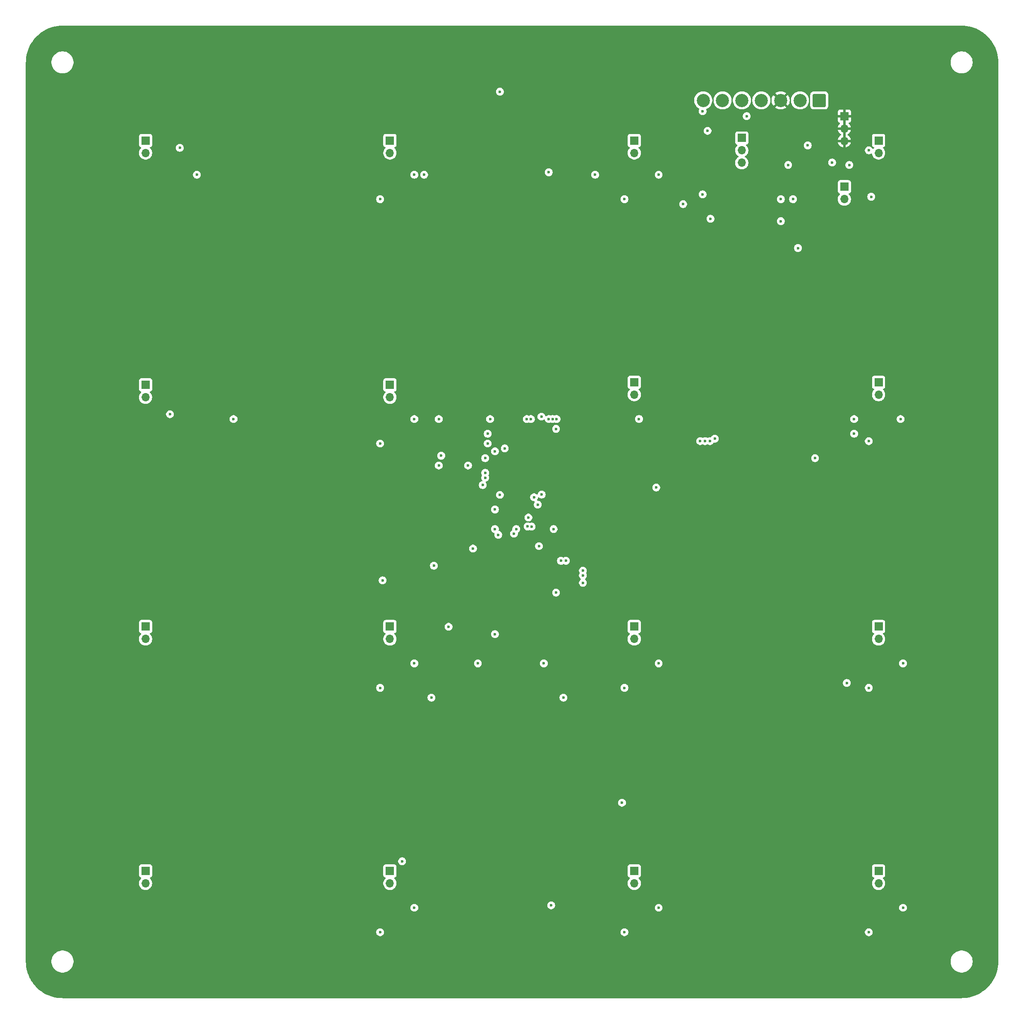
<source format=gbr>
%TF.GenerationSoftware,KiCad,Pcbnew,9.0.0*%
%TF.CreationDate,2025-03-24T09:11:05+01:00*%
%TF.ProjectId,PCB_Chessboard,5043425f-4368-4657-9373-626f6172642e,rev?*%
%TF.SameCoordinates,Original*%
%TF.FileFunction,Copper,L2,Inr*%
%TF.FilePolarity,Positive*%
%FSLAX46Y46*%
G04 Gerber Fmt 4.6, Leading zero omitted, Abs format (unit mm)*
G04 Created by KiCad (PCBNEW 9.0.0) date 2025-03-24 09:11:05*
%MOMM*%
%LPD*%
G01*
G04 APERTURE LIST*
G04 Aperture macros list*
%AMRoundRect*
0 Rectangle with rounded corners*
0 $1 Rounding radius*
0 $2 $3 $4 $5 $6 $7 $8 $9 X,Y pos of 4 corners*
0 Add a 4 corners polygon primitive as box body*
4,1,4,$2,$3,$4,$5,$6,$7,$8,$9,$2,$3,0*
0 Add four circle primitives for the rounded corners*
1,1,$1+$1,$2,$3*
1,1,$1+$1,$4,$5*
1,1,$1+$1,$6,$7*
1,1,$1+$1,$8,$9*
0 Add four rect primitives between the rounded corners*
20,1,$1+$1,$2,$3,$4,$5,0*
20,1,$1+$1,$4,$5,$6,$7,0*
20,1,$1+$1,$6,$7,$8,$9,0*
20,1,$1+$1,$8,$9,$2,$3,0*%
G04 Aperture macros list end*
%TA.AperFunction,ComponentPad*%
%ADD10R,1.700000X1.700000*%
%TD*%
%TA.AperFunction,ComponentPad*%
%ADD11O,1.700000X1.700000*%
%TD*%
%TA.AperFunction,ComponentPad*%
%ADD12RoundRect,0.250001X1.099999X1.099999X-1.099999X1.099999X-1.099999X-1.099999X1.099999X-1.099999X0*%
%TD*%
%TA.AperFunction,ComponentPad*%
%ADD13C,2.700000*%
%TD*%
%TA.AperFunction,ViaPad*%
%ADD14C,0.600000*%
%TD*%
%TA.AperFunction,ViaPad*%
%ADD15C,1.000000*%
%TD*%
G04 APERTURE END LIST*
D10*
%TO.N,ANT16+*%
%TO.C,J17*%
X175000000Y-173460000D03*
D11*
%TO.N,Net-(J17-Pin_2)*%
X175000000Y-176000000D03*
%TD*%
D10*
%TO.N,ANT3+*%
%TO.C,J4*%
X125000000Y-24000000D03*
D11*
%TO.N,Net-(J4-Pin_2)*%
X125000000Y-26540000D03*
%TD*%
D10*
%TO.N,+3.3V*%
%TO.C,J18*%
X168000000Y-33460000D03*
D11*
X168000000Y-36000000D03*
%TD*%
D10*
%TO.N,ANT4+*%
%TO.C,J5*%
X175000000Y-24000000D03*
D11*
%TO.N,Net-(J5-Pin_2)*%
X175000000Y-26540000D03*
%TD*%
D10*
%TO.N,ANT1+*%
%TO.C,J2*%
X25000000Y-24000000D03*
D11*
%TO.N,Net-(J2-Pin_2)*%
X25000000Y-26540000D03*
%TD*%
D10*
%TO.N,ANT8+*%
%TO.C,J9*%
X175000000Y-73460000D03*
D11*
%TO.N,Net-(J9-Pin_2)*%
X175000000Y-76000000D03*
%TD*%
D10*
%TO.N,ANT6+*%
%TO.C,J7*%
X75000000Y-74000000D03*
D11*
%TO.N,Net-(J7-Pin_2)*%
X75000000Y-76540000D03*
%TD*%
D10*
%TO.N,GND*%
%TO.C,J19*%
X168000000Y-19000000D03*
D11*
X168000000Y-21540000D03*
X168000000Y-24080000D03*
%TD*%
D10*
%TO.N,ANT10+*%
%TO.C,J11*%
X75000000Y-123460000D03*
D11*
%TO.N,Net-(J11-Pin_2)*%
X75000000Y-126000000D03*
%TD*%
D10*
%TO.N,ANT11+*%
%TO.C,J12*%
X125000000Y-123460000D03*
D11*
%TO.N,Net-(J12-Pin_2)*%
X125000000Y-126000000D03*
%TD*%
D10*
%TO.N,ANT9+*%
%TO.C,J10*%
X25000000Y-123460000D03*
D11*
%TO.N,Net-(J10-Pin_2)*%
X25000000Y-126000000D03*
%TD*%
D10*
%TO.N,ANT14+*%
%TO.C,J15*%
X75000000Y-173460000D03*
D11*
%TO.N,Net-(J15-Pin_2)*%
X75000000Y-176000000D03*
%TD*%
D12*
%TO.N,SDA*%
%TO.C,JQ1*%
X162880000Y-15775000D03*
D13*
%TO.N,SCL*%
X158920000Y-15775000D03*
%TO.N,GND*%
X154960000Y-15775000D03*
%TO.N,+3.3V*%
X151000000Y-15775000D03*
%TO.N,+5V*%
X147040000Y-15775000D03*
%TO.N,LED.DIN*%
X143080000Y-15775000D03*
%TO.N,GPIOXX*%
X139120000Y-15775000D03*
%TD*%
D10*
%TO.N,MCP23017.A0*%
%TO.C,J20*%
X147000000Y-23475000D03*
D11*
%TO.N,MCP23017.A1*%
X147000000Y-26015000D03*
%TO.N,MCP23017.A2*%
X147000000Y-28555000D03*
%TD*%
D10*
%TO.N,ANT15+*%
%TO.C,J16*%
X125000000Y-173460000D03*
D11*
%TO.N,Net-(J16-Pin_2)*%
X125000000Y-176000000D03*
%TD*%
D10*
%TO.N,ANT7+*%
%TO.C,J8*%
X125000000Y-73460000D03*
D11*
%TO.N,Net-(J8-Pin_2)*%
X125000000Y-76000000D03*
%TD*%
D10*
%TO.N,ANT2+*%
%TO.C,J3*%
X75000000Y-24000000D03*
D11*
%TO.N,Net-(J3-Pin_2)*%
X75000000Y-26540000D03*
%TD*%
D10*
%TO.N,ANT5+*%
%TO.C,J6*%
X25000000Y-74000000D03*
D11*
%TO.N,Net-(J6-Pin_2)*%
X25000000Y-76540000D03*
%TD*%
D10*
%TO.N,ANT12+*%
%TO.C,J13*%
X175000000Y-123460000D03*
D11*
%TO.N,Net-(J13-Pin_2)*%
X175000000Y-126000000D03*
%TD*%
D10*
%TO.N,ANT13+*%
%TO.C,J14*%
X25000000Y-173460000D03*
D11*
%TO.N,Net-(J14-Pin_2)*%
X25000000Y-176000000D03*
%TD*%
D14*
%TO.N,+3.3V*%
X95500000Y-81000000D03*
X92000000Y-107500000D03*
X95000000Y-84000000D03*
X97500000Y-14000000D03*
X95000000Y-86000000D03*
%TO.N,GPIOXX*%
X139000000Y-35000000D03*
X139000000Y-18000000D03*
%TO.N,SDA*%
X96500000Y-99500000D03*
X157500000Y-36000000D03*
X141500000Y-85000000D03*
X160500000Y-25000000D03*
%TO.N,SCL*%
X155000000Y-40500000D03*
X156500000Y-29000000D03*
X158500000Y-46000000D03*
X155000000Y-36000000D03*
%TO.N,CLRC663.ALIM*%
X105250000Y-98500000D03*
X97174265Y-104674265D03*
X100385017Y-104448770D03*
X140600000Y-40000000D03*
X104000000Y-103000000D03*
%TO.N,MCP23017.GPA3*%
X108300003Y-81000000D03*
X97500000Y-96500000D03*
D15*
%TO.N,GND*%
X80000000Y-28500000D03*
X131000000Y-33000000D03*
X167000000Y-27000000D03*
X31000000Y-33000000D03*
X69000000Y-184000000D03*
X107500000Y-118000000D03*
X80000000Y-33500000D03*
X131000000Y-125500000D03*
X31000000Y-83000000D03*
X96000000Y-97000000D03*
X80065686Y-183065686D03*
X117000000Y-104000000D03*
X131000000Y-183000000D03*
X80500000Y-83500000D03*
X81000000Y-133000000D03*
X31000000Y-133000000D03*
X81000000Y-176000000D03*
X31000000Y-126000000D03*
X131000000Y-83000000D03*
X181000000Y-27000000D03*
X130000000Y-27000000D03*
X106000000Y-100500000D03*
X131000000Y-76000000D03*
X80000000Y-77500000D03*
X131000000Y-176000000D03*
X131500000Y-133000000D03*
X181000000Y-183000000D03*
X92500000Y-105000000D03*
X154000000Y-20000000D03*
X31000000Y-77000000D03*
X181000000Y-126000000D03*
X81000000Y-126000000D03*
X181000000Y-133000000D03*
X97300000Y-85500000D03*
X31000000Y-176000000D03*
X30000000Y-27000000D03*
X31000000Y-183000000D03*
X182000000Y-82000000D03*
X87500000Y-96000000D03*
X181000000Y-176000000D03*
D14*
%TO.N,MCP23017.GPA0*%
X103000000Y-81000000D03*
X94500000Y-92000000D03*
%TO.N,MCP23017.GPA2*%
X94000000Y-94500000D03*
X107500000Y-81000000D03*
%TO.N,MCP23017.GPA1*%
X94500000Y-93000000D03*
X103847527Y-81001000D03*
%TO.N,MCP23017.GPA4*%
X114500000Y-112000000D03*
X138500000Y-85500000D03*
%TO.N,MCP23017.GPA5*%
X139500000Y-85500000D03*
X114500000Y-113000000D03*
%TO.N,MCP23017.GPA6*%
X114500000Y-114500000D03*
X140500000Y-85500000D03*
%TO.N,ANT3+*%
X96500000Y-87600000D03*
X117000000Y-31000000D03*
%TO.N,ANT2+*%
X82000000Y-31000000D03*
X94500000Y-89000000D03*
%TO.N,ANT6+*%
X85000000Y-81000000D03*
X85500000Y-88500000D03*
%TO.N,ANT4+*%
X98500000Y-87000000D03*
X173000000Y-26000000D03*
%TO.N,ANT7+*%
X109100006Y-81000000D03*
X109000000Y-83000000D03*
%TO.N,CLRC663.TX1*%
X100850000Y-103500000D03*
X96500000Y-103500000D03*
%TO.N,ANT5+*%
X85000000Y-90500000D03*
X43000000Y-81000000D03*
%TO.N,ANT1+*%
X32000000Y-25500000D03*
X91000000Y-90500000D03*
%TO.N,ANT14+*%
X93000000Y-131000000D03*
X77500000Y-171500000D03*
%TO.N,ANT15+*%
X109000000Y-116500000D03*
X110500000Y-138000000D03*
%TO.N,ANT9+*%
X84000000Y-111000000D03*
X111000000Y-110000000D03*
%TO.N,ANT13+*%
X83500000Y-138000000D03*
X96500000Y-125000000D03*
%TO.N,ANT10+*%
X87000000Y-123500000D03*
X110000000Y-110000000D03*
%TO.N,CLRC663.RX*%
X103335554Y-101150000D03*
X108500000Y-103500000D03*
X105500000Y-107000000D03*
X103175734Y-102975737D03*
%TO.N,Net-(U1-XTAL1)*%
X106055331Y-96444669D03*
X104494669Y-97005331D03*
%TO.N,Net-(D19-DOUT)*%
X173500000Y-35500000D03*
X135000000Y-37000000D03*
%TO.N,+5V*%
X125975735Y-80975735D03*
X107500000Y-30500000D03*
X106000000Y-80500000D03*
X148000000Y-19000000D03*
X108000000Y-180500000D03*
X106500000Y-131000000D03*
X170000000Y-81000000D03*
X169000000Y-29000000D03*
%TO.N,Net-(D18-DOUT)*%
X123000000Y-36000000D03*
X130000000Y-31000000D03*
%TO.N,Net-(D17-DOUT)*%
X73000000Y-36000000D03*
X80000000Y-31000000D03*
%TO.N,Net-(D23-DOUT)*%
X179500000Y-81000000D03*
X173000000Y-85500000D03*
%TO.N,Net-(D31-DOUT)*%
X180000000Y-181000000D03*
X173000000Y-186000000D03*
%TO.N,Net-(D30-DOUT)*%
X130000000Y-181000000D03*
X123000000Y-186000000D03*
%TO.N,Net-(D29-DOUT)*%
X80000000Y-181000000D03*
X73000000Y-186000000D03*
%TO.N,Net-(D28-DOUT)*%
X168500000Y-135000000D03*
X122500000Y-159500000D03*
%TO.N,Net-(D27-DOUT)*%
X173000000Y-136000000D03*
X180000000Y-131000000D03*
%TO.N,Net-(D26-DOUT)*%
X130000000Y-131000000D03*
X123000000Y-136000000D03*
%TO.N,Net-(D25-DOUT)*%
X73000000Y-136000000D03*
X80000000Y-131000000D03*
%TO.N,Net-(D24-DOUT)*%
X73500000Y-114000000D03*
X162000000Y-89000000D03*
X129500000Y-95000000D03*
X170000000Y-84000000D03*
%TO.N,Net-(D21-DOUT)*%
X80000000Y-81000000D03*
X73000000Y-86000000D03*
%TO.N,Net-(D20-DOUT)*%
X35500000Y-31000000D03*
X165500000Y-28500000D03*
X30000000Y-80000000D03*
X140000000Y-22000000D03*
%TD*%
%TA.AperFunction,Conductor*%
%TO.N,GND*%
G36*
X168250000Y-23646988D02*
G01*
X168192993Y-23614075D01*
X168065826Y-23580000D01*
X167934174Y-23580000D01*
X167807007Y-23614075D01*
X167750000Y-23646988D01*
X167750000Y-21973012D01*
X167807007Y-22005925D01*
X167934174Y-22040000D01*
X168065826Y-22040000D01*
X168192993Y-22005925D01*
X168250000Y-21973012D01*
X168250000Y-23646988D01*
G37*
%TD.AperFunction*%
%TA.AperFunction,Conductor*%
G36*
X168250000Y-21106988D02*
G01*
X168192993Y-21074075D01*
X168065826Y-21040000D01*
X167934174Y-21040000D01*
X167807007Y-21074075D01*
X167750000Y-21106988D01*
X167750000Y-19433012D01*
X167807007Y-19465925D01*
X167934174Y-19500000D01*
X168065826Y-19500000D01*
X168192993Y-19465925D01*
X168250000Y-19433012D01*
X168250000Y-21106988D01*
G37*
%TD.AperFunction*%
%TA.AperFunction,Conductor*%
G36*
X192002107Y-500571D02*
G01*
X192507564Y-517838D01*
X192515987Y-518415D01*
X193016994Y-569920D01*
X193025332Y-571066D01*
X193521648Y-656640D01*
X193529937Y-658362D01*
X194019240Y-777602D01*
X194027354Y-779875D01*
X194468973Y-920039D01*
X194507400Y-932235D01*
X194515355Y-935061D01*
X194983906Y-1119835D01*
X194991614Y-1123183D01*
X195446439Y-1339489D01*
X195453931Y-1343370D01*
X195600006Y-1425504D01*
X195892926Y-1590205D01*
X195900160Y-1594604D01*
X196321284Y-1870819D01*
X196328185Y-1875690D01*
X196729485Y-2180006D01*
X196736029Y-2185330D01*
X197115612Y-2516310D01*
X197121800Y-2522089D01*
X197477910Y-2878199D01*
X197483689Y-2884387D01*
X197814666Y-3263966D01*
X197820003Y-3270526D01*
X198124303Y-3671806D01*
X198129186Y-3678723D01*
X198405395Y-4099839D01*
X198409794Y-4107073D01*
X198656622Y-4546055D01*
X198660517Y-4553573D01*
X198876808Y-5008368D01*
X198880170Y-5016107D01*
X199064929Y-5484621D01*
X199067764Y-5492599D01*
X199220118Y-5972626D01*
X199222402Y-5980779D01*
X199341636Y-6470061D01*
X199343359Y-6478351D01*
X199428929Y-6974642D01*
X199430082Y-6983030D01*
X199481583Y-7483999D01*
X199482161Y-7492446D01*
X199499428Y-7997891D01*
X199499500Y-8002125D01*
X199499500Y-191997874D01*
X199499428Y-192002108D01*
X199482161Y-192507553D01*
X199481583Y-192516000D01*
X199430082Y-193016969D01*
X199428929Y-193025357D01*
X199343359Y-193521648D01*
X199341636Y-193529938D01*
X199222402Y-194019220D01*
X199220118Y-194027373D01*
X199067764Y-194507400D01*
X199064929Y-194515378D01*
X198880174Y-194983882D01*
X198876808Y-194991631D01*
X198660517Y-195446426D01*
X198656622Y-195453944D01*
X198409794Y-195892926D01*
X198405395Y-195900160D01*
X198129186Y-196321276D01*
X198124303Y-196328193D01*
X197820003Y-196729473D01*
X197814659Y-196736041D01*
X197483689Y-197115612D01*
X197477910Y-197121800D01*
X197121800Y-197477910D01*
X197115612Y-197483689D01*
X196736041Y-197814659D01*
X196729473Y-197820003D01*
X196328193Y-198124303D01*
X196321276Y-198129186D01*
X195900160Y-198405395D01*
X195892926Y-198409794D01*
X195453944Y-198656622D01*
X195446426Y-198660517D01*
X194991631Y-198876808D01*
X194983882Y-198880174D01*
X194578583Y-199040004D01*
X194515378Y-199064929D01*
X194507400Y-199067764D01*
X194027373Y-199220118D01*
X194019220Y-199222402D01*
X193529938Y-199341636D01*
X193521648Y-199343359D01*
X193025357Y-199428929D01*
X193016969Y-199430082D01*
X192516000Y-199481583D01*
X192507553Y-199482161D01*
X192041606Y-199498078D01*
X192002106Y-199499428D01*
X191997875Y-199499500D01*
X8002125Y-199499500D01*
X7997893Y-199499428D01*
X7955922Y-199497994D01*
X7492446Y-199482161D01*
X7483999Y-199481583D01*
X6983030Y-199430082D01*
X6974642Y-199428929D01*
X6478351Y-199343359D01*
X6470061Y-199341636D01*
X5980779Y-199222402D01*
X5972626Y-199220118D01*
X5492599Y-199067764D01*
X5484628Y-199064931D01*
X5016107Y-198880170D01*
X5008368Y-198876808D01*
X4553573Y-198660517D01*
X4546055Y-198656622D01*
X4107073Y-198409794D01*
X4099839Y-198405395D01*
X3678723Y-198129186D01*
X3671806Y-198124303D01*
X3270517Y-197819996D01*
X3263966Y-197814666D01*
X2884387Y-197483689D01*
X2878199Y-197477910D01*
X2522089Y-197121800D01*
X2516310Y-197115612D01*
X2375395Y-196954004D01*
X2185330Y-196736029D01*
X2180006Y-196729485D01*
X1875690Y-196328185D01*
X1870813Y-196321276D01*
X1594604Y-195900160D01*
X1590205Y-195892926D01*
X1374950Y-195510096D01*
X1343370Y-195453931D01*
X1339489Y-195446439D01*
X1123183Y-194991614D01*
X1119835Y-194983906D01*
X935061Y-194515355D01*
X932235Y-194507400D01*
X920012Y-194468887D01*
X779875Y-194027354D01*
X777602Y-194019240D01*
X658362Y-193529937D01*
X656640Y-193521648D01*
X650673Y-193487040D01*
X571066Y-193025332D01*
X569920Y-193016994D01*
X518415Y-192515987D01*
X517838Y-192507552D01*
X515530Y-192439995D01*
X500572Y-192002107D01*
X500500Y-191997874D01*
X500500Y-191852486D01*
X5749500Y-191852486D01*
X5749500Y-192147513D01*
X5781571Y-192391113D01*
X5788007Y-192439993D01*
X5808373Y-192516000D01*
X5864361Y-192724951D01*
X5864364Y-192724961D01*
X5977254Y-192997500D01*
X5977258Y-192997510D01*
X6124761Y-193252993D01*
X6304352Y-193487040D01*
X6304358Y-193487047D01*
X6512952Y-193695641D01*
X6512959Y-193695647D01*
X6747006Y-193875238D01*
X7002489Y-194022741D01*
X7002490Y-194022741D01*
X7002493Y-194022743D01*
X7275048Y-194135639D01*
X7560007Y-194211993D01*
X7852494Y-194250500D01*
X7852501Y-194250500D01*
X8147499Y-194250500D01*
X8147506Y-194250500D01*
X8439993Y-194211993D01*
X8724952Y-194135639D01*
X8997507Y-194022743D01*
X9252994Y-193875238D01*
X9487042Y-193695646D01*
X9695646Y-193487042D01*
X9875238Y-193252994D01*
X10022743Y-192997507D01*
X10135639Y-192724952D01*
X10211993Y-192439993D01*
X10250500Y-192147506D01*
X10250500Y-191852494D01*
X10250499Y-191852486D01*
X189749500Y-191852486D01*
X189749500Y-192147513D01*
X189781571Y-192391113D01*
X189788007Y-192439993D01*
X189808373Y-192516000D01*
X189864361Y-192724951D01*
X189864364Y-192724961D01*
X189977254Y-192997500D01*
X189977258Y-192997510D01*
X190124761Y-193252993D01*
X190304352Y-193487040D01*
X190304358Y-193487047D01*
X190512952Y-193695641D01*
X190512959Y-193695647D01*
X190747006Y-193875238D01*
X191002489Y-194022741D01*
X191002490Y-194022741D01*
X191002493Y-194022743D01*
X191275048Y-194135639D01*
X191560007Y-194211993D01*
X191852494Y-194250500D01*
X191852501Y-194250500D01*
X192147499Y-194250500D01*
X192147506Y-194250500D01*
X192439993Y-194211993D01*
X192724952Y-194135639D01*
X192997507Y-194022743D01*
X193252994Y-193875238D01*
X193487042Y-193695646D01*
X193695646Y-193487042D01*
X193875238Y-193252994D01*
X194022743Y-192997507D01*
X194135639Y-192724952D01*
X194211993Y-192439993D01*
X194250500Y-192147506D01*
X194250500Y-191852494D01*
X194211993Y-191560007D01*
X194135639Y-191275048D01*
X194022743Y-191002493D01*
X193875238Y-190747006D01*
X193695646Y-190512958D01*
X193695641Y-190512952D01*
X193487047Y-190304358D01*
X193487040Y-190304352D01*
X193252993Y-190124761D01*
X192997510Y-189977258D01*
X192997500Y-189977254D01*
X192724961Y-189864364D01*
X192724954Y-189864362D01*
X192724952Y-189864361D01*
X192439993Y-189788007D01*
X192391113Y-189781571D01*
X192147513Y-189749500D01*
X192147506Y-189749500D01*
X191852494Y-189749500D01*
X191852486Y-189749500D01*
X191574085Y-189786153D01*
X191560007Y-189788007D01*
X191275048Y-189864361D01*
X191275038Y-189864364D01*
X191002499Y-189977254D01*
X191002489Y-189977258D01*
X190747006Y-190124761D01*
X190512959Y-190304352D01*
X190512952Y-190304358D01*
X190304358Y-190512952D01*
X190304352Y-190512959D01*
X190124761Y-190747006D01*
X189977258Y-191002489D01*
X189977254Y-191002499D01*
X189864364Y-191275038D01*
X189864361Y-191275048D01*
X189788008Y-191560004D01*
X189788006Y-191560015D01*
X189749500Y-191852486D01*
X10250499Y-191852486D01*
X10211993Y-191560007D01*
X10135639Y-191275048D01*
X10022743Y-191002493D01*
X9875238Y-190747006D01*
X9695646Y-190512958D01*
X9695641Y-190512952D01*
X9487047Y-190304358D01*
X9487040Y-190304352D01*
X9252993Y-190124761D01*
X8997510Y-189977258D01*
X8997500Y-189977254D01*
X8724961Y-189864364D01*
X8724954Y-189864362D01*
X8724952Y-189864361D01*
X8439993Y-189788007D01*
X8391113Y-189781571D01*
X8147513Y-189749500D01*
X8147506Y-189749500D01*
X7852494Y-189749500D01*
X7852486Y-189749500D01*
X7574085Y-189786153D01*
X7560007Y-189788007D01*
X7275048Y-189864361D01*
X7275038Y-189864364D01*
X7002499Y-189977254D01*
X7002489Y-189977258D01*
X6747006Y-190124761D01*
X6512959Y-190304352D01*
X6512952Y-190304358D01*
X6304358Y-190512952D01*
X6304352Y-190512959D01*
X6124761Y-190747006D01*
X5977258Y-191002489D01*
X5977254Y-191002499D01*
X5864364Y-191275038D01*
X5864361Y-191275048D01*
X5788008Y-191560004D01*
X5788006Y-191560015D01*
X5749500Y-191852486D01*
X500500Y-191852486D01*
X500500Y-185921153D01*
X72199500Y-185921153D01*
X72199500Y-186078846D01*
X72230261Y-186233489D01*
X72230264Y-186233501D01*
X72290602Y-186379172D01*
X72290609Y-186379185D01*
X72378210Y-186510288D01*
X72378213Y-186510292D01*
X72489707Y-186621786D01*
X72489711Y-186621789D01*
X72620814Y-186709390D01*
X72620827Y-186709397D01*
X72766498Y-186769735D01*
X72766503Y-186769737D01*
X72921153Y-186800499D01*
X72921156Y-186800500D01*
X72921158Y-186800500D01*
X73078844Y-186800500D01*
X73078845Y-186800499D01*
X73233497Y-186769737D01*
X73379179Y-186709394D01*
X73510289Y-186621789D01*
X73621789Y-186510289D01*
X73709394Y-186379179D01*
X73769737Y-186233497D01*
X73800500Y-186078842D01*
X73800500Y-185921158D01*
X73800500Y-185921155D01*
X73800499Y-185921153D01*
X122199500Y-185921153D01*
X122199500Y-186078846D01*
X122230261Y-186233489D01*
X122230264Y-186233501D01*
X122290602Y-186379172D01*
X122290609Y-186379185D01*
X122378210Y-186510288D01*
X122378213Y-186510292D01*
X122489707Y-186621786D01*
X122489711Y-186621789D01*
X122620814Y-186709390D01*
X122620827Y-186709397D01*
X122766498Y-186769735D01*
X122766503Y-186769737D01*
X122921153Y-186800499D01*
X122921156Y-186800500D01*
X122921158Y-186800500D01*
X123078844Y-186800500D01*
X123078845Y-186800499D01*
X123233497Y-186769737D01*
X123379179Y-186709394D01*
X123510289Y-186621789D01*
X123621789Y-186510289D01*
X123709394Y-186379179D01*
X123769737Y-186233497D01*
X123800500Y-186078842D01*
X123800500Y-185921158D01*
X123800500Y-185921155D01*
X123800499Y-185921153D01*
X172199500Y-185921153D01*
X172199500Y-186078846D01*
X172230261Y-186233489D01*
X172230264Y-186233501D01*
X172290602Y-186379172D01*
X172290609Y-186379185D01*
X172378210Y-186510288D01*
X172378213Y-186510292D01*
X172489707Y-186621786D01*
X172489711Y-186621789D01*
X172620814Y-186709390D01*
X172620827Y-186709397D01*
X172766498Y-186769735D01*
X172766503Y-186769737D01*
X172921153Y-186800499D01*
X172921156Y-186800500D01*
X172921158Y-186800500D01*
X173078844Y-186800500D01*
X173078845Y-186800499D01*
X173233497Y-186769737D01*
X173379179Y-186709394D01*
X173510289Y-186621789D01*
X173621789Y-186510289D01*
X173709394Y-186379179D01*
X173769737Y-186233497D01*
X173800500Y-186078842D01*
X173800500Y-185921158D01*
X173800500Y-185921155D01*
X173800499Y-185921153D01*
X173769738Y-185766510D01*
X173769737Y-185766503D01*
X173769735Y-185766498D01*
X173709397Y-185620827D01*
X173709390Y-185620814D01*
X173621789Y-185489711D01*
X173621786Y-185489707D01*
X173510292Y-185378213D01*
X173510288Y-185378210D01*
X173379185Y-185290609D01*
X173379172Y-185290602D01*
X173233501Y-185230264D01*
X173233489Y-185230261D01*
X173078845Y-185199500D01*
X173078842Y-185199500D01*
X172921158Y-185199500D01*
X172921155Y-185199500D01*
X172766510Y-185230261D01*
X172766498Y-185230264D01*
X172620827Y-185290602D01*
X172620814Y-185290609D01*
X172489711Y-185378210D01*
X172489707Y-185378213D01*
X172378213Y-185489707D01*
X172378210Y-185489711D01*
X172290609Y-185620814D01*
X172290602Y-185620827D01*
X172230264Y-185766498D01*
X172230261Y-185766510D01*
X172199500Y-185921153D01*
X123800499Y-185921153D01*
X123769738Y-185766510D01*
X123769737Y-185766503D01*
X123769735Y-185766498D01*
X123709397Y-185620827D01*
X123709390Y-185620814D01*
X123621789Y-185489711D01*
X123621786Y-185489707D01*
X123510292Y-185378213D01*
X123510288Y-185378210D01*
X123379185Y-185290609D01*
X123379172Y-185290602D01*
X123233501Y-185230264D01*
X123233489Y-185230261D01*
X123078845Y-185199500D01*
X123078842Y-185199500D01*
X122921158Y-185199500D01*
X122921155Y-185199500D01*
X122766510Y-185230261D01*
X122766498Y-185230264D01*
X122620827Y-185290602D01*
X122620814Y-185290609D01*
X122489711Y-185378210D01*
X122489707Y-185378213D01*
X122378213Y-185489707D01*
X122378210Y-185489711D01*
X122290609Y-185620814D01*
X122290602Y-185620827D01*
X122230264Y-185766498D01*
X122230261Y-185766510D01*
X122199500Y-185921153D01*
X73800499Y-185921153D01*
X73769738Y-185766510D01*
X73769737Y-185766503D01*
X73769735Y-185766498D01*
X73709397Y-185620827D01*
X73709390Y-185620814D01*
X73621789Y-185489711D01*
X73621786Y-185489707D01*
X73510292Y-185378213D01*
X73510288Y-185378210D01*
X73379185Y-185290609D01*
X73379172Y-185290602D01*
X73233501Y-185230264D01*
X73233489Y-185230261D01*
X73078845Y-185199500D01*
X73078842Y-185199500D01*
X72921158Y-185199500D01*
X72921155Y-185199500D01*
X72766510Y-185230261D01*
X72766498Y-185230264D01*
X72620827Y-185290602D01*
X72620814Y-185290609D01*
X72489711Y-185378210D01*
X72489707Y-185378213D01*
X72378213Y-185489707D01*
X72378210Y-185489711D01*
X72290609Y-185620814D01*
X72290602Y-185620827D01*
X72230264Y-185766498D01*
X72230261Y-185766510D01*
X72199500Y-185921153D01*
X500500Y-185921153D01*
X500500Y-180921153D01*
X79199500Y-180921153D01*
X79199500Y-181078846D01*
X79230261Y-181233489D01*
X79230264Y-181233501D01*
X79290602Y-181379172D01*
X79290609Y-181379185D01*
X79378210Y-181510288D01*
X79378213Y-181510292D01*
X79489707Y-181621786D01*
X79489711Y-181621789D01*
X79620814Y-181709390D01*
X79620827Y-181709397D01*
X79766498Y-181769735D01*
X79766503Y-181769737D01*
X79921153Y-181800499D01*
X79921156Y-181800500D01*
X79921158Y-181800500D01*
X80078844Y-181800500D01*
X80078845Y-181800499D01*
X80233497Y-181769737D01*
X80379179Y-181709394D01*
X80510289Y-181621789D01*
X80621789Y-181510289D01*
X80709394Y-181379179D01*
X80769737Y-181233497D01*
X80800500Y-181078842D01*
X80800500Y-180921158D01*
X80800500Y-180921155D01*
X80800499Y-180921153D01*
X80769738Y-180766510D01*
X80769737Y-180766503D01*
X80756062Y-180733489D01*
X80709397Y-180620827D01*
X80709390Y-180620814D01*
X80621790Y-180489712D01*
X80621784Y-180489705D01*
X80553232Y-180421153D01*
X107199500Y-180421153D01*
X107199500Y-180578846D01*
X107230261Y-180733489D01*
X107230264Y-180733501D01*
X107290602Y-180879172D01*
X107290609Y-180879185D01*
X107378210Y-181010288D01*
X107378213Y-181010292D01*
X107489707Y-181121786D01*
X107489711Y-181121789D01*
X107620814Y-181209390D01*
X107620827Y-181209397D01*
X107766498Y-181269735D01*
X107766503Y-181269737D01*
X107921153Y-181300499D01*
X107921156Y-181300500D01*
X107921158Y-181300500D01*
X108078844Y-181300500D01*
X108078845Y-181300499D01*
X108233497Y-181269737D01*
X108379179Y-181209394D01*
X108510289Y-181121789D01*
X108621789Y-181010289D01*
X108681348Y-180921153D01*
X129199500Y-180921153D01*
X129199500Y-181078846D01*
X129230261Y-181233489D01*
X129230264Y-181233501D01*
X129290602Y-181379172D01*
X129290609Y-181379185D01*
X129378210Y-181510288D01*
X129378213Y-181510292D01*
X129489707Y-181621786D01*
X129489711Y-181621789D01*
X129620814Y-181709390D01*
X129620827Y-181709397D01*
X129766498Y-181769735D01*
X129766503Y-181769737D01*
X129921153Y-181800499D01*
X129921156Y-181800500D01*
X129921158Y-181800500D01*
X130078844Y-181800500D01*
X130078845Y-181800499D01*
X130233497Y-181769737D01*
X130379179Y-181709394D01*
X130510289Y-181621789D01*
X130621789Y-181510289D01*
X130709394Y-181379179D01*
X130769737Y-181233497D01*
X130800500Y-181078842D01*
X130800500Y-180921158D01*
X130800500Y-180921155D01*
X130800499Y-180921153D01*
X179199500Y-180921153D01*
X179199500Y-181078846D01*
X179230261Y-181233489D01*
X179230264Y-181233501D01*
X179290602Y-181379172D01*
X179290609Y-181379185D01*
X179378210Y-181510288D01*
X179378213Y-181510292D01*
X179489707Y-181621786D01*
X179489711Y-181621789D01*
X179620814Y-181709390D01*
X179620827Y-181709397D01*
X179766498Y-181769735D01*
X179766503Y-181769737D01*
X179921153Y-181800499D01*
X179921156Y-181800500D01*
X179921158Y-181800500D01*
X180078844Y-181800500D01*
X180078845Y-181800499D01*
X180233497Y-181769737D01*
X180379179Y-181709394D01*
X180510289Y-181621789D01*
X180621789Y-181510289D01*
X180709394Y-181379179D01*
X180769737Y-181233497D01*
X180800500Y-181078842D01*
X180800500Y-180921158D01*
X180800500Y-180921155D01*
X180800499Y-180921153D01*
X180769738Y-180766510D01*
X180769737Y-180766503D01*
X180756062Y-180733489D01*
X180709397Y-180620827D01*
X180709390Y-180620814D01*
X180621789Y-180489711D01*
X180621786Y-180489707D01*
X180510292Y-180378213D01*
X180510288Y-180378210D01*
X180379185Y-180290609D01*
X180379172Y-180290602D01*
X180233501Y-180230264D01*
X180233489Y-180230261D01*
X180078845Y-180199500D01*
X180078842Y-180199500D01*
X179921158Y-180199500D01*
X179921155Y-180199500D01*
X179766510Y-180230261D01*
X179766498Y-180230264D01*
X179620827Y-180290602D01*
X179620814Y-180290609D01*
X179489711Y-180378210D01*
X179489707Y-180378213D01*
X179378213Y-180489707D01*
X179378210Y-180489711D01*
X179290609Y-180620814D01*
X179290602Y-180620827D01*
X179230264Y-180766498D01*
X179230261Y-180766510D01*
X179199500Y-180921153D01*
X130800499Y-180921153D01*
X130769738Y-180766510D01*
X130769737Y-180766503D01*
X130756062Y-180733489D01*
X130709397Y-180620827D01*
X130709390Y-180620814D01*
X130621789Y-180489711D01*
X130621786Y-180489707D01*
X130510292Y-180378213D01*
X130510288Y-180378210D01*
X130379185Y-180290609D01*
X130379172Y-180290602D01*
X130233501Y-180230264D01*
X130233489Y-180230261D01*
X130078845Y-180199500D01*
X130078842Y-180199500D01*
X129921158Y-180199500D01*
X129921155Y-180199500D01*
X129766510Y-180230261D01*
X129766498Y-180230264D01*
X129620827Y-180290602D01*
X129620814Y-180290609D01*
X129489711Y-180378210D01*
X129489707Y-180378213D01*
X129378213Y-180489707D01*
X129378210Y-180489711D01*
X129290609Y-180620814D01*
X129290602Y-180620827D01*
X129230264Y-180766498D01*
X129230261Y-180766510D01*
X129199500Y-180921153D01*
X108681348Y-180921153D01*
X108709394Y-180879179D01*
X108769737Y-180733497D01*
X108800500Y-180578842D01*
X108800500Y-180421158D01*
X108800500Y-180421155D01*
X108800499Y-180421153D01*
X108774531Y-180290606D01*
X108769737Y-180266503D01*
X108769735Y-180266498D01*
X108709397Y-180120827D01*
X108709390Y-180120814D01*
X108621789Y-179989711D01*
X108621786Y-179989707D01*
X108510292Y-179878213D01*
X108510288Y-179878210D01*
X108379185Y-179790609D01*
X108379172Y-179790602D01*
X108233501Y-179730264D01*
X108233489Y-179730261D01*
X108078845Y-179699500D01*
X108078842Y-179699500D01*
X107921158Y-179699500D01*
X107921155Y-179699500D01*
X107766510Y-179730261D01*
X107766498Y-179730264D01*
X107620827Y-179790602D01*
X107620814Y-179790609D01*
X107489711Y-179878210D01*
X107489707Y-179878213D01*
X107378213Y-179989707D01*
X107378210Y-179989711D01*
X107290609Y-180120814D01*
X107290602Y-180120827D01*
X107230264Y-180266498D01*
X107230261Y-180266510D01*
X107199500Y-180421153D01*
X80553232Y-180421153D01*
X80510292Y-180378213D01*
X80510288Y-180378210D01*
X80379185Y-180290609D01*
X80379172Y-180290602D01*
X80233501Y-180230264D01*
X80233489Y-180230261D01*
X80078845Y-180199500D01*
X80078842Y-180199500D01*
X79921158Y-180199500D01*
X79921155Y-180199500D01*
X79766510Y-180230261D01*
X79766498Y-180230264D01*
X79620827Y-180290602D01*
X79620814Y-180290609D01*
X79489711Y-180378210D01*
X79489707Y-180378213D01*
X79378213Y-180489707D01*
X79378210Y-180489711D01*
X79290609Y-180620814D01*
X79290602Y-180620827D01*
X79230264Y-180766498D01*
X79230261Y-180766510D01*
X79199500Y-180921153D01*
X500500Y-180921153D01*
X500500Y-172562135D01*
X23649500Y-172562135D01*
X23649500Y-174357870D01*
X23649501Y-174357876D01*
X23655908Y-174417483D01*
X23706202Y-174552328D01*
X23706206Y-174552335D01*
X23792452Y-174667544D01*
X23792455Y-174667547D01*
X23907664Y-174753793D01*
X23907671Y-174753797D01*
X24039082Y-174802810D01*
X24095016Y-174844681D01*
X24119433Y-174910145D01*
X24104582Y-174978418D01*
X24083431Y-175006673D01*
X23969889Y-175120215D01*
X23844951Y-175292179D01*
X23748444Y-175481585D01*
X23682753Y-175683760D01*
X23649500Y-175893713D01*
X23649500Y-176106286D01*
X23682753Y-176316239D01*
X23748444Y-176518414D01*
X23844951Y-176707820D01*
X23969890Y-176879786D01*
X24120213Y-177030109D01*
X24292179Y-177155048D01*
X24292181Y-177155049D01*
X24292184Y-177155051D01*
X24481588Y-177251557D01*
X24683757Y-177317246D01*
X24893713Y-177350500D01*
X24893714Y-177350500D01*
X25106286Y-177350500D01*
X25106287Y-177350500D01*
X25316243Y-177317246D01*
X25518412Y-177251557D01*
X25707816Y-177155051D01*
X25729789Y-177139086D01*
X25879786Y-177030109D01*
X25879788Y-177030106D01*
X25879792Y-177030104D01*
X26030104Y-176879792D01*
X26030106Y-176879788D01*
X26030109Y-176879786D01*
X26155048Y-176707820D01*
X26155047Y-176707820D01*
X26155051Y-176707816D01*
X26251557Y-176518412D01*
X26317246Y-176316243D01*
X26350500Y-176106287D01*
X26350500Y-175893713D01*
X26317246Y-175683757D01*
X26251557Y-175481588D01*
X26155051Y-175292184D01*
X26155049Y-175292181D01*
X26155048Y-175292179D01*
X26030109Y-175120213D01*
X25916569Y-175006673D01*
X25883084Y-174945350D01*
X25888068Y-174875658D01*
X25929940Y-174819725D01*
X25960915Y-174802810D01*
X26092331Y-174753796D01*
X26207546Y-174667546D01*
X26293796Y-174552331D01*
X26344091Y-174417483D01*
X26350500Y-174357873D01*
X26350499Y-172562135D01*
X73649500Y-172562135D01*
X73649500Y-174357870D01*
X73649501Y-174357876D01*
X73655908Y-174417483D01*
X73706202Y-174552328D01*
X73706206Y-174552335D01*
X73792452Y-174667544D01*
X73792455Y-174667547D01*
X73907664Y-174753793D01*
X73907671Y-174753797D01*
X74039082Y-174802810D01*
X74095016Y-174844681D01*
X74119433Y-174910145D01*
X74104582Y-174978418D01*
X74083431Y-175006673D01*
X73969889Y-175120215D01*
X73844951Y-175292179D01*
X73748444Y-175481585D01*
X73682753Y-175683760D01*
X73649500Y-175893713D01*
X73649500Y-176106286D01*
X73682753Y-176316239D01*
X73748444Y-176518414D01*
X73844951Y-176707820D01*
X73969890Y-176879786D01*
X74120213Y-177030109D01*
X74292179Y-177155048D01*
X74292181Y-177155049D01*
X74292184Y-177155051D01*
X74481588Y-177251557D01*
X74683757Y-177317246D01*
X74893713Y-177350500D01*
X74893714Y-177350500D01*
X75106286Y-177350500D01*
X75106287Y-177350500D01*
X75316243Y-177317246D01*
X75518412Y-177251557D01*
X75707816Y-177155051D01*
X75729789Y-177139086D01*
X75879786Y-177030109D01*
X75879788Y-177030106D01*
X75879792Y-177030104D01*
X76030104Y-176879792D01*
X76030106Y-176879788D01*
X76030109Y-176879786D01*
X76155048Y-176707820D01*
X76155047Y-176707820D01*
X76155051Y-176707816D01*
X76251557Y-176518412D01*
X76317246Y-176316243D01*
X76350500Y-176106287D01*
X76350500Y-175893713D01*
X76317246Y-175683757D01*
X76251557Y-175481588D01*
X76155051Y-175292184D01*
X76155049Y-175292181D01*
X76155048Y-175292179D01*
X76030109Y-175120213D01*
X75916569Y-175006673D01*
X75883084Y-174945350D01*
X75888068Y-174875658D01*
X75929940Y-174819725D01*
X75960915Y-174802810D01*
X76092331Y-174753796D01*
X76207546Y-174667546D01*
X76293796Y-174552331D01*
X76344091Y-174417483D01*
X76350500Y-174357873D01*
X76350499Y-172562135D01*
X123649500Y-172562135D01*
X123649500Y-174357870D01*
X123649501Y-174357876D01*
X123655908Y-174417483D01*
X123706202Y-174552328D01*
X123706206Y-174552335D01*
X123792452Y-174667544D01*
X123792455Y-174667547D01*
X123907664Y-174753793D01*
X123907671Y-174753797D01*
X124039082Y-174802810D01*
X124095016Y-174844681D01*
X124119433Y-174910145D01*
X124104582Y-174978418D01*
X124083431Y-175006673D01*
X123969889Y-175120215D01*
X123844951Y-175292179D01*
X123748444Y-175481585D01*
X123682753Y-175683760D01*
X123649500Y-175893713D01*
X123649500Y-176106286D01*
X123682753Y-176316239D01*
X123748444Y-176518414D01*
X123844951Y-176707820D01*
X123969890Y-176879786D01*
X124120213Y-177030109D01*
X124292179Y-177155048D01*
X124292181Y-177155049D01*
X124292184Y-177155051D01*
X124481588Y-177251557D01*
X124683757Y-177317246D01*
X124893713Y-177350500D01*
X124893714Y-177350500D01*
X125106286Y-177350500D01*
X125106287Y-177350500D01*
X125316243Y-177317246D01*
X125518412Y-177251557D01*
X125707816Y-177155051D01*
X125729789Y-177139086D01*
X125879786Y-177030109D01*
X125879788Y-177030106D01*
X125879792Y-177030104D01*
X126030104Y-176879792D01*
X126030106Y-176879788D01*
X126030109Y-176879786D01*
X126155048Y-176707820D01*
X126155047Y-176707820D01*
X126155051Y-176707816D01*
X126251557Y-176518412D01*
X126317246Y-176316243D01*
X126350500Y-176106287D01*
X126350500Y-175893713D01*
X126317246Y-175683757D01*
X126251557Y-175481588D01*
X126155051Y-175292184D01*
X126155049Y-175292181D01*
X126155048Y-175292179D01*
X126030109Y-175120213D01*
X125916569Y-175006673D01*
X125883084Y-174945350D01*
X125888068Y-174875658D01*
X125929940Y-174819725D01*
X125960915Y-174802810D01*
X126092331Y-174753796D01*
X126207546Y-174667546D01*
X126293796Y-174552331D01*
X126344091Y-174417483D01*
X126350500Y-174357873D01*
X126350499Y-172562135D01*
X173649500Y-172562135D01*
X173649500Y-174357870D01*
X173649501Y-174357876D01*
X173655908Y-174417483D01*
X173706202Y-174552328D01*
X173706206Y-174552335D01*
X173792452Y-174667544D01*
X173792455Y-174667547D01*
X173907664Y-174753793D01*
X173907671Y-174753797D01*
X174039082Y-174802810D01*
X174095016Y-174844681D01*
X174119433Y-174910145D01*
X174104582Y-174978418D01*
X174083431Y-175006673D01*
X173969889Y-175120215D01*
X173844951Y-175292179D01*
X173748444Y-175481585D01*
X173682753Y-175683760D01*
X173649500Y-175893713D01*
X173649500Y-176106286D01*
X173682753Y-176316239D01*
X173748444Y-176518414D01*
X173844951Y-176707820D01*
X173969890Y-176879786D01*
X174120213Y-177030109D01*
X174292179Y-177155048D01*
X174292181Y-177155049D01*
X174292184Y-177155051D01*
X174481588Y-177251557D01*
X174683757Y-177317246D01*
X174893713Y-177350500D01*
X174893714Y-177350500D01*
X175106286Y-177350500D01*
X175106287Y-177350500D01*
X175316243Y-177317246D01*
X175518412Y-177251557D01*
X175707816Y-177155051D01*
X175729789Y-177139086D01*
X175879786Y-177030109D01*
X175879788Y-177030106D01*
X175879792Y-177030104D01*
X176030104Y-176879792D01*
X176030106Y-176879788D01*
X176030109Y-176879786D01*
X176155048Y-176707820D01*
X176155047Y-176707820D01*
X176155051Y-176707816D01*
X176251557Y-176518412D01*
X176317246Y-176316243D01*
X176350500Y-176106287D01*
X176350500Y-175893713D01*
X176317246Y-175683757D01*
X176251557Y-175481588D01*
X176155051Y-175292184D01*
X176155049Y-175292181D01*
X176155048Y-175292179D01*
X176030109Y-175120213D01*
X175916569Y-175006673D01*
X175883084Y-174945350D01*
X175888068Y-174875658D01*
X175929940Y-174819725D01*
X175960915Y-174802810D01*
X176092331Y-174753796D01*
X176207546Y-174667546D01*
X176293796Y-174552331D01*
X176344091Y-174417483D01*
X176350500Y-174357873D01*
X176350499Y-172562128D01*
X176344091Y-172502517D01*
X176293796Y-172367669D01*
X176293795Y-172367668D01*
X176293793Y-172367664D01*
X176207547Y-172252455D01*
X176207544Y-172252452D01*
X176092335Y-172166206D01*
X176092328Y-172166202D01*
X175957482Y-172115908D01*
X175957483Y-172115908D01*
X175897883Y-172109501D01*
X175897881Y-172109500D01*
X175897873Y-172109500D01*
X175897864Y-172109500D01*
X174102129Y-172109500D01*
X174102123Y-172109501D01*
X174042516Y-172115908D01*
X173907671Y-172166202D01*
X173907664Y-172166206D01*
X173792455Y-172252452D01*
X173792452Y-172252455D01*
X173706206Y-172367664D01*
X173706202Y-172367671D01*
X173655908Y-172502517D01*
X173649501Y-172562116D01*
X173649501Y-172562123D01*
X173649500Y-172562135D01*
X126350499Y-172562135D01*
X126350499Y-172562128D01*
X126344091Y-172502517D01*
X126293796Y-172367669D01*
X126293795Y-172367668D01*
X126293793Y-172367664D01*
X126207547Y-172252455D01*
X126207544Y-172252452D01*
X126092335Y-172166206D01*
X126092328Y-172166202D01*
X125957482Y-172115908D01*
X125957483Y-172115908D01*
X125897883Y-172109501D01*
X125897881Y-172109500D01*
X125897873Y-172109500D01*
X125897864Y-172109500D01*
X124102129Y-172109500D01*
X124102123Y-172109501D01*
X124042516Y-172115908D01*
X123907671Y-172166202D01*
X123907664Y-172166206D01*
X123792455Y-172252452D01*
X123792452Y-172252455D01*
X123706206Y-172367664D01*
X123706202Y-172367671D01*
X123655908Y-172502517D01*
X123649501Y-172562116D01*
X123649501Y-172562123D01*
X123649500Y-172562135D01*
X76350499Y-172562135D01*
X76350499Y-172562128D01*
X76344091Y-172502517D01*
X76293796Y-172367669D01*
X76293795Y-172367668D01*
X76293793Y-172367664D01*
X76207547Y-172252455D01*
X76207544Y-172252452D01*
X76092335Y-172166206D01*
X76092328Y-172166202D01*
X75957482Y-172115908D01*
X75957483Y-172115908D01*
X75897883Y-172109501D01*
X75897881Y-172109500D01*
X75897873Y-172109500D01*
X75897864Y-172109500D01*
X74102129Y-172109500D01*
X74102123Y-172109501D01*
X74042516Y-172115908D01*
X73907671Y-172166202D01*
X73907664Y-172166206D01*
X73792455Y-172252452D01*
X73792452Y-172252455D01*
X73706206Y-172367664D01*
X73706202Y-172367671D01*
X73655908Y-172502517D01*
X73649501Y-172562116D01*
X73649501Y-172562123D01*
X73649500Y-172562135D01*
X26350499Y-172562135D01*
X26350499Y-172562128D01*
X26344091Y-172502517D01*
X26293796Y-172367669D01*
X26293795Y-172367668D01*
X26293793Y-172367664D01*
X26207547Y-172252455D01*
X26207544Y-172252452D01*
X26092335Y-172166206D01*
X26092328Y-172166202D01*
X25957482Y-172115908D01*
X25957483Y-172115908D01*
X25897883Y-172109501D01*
X25897881Y-172109500D01*
X25897873Y-172109500D01*
X25897864Y-172109500D01*
X24102129Y-172109500D01*
X24102123Y-172109501D01*
X24042516Y-172115908D01*
X23907671Y-172166202D01*
X23907664Y-172166206D01*
X23792455Y-172252452D01*
X23792452Y-172252455D01*
X23706206Y-172367664D01*
X23706202Y-172367671D01*
X23655908Y-172502517D01*
X23649501Y-172562116D01*
X23649501Y-172562123D01*
X23649500Y-172562135D01*
X500500Y-172562135D01*
X500500Y-171421153D01*
X76699500Y-171421153D01*
X76699500Y-171578846D01*
X76730261Y-171733489D01*
X76730264Y-171733501D01*
X76790602Y-171879172D01*
X76790609Y-171879185D01*
X76878210Y-172010288D01*
X76878213Y-172010292D01*
X76989707Y-172121786D01*
X76989711Y-172121789D01*
X77120814Y-172209390D01*
X77120827Y-172209397D01*
X77224780Y-172252455D01*
X77266503Y-172269737D01*
X77421153Y-172300499D01*
X77421156Y-172300500D01*
X77421158Y-172300500D01*
X77578844Y-172300500D01*
X77578845Y-172300499D01*
X77733497Y-172269737D01*
X77879179Y-172209394D01*
X78010289Y-172121789D01*
X78121789Y-172010289D01*
X78209394Y-171879179D01*
X78269737Y-171733497D01*
X78300500Y-171578842D01*
X78300500Y-171421158D01*
X78300500Y-171421155D01*
X78300499Y-171421153D01*
X78269738Y-171266510D01*
X78269737Y-171266503D01*
X78269735Y-171266498D01*
X78209397Y-171120827D01*
X78209390Y-171120814D01*
X78121789Y-170989711D01*
X78121786Y-170989707D01*
X78010292Y-170878213D01*
X78010288Y-170878210D01*
X77879185Y-170790609D01*
X77879172Y-170790602D01*
X77733501Y-170730264D01*
X77733489Y-170730261D01*
X77578845Y-170699500D01*
X77578842Y-170699500D01*
X77421158Y-170699500D01*
X77421155Y-170699500D01*
X77266510Y-170730261D01*
X77266498Y-170730264D01*
X77120827Y-170790602D01*
X77120814Y-170790609D01*
X76989711Y-170878210D01*
X76989707Y-170878213D01*
X76878213Y-170989707D01*
X76878210Y-170989711D01*
X76790609Y-171120814D01*
X76790602Y-171120827D01*
X76730264Y-171266498D01*
X76730261Y-171266510D01*
X76699500Y-171421153D01*
X500500Y-171421153D01*
X500500Y-159421153D01*
X121699500Y-159421153D01*
X121699500Y-159578846D01*
X121730261Y-159733489D01*
X121730264Y-159733501D01*
X121790602Y-159879172D01*
X121790609Y-159879185D01*
X121878210Y-160010288D01*
X121878213Y-160010292D01*
X121989707Y-160121786D01*
X121989711Y-160121789D01*
X122120814Y-160209390D01*
X122120827Y-160209397D01*
X122266498Y-160269735D01*
X122266503Y-160269737D01*
X122421153Y-160300499D01*
X122421156Y-160300500D01*
X122421158Y-160300500D01*
X122578844Y-160300500D01*
X122578845Y-160300499D01*
X122733497Y-160269737D01*
X122879179Y-160209394D01*
X123010289Y-160121789D01*
X123121789Y-160010289D01*
X123209394Y-159879179D01*
X123269737Y-159733497D01*
X123300500Y-159578842D01*
X123300500Y-159421158D01*
X123300500Y-159421155D01*
X123300499Y-159421153D01*
X123269738Y-159266510D01*
X123269737Y-159266503D01*
X123269735Y-159266498D01*
X123209397Y-159120827D01*
X123209390Y-159120814D01*
X123121789Y-158989711D01*
X123121786Y-158989707D01*
X123010292Y-158878213D01*
X123010288Y-158878210D01*
X122879185Y-158790609D01*
X122879172Y-158790602D01*
X122733501Y-158730264D01*
X122733489Y-158730261D01*
X122578845Y-158699500D01*
X122578842Y-158699500D01*
X122421158Y-158699500D01*
X122421155Y-158699500D01*
X122266510Y-158730261D01*
X122266498Y-158730264D01*
X122120827Y-158790602D01*
X122120814Y-158790609D01*
X121989711Y-158878210D01*
X121989707Y-158878213D01*
X121878213Y-158989707D01*
X121878210Y-158989711D01*
X121790609Y-159120814D01*
X121790602Y-159120827D01*
X121730264Y-159266498D01*
X121730261Y-159266510D01*
X121699500Y-159421153D01*
X500500Y-159421153D01*
X500500Y-137921153D01*
X82699500Y-137921153D01*
X82699500Y-138078846D01*
X82730261Y-138233489D01*
X82730264Y-138233501D01*
X82790602Y-138379172D01*
X82790609Y-138379185D01*
X82878210Y-138510288D01*
X82878213Y-138510292D01*
X82989707Y-138621786D01*
X82989711Y-138621789D01*
X83120814Y-138709390D01*
X83120827Y-138709397D01*
X83266498Y-138769735D01*
X83266503Y-138769737D01*
X83421153Y-138800499D01*
X83421156Y-138800500D01*
X83421158Y-138800500D01*
X83578844Y-138800500D01*
X83578845Y-138800499D01*
X83733497Y-138769737D01*
X83879179Y-138709394D01*
X84010289Y-138621789D01*
X84121789Y-138510289D01*
X84209394Y-138379179D01*
X84269737Y-138233497D01*
X84300500Y-138078842D01*
X84300500Y-137921158D01*
X84300500Y-137921155D01*
X84300499Y-137921153D01*
X109699500Y-137921153D01*
X109699500Y-138078846D01*
X109730261Y-138233489D01*
X109730264Y-138233501D01*
X109790602Y-138379172D01*
X109790609Y-138379185D01*
X109878210Y-138510288D01*
X109878213Y-138510292D01*
X109989707Y-138621786D01*
X109989711Y-138621789D01*
X110120814Y-138709390D01*
X110120827Y-138709397D01*
X110266498Y-138769735D01*
X110266503Y-138769737D01*
X110421153Y-138800499D01*
X110421156Y-138800500D01*
X110421158Y-138800500D01*
X110578844Y-138800500D01*
X110578845Y-138800499D01*
X110733497Y-138769737D01*
X110879179Y-138709394D01*
X111010289Y-138621789D01*
X111121789Y-138510289D01*
X111209394Y-138379179D01*
X111269737Y-138233497D01*
X111300500Y-138078842D01*
X111300500Y-137921158D01*
X111300500Y-137921155D01*
X111300499Y-137921153D01*
X111269738Y-137766510D01*
X111269737Y-137766503D01*
X111269735Y-137766498D01*
X111209397Y-137620827D01*
X111209390Y-137620814D01*
X111121789Y-137489711D01*
X111121786Y-137489707D01*
X111010292Y-137378213D01*
X111010288Y-137378210D01*
X110879185Y-137290609D01*
X110879172Y-137290602D01*
X110733501Y-137230264D01*
X110733489Y-137230261D01*
X110578845Y-137199500D01*
X110578842Y-137199500D01*
X110421158Y-137199500D01*
X110421155Y-137199500D01*
X110266510Y-137230261D01*
X110266498Y-137230264D01*
X110120827Y-137290602D01*
X110120814Y-137290609D01*
X109989711Y-137378210D01*
X109989707Y-137378213D01*
X109878213Y-137489707D01*
X109878210Y-137489711D01*
X109790609Y-137620814D01*
X109790602Y-137620827D01*
X109730264Y-137766498D01*
X109730261Y-137766510D01*
X109699500Y-137921153D01*
X84300499Y-137921153D01*
X84269738Y-137766510D01*
X84269737Y-137766503D01*
X84269735Y-137766498D01*
X84209397Y-137620827D01*
X84209390Y-137620814D01*
X84121789Y-137489711D01*
X84121786Y-137489707D01*
X84010292Y-137378213D01*
X84010288Y-137378210D01*
X83879185Y-137290609D01*
X83879172Y-137290602D01*
X83733501Y-137230264D01*
X83733489Y-137230261D01*
X83578845Y-137199500D01*
X83578842Y-137199500D01*
X83421158Y-137199500D01*
X83421155Y-137199500D01*
X83266510Y-137230261D01*
X83266498Y-137230264D01*
X83120827Y-137290602D01*
X83120814Y-137290609D01*
X82989711Y-137378210D01*
X82989707Y-137378213D01*
X82878213Y-137489707D01*
X82878210Y-137489711D01*
X82790609Y-137620814D01*
X82790602Y-137620827D01*
X82730264Y-137766498D01*
X82730261Y-137766510D01*
X82699500Y-137921153D01*
X500500Y-137921153D01*
X500500Y-135921153D01*
X72199500Y-135921153D01*
X72199500Y-136078846D01*
X72230261Y-136233489D01*
X72230264Y-136233501D01*
X72290602Y-136379172D01*
X72290609Y-136379185D01*
X72378210Y-136510288D01*
X72378213Y-136510292D01*
X72489707Y-136621786D01*
X72489711Y-136621789D01*
X72620814Y-136709390D01*
X72620827Y-136709397D01*
X72766498Y-136769735D01*
X72766503Y-136769737D01*
X72921153Y-136800499D01*
X72921156Y-136800500D01*
X72921158Y-136800500D01*
X73078844Y-136800500D01*
X73078845Y-136800499D01*
X73233497Y-136769737D01*
X73379179Y-136709394D01*
X73510289Y-136621789D01*
X73621789Y-136510289D01*
X73709394Y-136379179D01*
X73769737Y-136233497D01*
X73800500Y-136078842D01*
X73800500Y-135921158D01*
X73800500Y-135921155D01*
X73800499Y-135921153D01*
X122199500Y-135921153D01*
X122199500Y-136078846D01*
X122230261Y-136233489D01*
X122230264Y-136233501D01*
X122290602Y-136379172D01*
X122290609Y-136379185D01*
X122378210Y-136510288D01*
X122378213Y-136510292D01*
X122489707Y-136621786D01*
X122489711Y-136621789D01*
X122620814Y-136709390D01*
X122620827Y-136709397D01*
X122766498Y-136769735D01*
X122766503Y-136769737D01*
X122921153Y-136800499D01*
X122921156Y-136800500D01*
X122921158Y-136800500D01*
X123078844Y-136800500D01*
X123078845Y-136800499D01*
X123233497Y-136769737D01*
X123379179Y-136709394D01*
X123510289Y-136621789D01*
X123621789Y-136510289D01*
X123709394Y-136379179D01*
X123769737Y-136233497D01*
X123800500Y-136078842D01*
X123800500Y-135921158D01*
X123800500Y-135921155D01*
X123800499Y-135921153D01*
X172199500Y-135921153D01*
X172199500Y-136078846D01*
X172230261Y-136233489D01*
X172230264Y-136233501D01*
X172290602Y-136379172D01*
X172290609Y-136379185D01*
X172378210Y-136510288D01*
X172378213Y-136510292D01*
X172489707Y-136621786D01*
X172489711Y-136621789D01*
X172620814Y-136709390D01*
X172620827Y-136709397D01*
X172766498Y-136769735D01*
X172766503Y-136769737D01*
X172921153Y-136800499D01*
X172921156Y-136800500D01*
X172921158Y-136800500D01*
X173078844Y-136800500D01*
X173078845Y-136800499D01*
X173233497Y-136769737D01*
X173379179Y-136709394D01*
X173510289Y-136621789D01*
X173621789Y-136510289D01*
X173709394Y-136379179D01*
X173769737Y-136233497D01*
X173800500Y-136078842D01*
X173800500Y-135921158D01*
X173800500Y-135921155D01*
X173800499Y-135921153D01*
X173769738Y-135766510D01*
X173769737Y-135766503D01*
X173709794Y-135621786D01*
X173709397Y-135620827D01*
X173709390Y-135620814D01*
X173621789Y-135489711D01*
X173621786Y-135489707D01*
X173510292Y-135378213D01*
X173510288Y-135378210D01*
X173379185Y-135290609D01*
X173379172Y-135290602D01*
X173233501Y-135230264D01*
X173233489Y-135230261D01*
X173078845Y-135199500D01*
X173078842Y-135199500D01*
X172921158Y-135199500D01*
X172921155Y-135199500D01*
X172766510Y-135230261D01*
X172766498Y-135230264D01*
X172620827Y-135290602D01*
X172620814Y-135290609D01*
X172489711Y-135378210D01*
X172489707Y-135378213D01*
X172378213Y-135489707D01*
X172378210Y-135489711D01*
X172290609Y-135620814D01*
X172290602Y-135620827D01*
X172230264Y-135766498D01*
X172230261Y-135766510D01*
X172199500Y-135921153D01*
X123800499Y-135921153D01*
X123769738Y-135766510D01*
X123769737Y-135766503D01*
X123709794Y-135621786D01*
X123709397Y-135620827D01*
X123709390Y-135620814D01*
X123621789Y-135489711D01*
X123621786Y-135489707D01*
X123510292Y-135378213D01*
X123510288Y-135378210D01*
X123379185Y-135290609D01*
X123379172Y-135290602D01*
X123233501Y-135230264D01*
X123233489Y-135230261D01*
X123078845Y-135199500D01*
X123078842Y-135199500D01*
X122921158Y-135199500D01*
X122921155Y-135199500D01*
X122766510Y-135230261D01*
X122766498Y-135230264D01*
X122620827Y-135290602D01*
X122620814Y-135290609D01*
X122489711Y-135378210D01*
X122489707Y-135378213D01*
X122378213Y-135489707D01*
X122378210Y-135489711D01*
X122290609Y-135620814D01*
X122290602Y-135620827D01*
X122230264Y-135766498D01*
X122230261Y-135766510D01*
X122199500Y-135921153D01*
X73800499Y-135921153D01*
X73769738Y-135766510D01*
X73769737Y-135766503D01*
X73709794Y-135621786D01*
X73709397Y-135620827D01*
X73709390Y-135620814D01*
X73621789Y-135489711D01*
X73621786Y-135489707D01*
X73510292Y-135378213D01*
X73510288Y-135378210D01*
X73379185Y-135290609D01*
X73379172Y-135290602D01*
X73233501Y-135230264D01*
X73233489Y-135230261D01*
X73078845Y-135199500D01*
X73078842Y-135199500D01*
X72921158Y-135199500D01*
X72921155Y-135199500D01*
X72766510Y-135230261D01*
X72766498Y-135230264D01*
X72620827Y-135290602D01*
X72620814Y-135290609D01*
X72489711Y-135378210D01*
X72489707Y-135378213D01*
X72378213Y-135489707D01*
X72378210Y-135489711D01*
X72290609Y-135620814D01*
X72290602Y-135620827D01*
X72230264Y-135766498D01*
X72230261Y-135766510D01*
X72199500Y-135921153D01*
X500500Y-135921153D01*
X500500Y-134921153D01*
X167699500Y-134921153D01*
X167699500Y-135078846D01*
X167730261Y-135233489D01*
X167730264Y-135233501D01*
X167790602Y-135379172D01*
X167790609Y-135379185D01*
X167878210Y-135510288D01*
X167878213Y-135510292D01*
X167989707Y-135621786D01*
X167989711Y-135621789D01*
X168120814Y-135709390D01*
X168120827Y-135709397D01*
X168258683Y-135766498D01*
X168266503Y-135769737D01*
X168421153Y-135800499D01*
X168421156Y-135800500D01*
X168421158Y-135800500D01*
X168578844Y-135800500D01*
X168578845Y-135800499D01*
X168589179Y-135798443D01*
X168614287Y-135793450D01*
X168614292Y-135793449D01*
X168699800Y-135776439D01*
X168733497Y-135769737D01*
X168879179Y-135709394D01*
X169010289Y-135621789D01*
X169121789Y-135510289D01*
X169209394Y-135379179D01*
X169269737Y-135233497D01*
X169300500Y-135078842D01*
X169300500Y-134921158D01*
X169300500Y-134921155D01*
X169300499Y-134921153D01*
X169269738Y-134766510D01*
X169269737Y-134766503D01*
X169269735Y-134766498D01*
X169209397Y-134620827D01*
X169209390Y-134620814D01*
X169121789Y-134489711D01*
X169121786Y-134489707D01*
X169010292Y-134378213D01*
X169010288Y-134378210D01*
X168879185Y-134290609D01*
X168879172Y-134290602D01*
X168733501Y-134230264D01*
X168733489Y-134230261D01*
X168578845Y-134199500D01*
X168578842Y-134199500D01*
X168421158Y-134199500D01*
X168421155Y-134199500D01*
X168266510Y-134230261D01*
X168266498Y-134230264D01*
X168120827Y-134290602D01*
X168120814Y-134290609D01*
X167989711Y-134378210D01*
X167989707Y-134378213D01*
X167878213Y-134489707D01*
X167878210Y-134489711D01*
X167790609Y-134620814D01*
X167790602Y-134620827D01*
X167730264Y-134766498D01*
X167730261Y-134766510D01*
X167699500Y-134921153D01*
X500500Y-134921153D01*
X500500Y-130921153D01*
X79199500Y-130921153D01*
X79199500Y-131078846D01*
X79230261Y-131233489D01*
X79230264Y-131233501D01*
X79290602Y-131379172D01*
X79290609Y-131379185D01*
X79378210Y-131510288D01*
X79378213Y-131510292D01*
X79489707Y-131621786D01*
X79489711Y-131621789D01*
X79620814Y-131709390D01*
X79620827Y-131709397D01*
X79766498Y-131769735D01*
X79766503Y-131769737D01*
X79921153Y-131800499D01*
X79921156Y-131800500D01*
X79921158Y-131800500D01*
X80078844Y-131800500D01*
X80078845Y-131800499D01*
X80233497Y-131769737D01*
X80379179Y-131709394D01*
X80510289Y-131621789D01*
X80621789Y-131510289D01*
X80709394Y-131379179D01*
X80769737Y-131233497D01*
X80800500Y-131078842D01*
X80800500Y-130921158D01*
X80800500Y-130921155D01*
X80800499Y-130921153D01*
X92199500Y-130921153D01*
X92199500Y-131078846D01*
X92230261Y-131233489D01*
X92230264Y-131233501D01*
X92290602Y-131379172D01*
X92290609Y-131379185D01*
X92378210Y-131510288D01*
X92378213Y-131510292D01*
X92489707Y-131621786D01*
X92489711Y-131621789D01*
X92620814Y-131709390D01*
X92620827Y-131709397D01*
X92766498Y-131769735D01*
X92766503Y-131769737D01*
X92921153Y-131800499D01*
X92921156Y-131800500D01*
X92921158Y-131800500D01*
X93078844Y-131800500D01*
X93078845Y-131800499D01*
X93233497Y-131769737D01*
X93379179Y-131709394D01*
X93510289Y-131621789D01*
X93621789Y-131510289D01*
X93709394Y-131379179D01*
X93769737Y-131233497D01*
X93800500Y-131078842D01*
X93800500Y-130921158D01*
X93800500Y-130921155D01*
X93800499Y-130921153D01*
X105699500Y-130921153D01*
X105699500Y-131078846D01*
X105730261Y-131233489D01*
X105730264Y-131233501D01*
X105790602Y-131379172D01*
X105790609Y-131379185D01*
X105878210Y-131510288D01*
X105878213Y-131510292D01*
X105989707Y-131621786D01*
X105989711Y-131621789D01*
X106120814Y-131709390D01*
X106120827Y-131709397D01*
X106266498Y-131769735D01*
X106266503Y-131769737D01*
X106421153Y-131800499D01*
X106421156Y-131800500D01*
X106421158Y-131800500D01*
X106578844Y-131800500D01*
X106578845Y-131800499D01*
X106733497Y-131769737D01*
X106879179Y-131709394D01*
X107010289Y-131621789D01*
X107121789Y-131510289D01*
X107209394Y-131379179D01*
X107269737Y-131233497D01*
X107300500Y-131078842D01*
X107300500Y-130921158D01*
X107300500Y-130921155D01*
X107300499Y-130921153D01*
X129199500Y-130921153D01*
X129199500Y-131078846D01*
X129230261Y-131233489D01*
X129230264Y-131233501D01*
X129290602Y-131379172D01*
X129290609Y-131379185D01*
X129378210Y-131510288D01*
X129378213Y-131510292D01*
X129489707Y-131621786D01*
X129489711Y-131621789D01*
X129620814Y-131709390D01*
X129620827Y-131709397D01*
X129766498Y-131769735D01*
X129766503Y-131769737D01*
X129921153Y-131800499D01*
X129921156Y-131800500D01*
X129921158Y-131800500D01*
X130078844Y-131800500D01*
X130078845Y-131800499D01*
X130233497Y-131769737D01*
X130379179Y-131709394D01*
X130510289Y-131621789D01*
X130621789Y-131510289D01*
X130709394Y-131379179D01*
X130769737Y-131233497D01*
X130800500Y-131078842D01*
X130800500Y-130921158D01*
X130800500Y-130921155D01*
X130800499Y-130921153D01*
X179199500Y-130921153D01*
X179199500Y-131078846D01*
X179230261Y-131233489D01*
X179230264Y-131233501D01*
X179290602Y-131379172D01*
X179290609Y-131379185D01*
X179378210Y-131510288D01*
X179378213Y-131510292D01*
X179489707Y-131621786D01*
X179489711Y-131621789D01*
X179620814Y-131709390D01*
X179620827Y-131709397D01*
X179766498Y-131769735D01*
X179766503Y-131769737D01*
X179921153Y-131800499D01*
X179921156Y-131800500D01*
X179921158Y-131800500D01*
X180078844Y-131800500D01*
X180078845Y-131800499D01*
X180233497Y-131769737D01*
X180379179Y-131709394D01*
X180510289Y-131621789D01*
X180621789Y-131510289D01*
X180709394Y-131379179D01*
X180769737Y-131233497D01*
X180800500Y-131078842D01*
X180800500Y-130921158D01*
X180800500Y-130921155D01*
X180800499Y-130921153D01*
X180769738Y-130766510D01*
X180769737Y-130766503D01*
X180769735Y-130766498D01*
X180709397Y-130620827D01*
X180709390Y-130620814D01*
X180621789Y-130489711D01*
X180621786Y-130489707D01*
X180510292Y-130378213D01*
X180510288Y-130378210D01*
X180379185Y-130290609D01*
X180379172Y-130290602D01*
X180233501Y-130230264D01*
X180233489Y-130230261D01*
X180078845Y-130199500D01*
X180078842Y-130199500D01*
X179921158Y-130199500D01*
X179921155Y-130199500D01*
X179766510Y-130230261D01*
X179766498Y-130230264D01*
X179620827Y-130290602D01*
X179620814Y-130290609D01*
X179489711Y-130378210D01*
X179489707Y-130378213D01*
X179378213Y-130489707D01*
X179378210Y-130489711D01*
X179290609Y-130620814D01*
X179290602Y-130620827D01*
X179230264Y-130766498D01*
X179230261Y-130766510D01*
X179199500Y-130921153D01*
X130800499Y-130921153D01*
X130769738Y-130766510D01*
X130769737Y-130766503D01*
X130769735Y-130766498D01*
X130709397Y-130620827D01*
X130709390Y-130620814D01*
X130621789Y-130489711D01*
X130621786Y-130489707D01*
X130510292Y-130378213D01*
X130510288Y-130378210D01*
X130379185Y-130290609D01*
X130379172Y-130290602D01*
X130233501Y-130230264D01*
X130233489Y-130230261D01*
X130078845Y-130199500D01*
X130078842Y-130199500D01*
X129921158Y-130199500D01*
X129921155Y-130199500D01*
X129766510Y-130230261D01*
X129766498Y-130230264D01*
X129620827Y-130290602D01*
X129620814Y-130290609D01*
X129489711Y-130378210D01*
X129489707Y-130378213D01*
X129378213Y-130489707D01*
X129378210Y-130489711D01*
X129290609Y-130620814D01*
X129290602Y-130620827D01*
X129230264Y-130766498D01*
X129230261Y-130766510D01*
X129199500Y-130921153D01*
X107300499Y-130921153D01*
X107269738Y-130766510D01*
X107269737Y-130766503D01*
X107269735Y-130766498D01*
X107209397Y-130620827D01*
X107209390Y-130620814D01*
X107121789Y-130489711D01*
X107121786Y-130489707D01*
X107010292Y-130378213D01*
X107010288Y-130378210D01*
X106879185Y-130290609D01*
X106879172Y-130290602D01*
X106733501Y-130230264D01*
X106733489Y-130230261D01*
X106578845Y-130199500D01*
X106578842Y-130199500D01*
X106421158Y-130199500D01*
X106421155Y-130199500D01*
X106266510Y-130230261D01*
X106266498Y-130230264D01*
X106120827Y-130290602D01*
X106120814Y-130290609D01*
X105989711Y-130378210D01*
X105989707Y-130378213D01*
X105878213Y-130489707D01*
X105878210Y-130489711D01*
X105790609Y-130620814D01*
X105790602Y-130620827D01*
X105730264Y-130766498D01*
X105730261Y-130766510D01*
X105699500Y-130921153D01*
X93800499Y-130921153D01*
X93769738Y-130766510D01*
X93769737Y-130766503D01*
X93769735Y-130766498D01*
X93709397Y-130620827D01*
X93709390Y-130620814D01*
X93621789Y-130489711D01*
X93621786Y-130489707D01*
X93510292Y-130378213D01*
X93510288Y-130378210D01*
X93379185Y-130290609D01*
X93379172Y-130290602D01*
X93233501Y-130230264D01*
X93233489Y-130230261D01*
X93078845Y-130199500D01*
X93078842Y-130199500D01*
X92921158Y-130199500D01*
X92921155Y-130199500D01*
X92766510Y-130230261D01*
X92766498Y-130230264D01*
X92620827Y-130290602D01*
X92620814Y-130290609D01*
X92489711Y-130378210D01*
X92489707Y-130378213D01*
X92378213Y-130489707D01*
X92378210Y-130489711D01*
X92290609Y-130620814D01*
X92290602Y-130620827D01*
X92230264Y-130766498D01*
X92230261Y-130766510D01*
X92199500Y-130921153D01*
X80800499Y-130921153D01*
X80769738Y-130766510D01*
X80769737Y-130766503D01*
X80769735Y-130766498D01*
X80709397Y-130620827D01*
X80709390Y-130620814D01*
X80621789Y-130489711D01*
X80621786Y-130489707D01*
X80510292Y-130378213D01*
X80510288Y-130378210D01*
X80379185Y-130290609D01*
X80379172Y-130290602D01*
X80233501Y-130230264D01*
X80233489Y-130230261D01*
X80078845Y-130199500D01*
X80078842Y-130199500D01*
X79921158Y-130199500D01*
X79921155Y-130199500D01*
X79766510Y-130230261D01*
X79766498Y-130230264D01*
X79620827Y-130290602D01*
X79620814Y-130290609D01*
X79489711Y-130378210D01*
X79489707Y-130378213D01*
X79378213Y-130489707D01*
X79378210Y-130489711D01*
X79290609Y-130620814D01*
X79290602Y-130620827D01*
X79230264Y-130766498D01*
X79230261Y-130766510D01*
X79199500Y-130921153D01*
X500500Y-130921153D01*
X500500Y-122562135D01*
X23649500Y-122562135D01*
X23649500Y-124357870D01*
X23649501Y-124357876D01*
X23655908Y-124417483D01*
X23706202Y-124552328D01*
X23706206Y-124552335D01*
X23792452Y-124667544D01*
X23792455Y-124667547D01*
X23907664Y-124753793D01*
X23907671Y-124753797D01*
X24039082Y-124802810D01*
X24095016Y-124844681D01*
X24119433Y-124910145D01*
X24104582Y-124978418D01*
X24083431Y-125006673D01*
X23969889Y-125120215D01*
X23844951Y-125292179D01*
X23748444Y-125481585D01*
X23682753Y-125683760D01*
X23649500Y-125893713D01*
X23649500Y-126106286D01*
X23682753Y-126316239D01*
X23748444Y-126518414D01*
X23844951Y-126707820D01*
X23969890Y-126879786D01*
X24120213Y-127030109D01*
X24292179Y-127155048D01*
X24292181Y-127155049D01*
X24292184Y-127155051D01*
X24481588Y-127251557D01*
X24683757Y-127317246D01*
X24893713Y-127350500D01*
X24893714Y-127350500D01*
X25106286Y-127350500D01*
X25106287Y-127350500D01*
X25316243Y-127317246D01*
X25518412Y-127251557D01*
X25707816Y-127155051D01*
X25729789Y-127139086D01*
X25879786Y-127030109D01*
X25879788Y-127030106D01*
X25879792Y-127030104D01*
X26030104Y-126879792D01*
X26030106Y-126879788D01*
X26030109Y-126879786D01*
X26155048Y-126707820D01*
X26155047Y-126707820D01*
X26155051Y-126707816D01*
X26251557Y-126518412D01*
X26317246Y-126316243D01*
X26350500Y-126106287D01*
X26350500Y-125893713D01*
X26317246Y-125683757D01*
X26251557Y-125481588D01*
X26155051Y-125292184D01*
X26155049Y-125292181D01*
X26155048Y-125292179D01*
X26030109Y-125120213D01*
X25916569Y-125006673D01*
X25883084Y-124945350D01*
X25888068Y-124875658D01*
X25929940Y-124819725D01*
X25960915Y-124802810D01*
X26092331Y-124753796D01*
X26207546Y-124667546D01*
X26293796Y-124552331D01*
X26344091Y-124417483D01*
X26350500Y-124357873D01*
X26350499Y-122562135D01*
X73649500Y-122562135D01*
X73649500Y-124357870D01*
X73649501Y-124357876D01*
X73655908Y-124417483D01*
X73706202Y-124552328D01*
X73706206Y-124552335D01*
X73792452Y-124667544D01*
X73792455Y-124667547D01*
X73907664Y-124753793D01*
X73907671Y-124753797D01*
X74039082Y-124802810D01*
X74095016Y-124844681D01*
X74119433Y-124910145D01*
X74104582Y-124978418D01*
X74083431Y-125006673D01*
X73969889Y-125120215D01*
X73844951Y-125292179D01*
X73748444Y-125481585D01*
X73682753Y-125683760D01*
X73649500Y-125893713D01*
X73649500Y-126106286D01*
X73682753Y-126316239D01*
X73748444Y-126518414D01*
X73844951Y-126707820D01*
X73969890Y-126879786D01*
X74120213Y-127030109D01*
X74292179Y-127155048D01*
X74292181Y-127155049D01*
X74292184Y-127155051D01*
X74481588Y-127251557D01*
X74683757Y-127317246D01*
X74893713Y-127350500D01*
X74893714Y-127350500D01*
X75106286Y-127350500D01*
X75106287Y-127350500D01*
X75316243Y-127317246D01*
X75518412Y-127251557D01*
X75707816Y-127155051D01*
X75729789Y-127139086D01*
X75879786Y-127030109D01*
X75879788Y-127030106D01*
X75879792Y-127030104D01*
X76030104Y-126879792D01*
X76030106Y-126879788D01*
X76030109Y-126879786D01*
X76155048Y-126707820D01*
X76155047Y-126707820D01*
X76155051Y-126707816D01*
X76251557Y-126518412D01*
X76317246Y-126316243D01*
X76350500Y-126106287D01*
X76350500Y-125893713D01*
X76317246Y-125683757D01*
X76251557Y-125481588D01*
X76155051Y-125292184D01*
X76155049Y-125292181D01*
X76155048Y-125292179D01*
X76030109Y-125120213D01*
X75916569Y-125006673D01*
X75883084Y-124945350D01*
X75884814Y-124921153D01*
X95699500Y-124921153D01*
X95699500Y-125078846D01*
X95730261Y-125233489D01*
X95730264Y-125233501D01*
X95790602Y-125379172D01*
X95790609Y-125379185D01*
X95878210Y-125510288D01*
X95878213Y-125510292D01*
X95989707Y-125621786D01*
X95989711Y-125621789D01*
X96120814Y-125709390D01*
X96120827Y-125709397D01*
X96266498Y-125769735D01*
X96266503Y-125769737D01*
X96421153Y-125800499D01*
X96421156Y-125800500D01*
X96421158Y-125800500D01*
X96578844Y-125800500D01*
X96578845Y-125800499D01*
X96733497Y-125769737D01*
X96879179Y-125709394D01*
X97010289Y-125621789D01*
X97121789Y-125510289D01*
X97209394Y-125379179D01*
X97269737Y-125233497D01*
X97300500Y-125078842D01*
X97300500Y-124921158D01*
X97300500Y-124921155D01*
X97300499Y-124921153D01*
X97285341Y-124844949D01*
X97269737Y-124766503D01*
X97269735Y-124766498D01*
X97209397Y-124620827D01*
X97209390Y-124620814D01*
X97121789Y-124489711D01*
X97121786Y-124489707D01*
X97010292Y-124378213D01*
X97010288Y-124378210D01*
X96879185Y-124290609D01*
X96879172Y-124290602D01*
X96733501Y-124230264D01*
X96733489Y-124230261D01*
X96578845Y-124199500D01*
X96578842Y-124199500D01*
X96421158Y-124199500D01*
X96421155Y-124199500D01*
X96266510Y-124230261D01*
X96266498Y-124230264D01*
X96120827Y-124290602D01*
X96120814Y-124290609D01*
X95989711Y-124378210D01*
X95989707Y-124378213D01*
X95878213Y-124489707D01*
X95878210Y-124489711D01*
X95790609Y-124620814D01*
X95790602Y-124620827D01*
X95730264Y-124766498D01*
X95730261Y-124766510D01*
X95699500Y-124921153D01*
X75884814Y-124921153D01*
X75888068Y-124875658D01*
X75929940Y-124819725D01*
X75960912Y-124802811D01*
X76092331Y-124753796D01*
X76207546Y-124667546D01*
X76293796Y-124552331D01*
X76344091Y-124417483D01*
X76350500Y-124357873D01*
X76350499Y-123421153D01*
X86199500Y-123421153D01*
X86199500Y-123578846D01*
X86230261Y-123733489D01*
X86230264Y-123733501D01*
X86290602Y-123879172D01*
X86290609Y-123879185D01*
X86378210Y-124010288D01*
X86378213Y-124010292D01*
X86489707Y-124121786D01*
X86489711Y-124121789D01*
X86620814Y-124209390D01*
X86620827Y-124209397D01*
X86766498Y-124269735D01*
X86766503Y-124269737D01*
X86921153Y-124300499D01*
X86921156Y-124300500D01*
X86921158Y-124300500D01*
X87078844Y-124300500D01*
X87078845Y-124300499D01*
X87233497Y-124269737D01*
X87379179Y-124209394D01*
X87510289Y-124121789D01*
X87621789Y-124010289D01*
X87709394Y-123879179D01*
X87769737Y-123733497D01*
X87800500Y-123578842D01*
X87800500Y-123421158D01*
X87800500Y-123421155D01*
X87800499Y-123421153D01*
X87769738Y-123266510D01*
X87769737Y-123266503D01*
X87769735Y-123266498D01*
X87709397Y-123120827D01*
X87709390Y-123120814D01*
X87621789Y-122989711D01*
X87621786Y-122989707D01*
X87510292Y-122878213D01*
X87510288Y-122878210D01*
X87379185Y-122790609D01*
X87379172Y-122790602D01*
X87233501Y-122730264D01*
X87233489Y-122730261D01*
X87078845Y-122699500D01*
X87078842Y-122699500D01*
X86921158Y-122699500D01*
X86921155Y-122699500D01*
X86766510Y-122730261D01*
X86766498Y-122730264D01*
X86620827Y-122790602D01*
X86620814Y-122790609D01*
X86489711Y-122878210D01*
X86489707Y-122878213D01*
X86378213Y-122989707D01*
X86378210Y-122989711D01*
X86290609Y-123120814D01*
X86290602Y-123120827D01*
X86230264Y-123266498D01*
X86230261Y-123266510D01*
X86199500Y-123421153D01*
X76350499Y-123421153D01*
X76350499Y-122562135D01*
X123649500Y-122562135D01*
X123649500Y-124357870D01*
X123649501Y-124357876D01*
X123655908Y-124417483D01*
X123706202Y-124552328D01*
X123706206Y-124552335D01*
X123792452Y-124667544D01*
X123792455Y-124667547D01*
X123907664Y-124753793D01*
X123907671Y-124753797D01*
X124039082Y-124802810D01*
X124095016Y-124844681D01*
X124119433Y-124910145D01*
X124104582Y-124978418D01*
X124083431Y-125006673D01*
X123969889Y-125120215D01*
X123844951Y-125292179D01*
X123748444Y-125481585D01*
X123682753Y-125683760D01*
X123649500Y-125893713D01*
X123649500Y-126106286D01*
X123682753Y-126316239D01*
X123748444Y-126518414D01*
X123844951Y-126707820D01*
X123969890Y-126879786D01*
X124120213Y-127030109D01*
X124292179Y-127155048D01*
X124292181Y-127155049D01*
X124292184Y-127155051D01*
X124481588Y-127251557D01*
X124683757Y-127317246D01*
X124893713Y-127350500D01*
X124893714Y-127350500D01*
X125106286Y-127350500D01*
X125106287Y-127350500D01*
X125316243Y-127317246D01*
X125518412Y-127251557D01*
X125707816Y-127155051D01*
X125729789Y-127139086D01*
X125879786Y-127030109D01*
X125879788Y-127030106D01*
X125879792Y-127030104D01*
X126030104Y-126879792D01*
X126030106Y-126879788D01*
X126030109Y-126879786D01*
X126155048Y-126707820D01*
X126155047Y-126707820D01*
X126155051Y-126707816D01*
X126251557Y-126518412D01*
X126317246Y-126316243D01*
X126350500Y-126106287D01*
X126350500Y-125893713D01*
X126317246Y-125683757D01*
X126251557Y-125481588D01*
X126155051Y-125292184D01*
X126155049Y-125292181D01*
X126155048Y-125292179D01*
X126030109Y-125120213D01*
X125916569Y-125006673D01*
X125883084Y-124945350D01*
X125888068Y-124875658D01*
X125929940Y-124819725D01*
X125960915Y-124802810D01*
X126092331Y-124753796D01*
X126207546Y-124667546D01*
X126293796Y-124552331D01*
X126344091Y-124417483D01*
X126350500Y-124357873D01*
X126350499Y-122562135D01*
X173649500Y-122562135D01*
X173649500Y-124357870D01*
X173649501Y-124357876D01*
X173655908Y-124417483D01*
X173706202Y-124552328D01*
X173706206Y-124552335D01*
X173792452Y-124667544D01*
X173792455Y-124667547D01*
X173907664Y-124753793D01*
X173907671Y-124753797D01*
X174039082Y-124802810D01*
X174095016Y-124844681D01*
X174119433Y-124910145D01*
X174104582Y-124978418D01*
X174083431Y-125006673D01*
X173969889Y-125120215D01*
X173844951Y-125292179D01*
X173748444Y-125481585D01*
X173682753Y-125683760D01*
X173649500Y-125893713D01*
X173649500Y-126106286D01*
X173682753Y-126316239D01*
X173748444Y-126518414D01*
X173844951Y-126707820D01*
X173969890Y-126879786D01*
X174120213Y-127030109D01*
X174292179Y-127155048D01*
X174292181Y-127155049D01*
X174292184Y-127155051D01*
X174481588Y-127251557D01*
X174683757Y-127317246D01*
X174893713Y-127350500D01*
X174893714Y-127350500D01*
X175106286Y-127350500D01*
X175106287Y-127350500D01*
X175316243Y-127317246D01*
X175518412Y-127251557D01*
X175707816Y-127155051D01*
X175729789Y-127139086D01*
X175879786Y-127030109D01*
X175879788Y-127030106D01*
X175879792Y-127030104D01*
X176030104Y-126879792D01*
X176030106Y-126879788D01*
X176030109Y-126879786D01*
X176155048Y-126707820D01*
X176155047Y-126707820D01*
X176155051Y-126707816D01*
X176251557Y-126518412D01*
X176317246Y-126316243D01*
X176350500Y-126106287D01*
X176350500Y-125893713D01*
X176317246Y-125683757D01*
X176251557Y-125481588D01*
X176155051Y-125292184D01*
X176155049Y-125292181D01*
X176155048Y-125292179D01*
X176030109Y-125120213D01*
X175916569Y-125006673D01*
X175883084Y-124945350D01*
X175888068Y-124875658D01*
X175929940Y-124819725D01*
X175960915Y-124802810D01*
X176092331Y-124753796D01*
X176207546Y-124667546D01*
X176293796Y-124552331D01*
X176344091Y-124417483D01*
X176350500Y-124357873D01*
X176350499Y-122562128D01*
X176344091Y-122502517D01*
X176293796Y-122367669D01*
X176293795Y-122367668D01*
X176293793Y-122367664D01*
X176207547Y-122252455D01*
X176207544Y-122252452D01*
X176092335Y-122166206D01*
X176092328Y-122166202D01*
X175957482Y-122115908D01*
X175957483Y-122115908D01*
X175897883Y-122109501D01*
X175897881Y-122109500D01*
X175897873Y-122109500D01*
X175897864Y-122109500D01*
X174102129Y-122109500D01*
X174102123Y-122109501D01*
X174042516Y-122115908D01*
X173907671Y-122166202D01*
X173907664Y-122166206D01*
X173792455Y-122252452D01*
X173792452Y-122252455D01*
X173706206Y-122367664D01*
X173706202Y-122367671D01*
X173655908Y-122502517D01*
X173649501Y-122562116D01*
X173649501Y-122562123D01*
X173649500Y-122562135D01*
X126350499Y-122562135D01*
X126350499Y-122562128D01*
X126344091Y-122502517D01*
X126293796Y-122367669D01*
X126293795Y-122367668D01*
X126293793Y-122367664D01*
X126207547Y-122252455D01*
X126207544Y-122252452D01*
X126092335Y-122166206D01*
X126092328Y-122166202D01*
X125957482Y-122115908D01*
X125957483Y-122115908D01*
X125897883Y-122109501D01*
X125897881Y-122109500D01*
X125897873Y-122109500D01*
X125897864Y-122109500D01*
X124102129Y-122109500D01*
X124102123Y-122109501D01*
X124042516Y-122115908D01*
X123907671Y-122166202D01*
X123907664Y-122166206D01*
X123792455Y-122252452D01*
X123792452Y-122252455D01*
X123706206Y-122367664D01*
X123706202Y-122367671D01*
X123655908Y-122502517D01*
X123649501Y-122562116D01*
X123649501Y-122562123D01*
X123649500Y-122562135D01*
X76350499Y-122562135D01*
X76350499Y-122562128D01*
X76344091Y-122502517D01*
X76293796Y-122367669D01*
X76293795Y-122367668D01*
X76293793Y-122367664D01*
X76207547Y-122252455D01*
X76207544Y-122252452D01*
X76092335Y-122166206D01*
X76092328Y-122166202D01*
X75957482Y-122115908D01*
X75957483Y-122115908D01*
X75897883Y-122109501D01*
X75897881Y-122109500D01*
X75897873Y-122109500D01*
X75897864Y-122109500D01*
X74102129Y-122109500D01*
X74102123Y-122109501D01*
X74042516Y-122115908D01*
X73907671Y-122166202D01*
X73907664Y-122166206D01*
X73792455Y-122252452D01*
X73792452Y-122252455D01*
X73706206Y-122367664D01*
X73706202Y-122367671D01*
X73655908Y-122502517D01*
X73649501Y-122562116D01*
X73649501Y-122562123D01*
X73649500Y-122562135D01*
X26350499Y-122562135D01*
X26350499Y-122562128D01*
X26344091Y-122502517D01*
X26293796Y-122367669D01*
X26293795Y-122367668D01*
X26293793Y-122367664D01*
X26207547Y-122252455D01*
X26207544Y-122252452D01*
X26092335Y-122166206D01*
X26092328Y-122166202D01*
X25957482Y-122115908D01*
X25957483Y-122115908D01*
X25897883Y-122109501D01*
X25897881Y-122109500D01*
X25897873Y-122109500D01*
X25897864Y-122109500D01*
X24102129Y-122109500D01*
X24102123Y-122109501D01*
X24042516Y-122115908D01*
X23907671Y-122166202D01*
X23907664Y-122166206D01*
X23792455Y-122252452D01*
X23792452Y-122252455D01*
X23706206Y-122367664D01*
X23706202Y-122367671D01*
X23655908Y-122502517D01*
X23649501Y-122562116D01*
X23649501Y-122562123D01*
X23649500Y-122562135D01*
X500500Y-122562135D01*
X500500Y-116421153D01*
X108199500Y-116421153D01*
X108199500Y-116578846D01*
X108230261Y-116733489D01*
X108230264Y-116733501D01*
X108290602Y-116879172D01*
X108290609Y-116879185D01*
X108378210Y-117010288D01*
X108378213Y-117010292D01*
X108489707Y-117121786D01*
X108489711Y-117121789D01*
X108620814Y-117209390D01*
X108620827Y-117209397D01*
X108766498Y-117269735D01*
X108766503Y-117269737D01*
X108921153Y-117300499D01*
X108921156Y-117300500D01*
X108921158Y-117300500D01*
X109078844Y-117300500D01*
X109078845Y-117300499D01*
X109233497Y-117269737D01*
X109379179Y-117209394D01*
X109510289Y-117121789D01*
X109621789Y-117010289D01*
X109709394Y-116879179D01*
X109769737Y-116733497D01*
X109800500Y-116578842D01*
X109800500Y-116421158D01*
X109800500Y-116421155D01*
X109800499Y-116421153D01*
X109769738Y-116266510D01*
X109769737Y-116266503D01*
X109769735Y-116266498D01*
X109709397Y-116120827D01*
X109709390Y-116120814D01*
X109621789Y-115989711D01*
X109621786Y-115989707D01*
X109510292Y-115878213D01*
X109510288Y-115878210D01*
X109379185Y-115790609D01*
X109379172Y-115790602D01*
X109233501Y-115730264D01*
X109233489Y-115730261D01*
X109078845Y-115699500D01*
X109078842Y-115699500D01*
X108921158Y-115699500D01*
X108921155Y-115699500D01*
X108766510Y-115730261D01*
X108766498Y-115730264D01*
X108620827Y-115790602D01*
X108620814Y-115790609D01*
X108489711Y-115878210D01*
X108489707Y-115878213D01*
X108378213Y-115989707D01*
X108378210Y-115989711D01*
X108290609Y-116120814D01*
X108290602Y-116120827D01*
X108230264Y-116266498D01*
X108230261Y-116266510D01*
X108199500Y-116421153D01*
X500500Y-116421153D01*
X500500Y-113921153D01*
X72699500Y-113921153D01*
X72699500Y-114078846D01*
X72730261Y-114233489D01*
X72730264Y-114233501D01*
X72790602Y-114379172D01*
X72790609Y-114379185D01*
X72878210Y-114510288D01*
X72878213Y-114510292D01*
X72989707Y-114621786D01*
X72989711Y-114621789D01*
X73120814Y-114709390D01*
X73120827Y-114709397D01*
X73266498Y-114769735D01*
X73266503Y-114769737D01*
X73421153Y-114800499D01*
X73421156Y-114800500D01*
X73421158Y-114800500D01*
X73578844Y-114800500D01*
X73578845Y-114800499D01*
X73733497Y-114769737D01*
X73879179Y-114709394D01*
X74010289Y-114621789D01*
X74121789Y-114510289D01*
X74209394Y-114379179D01*
X74269737Y-114233497D01*
X74300500Y-114078842D01*
X74300500Y-113921158D01*
X74300500Y-113921155D01*
X74300499Y-113921153D01*
X74282937Y-113832863D01*
X74269737Y-113766503D01*
X74262901Y-113750000D01*
X74209397Y-113620827D01*
X74209390Y-113620814D01*
X74121789Y-113489711D01*
X74121786Y-113489707D01*
X74010292Y-113378213D01*
X74010288Y-113378210D01*
X73879185Y-113290609D01*
X73879172Y-113290602D01*
X73733501Y-113230264D01*
X73733489Y-113230261D01*
X73578845Y-113199500D01*
X73578842Y-113199500D01*
X73421158Y-113199500D01*
X73421155Y-113199500D01*
X73266510Y-113230261D01*
X73266498Y-113230264D01*
X73120827Y-113290602D01*
X73120814Y-113290609D01*
X72989711Y-113378210D01*
X72989707Y-113378213D01*
X72878213Y-113489707D01*
X72878210Y-113489711D01*
X72790609Y-113620814D01*
X72790602Y-113620827D01*
X72730264Y-113766498D01*
X72730261Y-113766510D01*
X72699500Y-113921153D01*
X500500Y-113921153D01*
X500500Y-111921153D01*
X113699500Y-111921153D01*
X113699500Y-112078846D01*
X113730261Y-112233489D01*
X113730264Y-112233501D01*
X113790602Y-112379172D01*
X113790609Y-112379185D01*
X113825304Y-112431109D01*
X113846182Y-112497786D01*
X113827698Y-112565167D01*
X113825304Y-112568891D01*
X113790609Y-112620814D01*
X113790602Y-112620827D01*
X113730264Y-112766498D01*
X113730261Y-112766510D01*
X113699500Y-112921153D01*
X113699500Y-113078846D01*
X113730261Y-113233489D01*
X113730264Y-113233501D01*
X113790602Y-113379172D01*
X113790609Y-113379185D01*
X113878210Y-113510288D01*
X113878213Y-113510292D01*
X113989707Y-113621786D01*
X113989710Y-113621788D01*
X113989711Y-113621789D01*
X114015219Y-113638833D01*
X114027289Y-113646898D01*
X114072093Y-113700511D01*
X114080800Y-113769836D01*
X114050645Y-113832863D01*
X114027289Y-113853102D01*
X113989707Y-113878213D01*
X113878213Y-113989707D01*
X113878210Y-113989711D01*
X113790609Y-114120814D01*
X113790602Y-114120827D01*
X113730264Y-114266498D01*
X113730261Y-114266510D01*
X113699500Y-114421153D01*
X113699500Y-114578846D01*
X113730261Y-114733489D01*
X113730264Y-114733501D01*
X113790602Y-114879172D01*
X113790609Y-114879185D01*
X113878210Y-115010288D01*
X113878213Y-115010292D01*
X113989707Y-115121786D01*
X113989711Y-115121789D01*
X114120814Y-115209390D01*
X114120827Y-115209397D01*
X114266498Y-115269735D01*
X114266503Y-115269737D01*
X114421153Y-115300499D01*
X114421156Y-115300500D01*
X114421158Y-115300500D01*
X114578844Y-115300500D01*
X114578845Y-115300499D01*
X114733497Y-115269737D01*
X114879179Y-115209394D01*
X115010289Y-115121789D01*
X115121789Y-115010289D01*
X115209394Y-114879179D01*
X115269737Y-114733497D01*
X115300500Y-114578842D01*
X115300500Y-114421158D01*
X115300500Y-114421155D01*
X115300499Y-114421153D01*
X115269738Y-114266510D01*
X115269737Y-114266503D01*
X115256062Y-114233489D01*
X115209397Y-114120827D01*
X115209390Y-114120814D01*
X115121789Y-113989711D01*
X115121786Y-113989707D01*
X115010292Y-113878213D01*
X115010284Y-113878207D01*
X114972712Y-113853102D01*
X114927906Y-113799490D01*
X114919199Y-113730165D01*
X114949353Y-113667138D01*
X114972712Y-113646898D01*
X114999279Y-113629145D01*
X115010289Y-113621789D01*
X115121789Y-113510289D01*
X115209394Y-113379179D01*
X115269737Y-113233497D01*
X115300500Y-113078842D01*
X115300500Y-112921158D01*
X115300500Y-112921155D01*
X115300499Y-112921153D01*
X115269738Y-112766510D01*
X115269737Y-112766503D01*
X115269735Y-112766498D01*
X115209396Y-112620825D01*
X115209394Y-112620822D01*
X115209394Y-112620821D01*
X115174694Y-112568889D01*
X115153816Y-112502215D01*
X115172300Y-112434835D01*
X115174676Y-112431136D01*
X115209394Y-112379179D01*
X115269737Y-112233497D01*
X115300500Y-112078842D01*
X115300500Y-111921158D01*
X115300500Y-111921155D01*
X115300499Y-111921153D01*
X115269738Y-111766510D01*
X115269737Y-111766503D01*
X115209794Y-111621786D01*
X115209397Y-111620827D01*
X115209390Y-111620814D01*
X115121789Y-111489711D01*
X115121786Y-111489707D01*
X115010292Y-111378213D01*
X115010288Y-111378210D01*
X114879185Y-111290609D01*
X114879172Y-111290602D01*
X114733501Y-111230264D01*
X114733489Y-111230261D01*
X114578845Y-111199500D01*
X114578842Y-111199500D01*
X114421158Y-111199500D01*
X114421155Y-111199500D01*
X114266510Y-111230261D01*
X114266498Y-111230264D01*
X114120827Y-111290602D01*
X114120814Y-111290609D01*
X113989711Y-111378210D01*
X113989707Y-111378213D01*
X113878213Y-111489707D01*
X113878210Y-111489711D01*
X113790609Y-111620814D01*
X113790602Y-111620827D01*
X113730264Y-111766498D01*
X113730261Y-111766510D01*
X113699500Y-111921153D01*
X500500Y-111921153D01*
X500500Y-110921153D01*
X83199500Y-110921153D01*
X83199500Y-111078846D01*
X83230261Y-111233489D01*
X83230264Y-111233501D01*
X83290602Y-111379172D01*
X83290609Y-111379185D01*
X83378210Y-111510288D01*
X83378213Y-111510292D01*
X83489707Y-111621786D01*
X83489711Y-111621789D01*
X83620814Y-111709390D01*
X83620827Y-111709397D01*
X83758683Y-111766498D01*
X83766503Y-111769737D01*
X83921153Y-111800499D01*
X83921156Y-111800500D01*
X83921158Y-111800500D01*
X84078844Y-111800500D01*
X84078845Y-111800499D01*
X84089179Y-111798443D01*
X84114287Y-111793450D01*
X84114292Y-111793449D01*
X84199800Y-111776439D01*
X84233497Y-111769737D01*
X84379179Y-111709394D01*
X84510289Y-111621789D01*
X84621789Y-111510289D01*
X84709394Y-111379179D01*
X84769737Y-111233497D01*
X84800500Y-111078842D01*
X84800500Y-110921158D01*
X84800500Y-110921155D01*
X84800499Y-110921153D01*
X84769738Y-110766510D01*
X84769737Y-110766503D01*
X84746080Y-110709390D01*
X84709397Y-110620827D01*
X84709390Y-110620814D01*
X84621789Y-110489711D01*
X84621786Y-110489707D01*
X84510292Y-110378213D01*
X84510288Y-110378210D01*
X84379185Y-110290609D01*
X84379172Y-110290602D01*
X84233501Y-110230264D01*
X84233489Y-110230261D01*
X84078845Y-110199500D01*
X84078842Y-110199500D01*
X83921158Y-110199500D01*
X83921155Y-110199500D01*
X83766510Y-110230261D01*
X83766498Y-110230264D01*
X83620827Y-110290602D01*
X83620814Y-110290609D01*
X83489711Y-110378210D01*
X83489707Y-110378213D01*
X83378213Y-110489707D01*
X83378210Y-110489711D01*
X83290609Y-110620814D01*
X83290602Y-110620827D01*
X83230264Y-110766498D01*
X83230261Y-110766510D01*
X83199500Y-110921153D01*
X500500Y-110921153D01*
X500500Y-109921153D01*
X109199500Y-109921153D01*
X109199500Y-110078846D01*
X109230261Y-110233489D01*
X109230264Y-110233501D01*
X109290602Y-110379172D01*
X109290609Y-110379185D01*
X109378210Y-110510288D01*
X109378213Y-110510292D01*
X109489707Y-110621786D01*
X109489711Y-110621789D01*
X109620814Y-110709390D01*
X109620827Y-110709397D01*
X109758683Y-110766498D01*
X109766503Y-110769737D01*
X109921153Y-110800499D01*
X109921156Y-110800500D01*
X109921158Y-110800500D01*
X110078844Y-110800500D01*
X110078845Y-110800499D01*
X110233497Y-110769737D01*
X110379179Y-110709394D01*
X110431110Y-110674694D01*
X110497785Y-110653816D01*
X110565165Y-110672300D01*
X110568863Y-110674676D01*
X110620821Y-110709394D01*
X110620823Y-110709395D01*
X110620825Y-110709396D01*
X110758683Y-110766498D01*
X110766503Y-110769737D01*
X110921153Y-110800499D01*
X110921156Y-110800500D01*
X110921158Y-110800500D01*
X111078844Y-110800500D01*
X111078845Y-110800499D01*
X111233497Y-110769737D01*
X111379179Y-110709394D01*
X111510289Y-110621789D01*
X111621789Y-110510289D01*
X111709394Y-110379179D01*
X111769737Y-110233497D01*
X111800500Y-110078842D01*
X111800500Y-109921158D01*
X111800500Y-109921155D01*
X111800499Y-109921153D01*
X111769738Y-109766510D01*
X111769737Y-109766503D01*
X111769735Y-109766498D01*
X111709397Y-109620827D01*
X111709390Y-109620814D01*
X111621789Y-109489711D01*
X111621786Y-109489707D01*
X111510292Y-109378213D01*
X111510288Y-109378210D01*
X111379185Y-109290609D01*
X111379172Y-109290602D01*
X111233501Y-109230264D01*
X111233489Y-109230261D01*
X111078845Y-109199500D01*
X111078842Y-109199500D01*
X110921158Y-109199500D01*
X110921155Y-109199500D01*
X110766510Y-109230261D01*
X110766498Y-109230264D01*
X110620827Y-109290602D01*
X110620814Y-109290609D01*
X110568891Y-109325304D01*
X110502214Y-109346182D01*
X110434833Y-109327698D01*
X110431109Y-109325304D01*
X110379185Y-109290609D01*
X110379172Y-109290602D01*
X110233501Y-109230264D01*
X110233489Y-109230261D01*
X110078845Y-109199500D01*
X110078842Y-109199500D01*
X109921158Y-109199500D01*
X109921155Y-109199500D01*
X109766510Y-109230261D01*
X109766498Y-109230264D01*
X109620827Y-109290602D01*
X109620814Y-109290609D01*
X109489711Y-109378210D01*
X109489707Y-109378213D01*
X109378213Y-109489707D01*
X109378210Y-109489711D01*
X109290609Y-109620814D01*
X109290602Y-109620827D01*
X109230264Y-109766498D01*
X109230261Y-109766510D01*
X109199500Y-109921153D01*
X500500Y-109921153D01*
X500500Y-107421153D01*
X91199500Y-107421153D01*
X91199500Y-107578846D01*
X91230261Y-107733489D01*
X91230264Y-107733501D01*
X91290602Y-107879172D01*
X91290609Y-107879185D01*
X91378210Y-108010288D01*
X91378213Y-108010292D01*
X91489707Y-108121786D01*
X91489711Y-108121789D01*
X91620814Y-108209390D01*
X91620827Y-108209397D01*
X91766498Y-108269735D01*
X91766503Y-108269737D01*
X91921153Y-108300499D01*
X91921156Y-108300500D01*
X91921158Y-108300500D01*
X92078844Y-108300500D01*
X92078845Y-108300499D01*
X92233497Y-108269737D01*
X92379179Y-108209394D01*
X92510289Y-108121789D01*
X92621789Y-108010289D01*
X92709394Y-107879179D01*
X92769737Y-107733497D01*
X92800500Y-107578842D01*
X92800500Y-107421158D01*
X92800500Y-107421155D01*
X92800499Y-107421153D01*
X92769738Y-107266510D01*
X92769737Y-107266503D01*
X92756062Y-107233489D01*
X92709397Y-107120827D01*
X92709390Y-107120814D01*
X92621790Y-106989712D01*
X92621784Y-106989705D01*
X92553232Y-106921153D01*
X104699500Y-106921153D01*
X104699500Y-107078846D01*
X104730261Y-107233489D01*
X104730264Y-107233501D01*
X104790602Y-107379172D01*
X104790609Y-107379185D01*
X104878210Y-107510288D01*
X104878213Y-107510292D01*
X104989707Y-107621786D01*
X104989711Y-107621789D01*
X105120814Y-107709390D01*
X105120827Y-107709397D01*
X105266498Y-107769735D01*
X105266503Y-107769737D01*
X105421153Y-107800499D01*
X105421156Y-107800500D01*
X105421158Y-107800500D01*
X105578844Y-107800500D01*
X105578845Y-107800499D01*
X105733497Y-107769737D01*
X105879179Y-107709394D01*
X106010289Y-107621789D01*
X106121789Y-107510289D01*
X106209394Y-107379179D01*
X106269737Y-107233497D01*
X106300500Y-107078842D01*
X106300500Y-106921158D01*
X106300500Y-106921155D01*
X106300499Y-106921153D01*
X106274531Y-106790606D01*
X106269737Y-106766503D01*
X106269735Y-106766498D01*
X106209397Y-106620827D01*
X106209390Y-106620814D01*
X106121789Y-106489711D01*
X106121786Y-106489707D01*
X106010292Y-106378213D01*
X106010288Y-106378210D01*
X105879185Y-106290609D01*
X105879172Y-106290602D01*
X105733501Y-106230264D01*
X105733489Y-106230261D01*
X105578845Y-106199500D01*
X105578842Y-106199500D01*
X105421158Y-106199500D01*
X105421155Y-106199500D01*
X105266510Y-106230261D01*
X105266498Y-106230264D01*
X105120827Y-106290602D01*
X105120814Y-106290609D01*
X104989711Y-106378210D01*
X104989707Y-106378213D01*
X104878213Y-106489707D01*
X104878210Y-106489711D01*
X104790609Y-106620814D01*
X104790602Y-106620827D01*
X104730264Y-106766498D01*
X104730261Y-106766510D01*
X104699500Y-106921153D01*
X92553232Y-106921153D01*
X92510292Y-106878213D01*
X92510288Y-106878210D01*
X92379185Y-106790609D01*
X92379172Y-106790602D01*
X92233501Y-106730264D01*
X92233489Y-106730261D01*
X92078845Y-106699500D01*
X92078842Y-106699500D01*
X91921158Y-106699500D01*
X91921155Y-106699500D01*
X91766510Y-106730261D01*
X91766498Y-106730264D01*
X91620827Y-106790602D01*
X91620814Y-106790609D01*
X91489711Y-106878210D01*
X91489707Y-106878213D01*
X91378213Y-106989707D01*
X91378210Y-106989711D01*
X91290609Y-107120814D01*
X91290602Y-107120827D01*
X91230264Y-107266498D01*
X91230261Y-107266510D01*
X91199500Y-107421153D01*
X500500Y-107421153D01*
X500500Y-103421153D01*
X95699500Y-103421153D01*
X95699500Y-103578846D01*
X95730261Y-103733489D01*
X95730264Y-103733501D01*
X95790602Y-103879172D01*
X95790609Y-103879185D01*
X95878210Y-104010288D01*
X95878213Y-104010292D01*
X95989707Y-104121786D01*
X95989711Y-104121789D01*
X96120814Y-104209390D01*
X96120827Y-104209397D01*
X96256638Y-104265651D01*
X96266503Y-104269737D01*
X96311420Y-104278671D01*
X96373328Y-104311055D01*
X96407903Y-104371770D01*
X96405890Y-104436276D01*
X96404527Y-104440769D01*
X96373765Y-104595418D01*
X96373765Y-104753111D01*
X96404526Y-104907754D01*
X96404529Y-104907766D01*
X96464867Y-105053437D01*
X96464874Y-105053450D01*
X96552475Y-105184553D01*
X96552478Y-105184557D01*
X96663972Y-105296051D01*
X96663976Y-105296054D01*
X96795079Y-105383655D01*
X96795092Y-105383662D01*
X96940763Y-105444000D01*
X96940768Y-105444002D01*
X97095418Y-105474764D01*
X97095421Y-105474765D01*
X97095423Y-105474765D01*
X97253109Y-105474765D01*
X97253110Y-105474764D01*
X97407762Y-105444002D01*
X97553444Y-105383659D01*
X97684554Y-105296054D01*
X97796054Y-105184554D01*
X97883659Y-105053444D01*
X97944002Y-104907762D01*
X97974765Y-104753107D01*
X97974765Y-104595423D01*
X97974765Y-104595420D01*
X97974764Y-104595418D01*
X97944003Y-104440775D01*
X97944002Y-104440768D01*
X97914657Y-104369923D01*
X99584517Y-104369923D01*
X99584517Y-104527616D01*
X99615278Y-104682259D01*
X99615281Y-104682271D01*
X99675619Y-104827942D01*
X99675626Y-104827955D01*
X99763227Y-104959058D01*
X99763230Y-104959062D01*
X99874724Y-105070556D01*
X99874728Y-105070559D01*
X100005831Y-105158160D01*
X100005844Y-105158167D01*
X100151515Y-105218505D01*
X100151520Y-105218507D01*
X100306170Y-105249269D01*
X100306173Y-105249270D01*
X100306175Y-105249270D01*
X100463861Y-105249270D01*
X100463862Y-105249269D01*
X100618514Y-105218507D01*
X100764196Y-105158164D01*
X100895306Y-105070559D01*
X101006806Y-104959059D01*
X101094411Y-104827949D01*
X101154754Y-104682267D01*
X101185517Y-104527612D01*
X101185517Y-104369928D01*
X101178617Y-104335241D01*
X101184843Y-104265651D01*
X101227705Y-104210473D01*
X101231290Y-104207982D01*
X101360289Y-104121789D01*
X101471789Y-104010289D01*
X101559394Y-103879179D01*
X101619737Y-103733497D01*
X101650500Y-103578842D01*
X101650500Y-103421158D01*
X101650500Y-103421155D01*
X101650499Y-103421153D01*
X101637325Y-103354922D01*
X101619737Y-103266503D01*
X101596016Y-103209234D01*
X101559397Y-103120827D01*
X101559390Y-103120814D01*
X101471789Y-102989711D01*
X101471786Y-102989707D01*
X101378969Y-102896890D01*
X102375234Y-102896890D01*
X102375234Y-103054583D01*
X102405995Y-103209226D01*
X102405998Y-103209238D01*
X102466336Y-103354909D01*
X102466343Y-103354922D01*
X102553944Y-103486025D01*
X102553947Y-103486029D01*
X102665441Y-103597523D01*
X102665445Y-103597526D01*
X102796548Y-103685127D01*
X102796561Y-103685134D01*
X102942232Y-103745472D01*
X102942237Y-103745474D01*
X103064215Y-103769737D01*
X103096887Y-103776236D01*
X103096890Y-103776237D01*
X103096892Y-103776237D01*
X103254578Y-103776237D01*
X103254579Y-103776236D01*
X103409231Y-103745474D01*
X103512290Y-103702785D01*
X103581756Y-103695317D01*
X103618197Y-103707991D01*
X103620812Y-103709388D01*
X103620821Y-103709394D01*
X103766503Y-103769737D01*
X103921153Y-103800499D01*
X103921156Y-103800500D01*
X103921158Y-103800500D01*
X104078844Y-103800500D01*
X104078845Y-103800499D01*
X104233497Y-103769737D01*
X104379179Y-103709394D01*
X104510289Y-103621789D01*
X104621789Y-103510289D01*
X104681348Y-103421153D01*
X107699500Y-103421153D01*
X107699500Y-103578846D01*
X107730261Y-103733489D01*
X107730264Y-103733501D01*
X107790602Y-103879172D01*
X107790609Y-103879185D01*
X107878210Y-104010288D01*
X107878213Y-104010292D01*
X107989707Y-104121786D01*
X107989711Y-104121789D01*
X108120814Y-104209390D01*
X108120827Y-104209397D01*
X108256638Y-104265651D01*
X108266503Y-104269737D01*
X108421153Y-104300499D01*
X108421156Y-104300500D01*
X108421158Y-104300500D01*
X108578844Y-104300500D01*
X108578845Y-104300499D01*
X108733497Y-104269737D01*
X108879179Y-104209394D01*
X109010289Y-104121789D01*
X109121789Y-104010289D01*
X109209394Y-103879179D01*
X109269737Y-103733497D01*
X109300500Y-103578842D01*
X109300500Y-103421158D01*
X109300500Y-103421155D01*
X109300499Y-103421153D01*
X109287325Y-103354922D01*
X109269737Y-103266503D01*
X109246016Y-103209234D01*
X109209397Y-103120827D01*
X109209390Y-103120814D01*
X109121789Y-102989711D01*
X109121786Y-102989707D01*
X109010292Y-102878213D01*
X109010288Y-102878210D01*
X108879185Y-102790609D01*
X108879172Y-102790602D01*
X108733501Y-102730264D01*
X108733489Y-102730261D01*
X108578845Y-102699500D01*
X108578842Y-102699500D01*
X108421158Y-102699500D01*
X108421155Y-102699500D01*
X108266510Y-102730261D01*
X108266498Y-102730264D01*
X108120827Y-102790602D01*
X108120814Y-102790609D01*
X107989711Y-102878210D01*
X107989707Y-102878213D01*
X107878213Y-102989707D01*
X107878210Y-102989711D01*
X107790609Y-103120814D01*
X107790602Y-103120827D01*
X107730264Y-103266498D01*
X107730261Y-103266510D01*
X107699500Y-103421153D01*
X104681348Y-103421153D01*
X104709394Y-103379179D01*
X104769737Y-103233497D01*
X104800500Y-103078842D01*
X104800500Y-102921158D01*
X104800500Y-102921155D01*
X104800499Y-102921153D01*
X104774531Y-102790606D01*
X104769737Y-102766503D01*
X104759685Y-102742235D01*
X104709397Y-102620827D01*
X104709390Y-102620814D01*
X104621789Y-102489711D01*
X104621786Y-102489707D01*
X104510292Y-102378213D01*
X104510288Y-102378210D01*
X104379185Y-102290609D01*
X104379172Y-102290602D01*
X104233501Y-102230264D01*
X104233489Y-102230261D01*
X104078845Y-102199500D01*
X104078842Y-102199500D01*
X103921158Y-102199500D01*
X103921155Y-102199500D01*
X103766510Y-102230261D01*
X103766498Y-102230264D01*
X103663445Y-102272950D01*
X103593976Y-102280419D01*
X103573868Y-102275014D01*
X103560856Y-102270314D01*
X103554913Y-102266343D01*
X103409231Y-102206000D01*
X103350397Y-102194297D01*
X103341615Y-102191125D01*
X103320656Y-102175772D01*
X103297638Y-102163732D01*
X103292928Y-102155461D01*
X103285250Y-102149837D01*
X103275918Y-102125591D01*
X103263063Y-102103016D01*
X103263572Y-102093512D01*
X103260154Y-102084630D01*
X103265412Y-102059190D01*
X103266803Y-102033247D01*
X103272370Y-102025526D01*
X103274297Y-102016206D01*
X103292475Y-101997646D01*
X103307670Y-101976575D01*
X103316526Y-101973090D01*
X103323186Y-101966291D01*
X103348513Y-101960505D01*
X103372688Y-101950994D01*
X103383740Y-101950500D01*
X103414398Y-101950500D01*
X103414399Y-101950499D01*
X103569051Y-101919737D01*
X103714733Y-101859394D01*
X103845843Y-101771789D01*
X103957343Y-101660289D01*
X104044948Y-101529179D01*
X104105291Y-101383497D01*
X104136054Y-101228842D01*
X104136054Y-101071158D01*
X104136054Y-101071155D01*
X104136053Y-101071153D01*
X104105292Y-100916510D01*
X104105291Y-100916503D01*
X104105289Y-100916498D01*
X104044951Y-100770827D01*
X104044944Y-100770814D01*
X103957343Y-100639711D01*
X103957340Y-100639707D01*
X103845846Y-100528213D01*
X103845842Y-100528210D01*
X103714739Y-100440609D01*
X103714726Y-100440602D01*
X103569055Y-100380264D01*
X103569043Y-100380261D01*
X103414399Y-100349500D01*
X103414396Y-100349500D01*
X103256712Y-100349500D01*
X103256709Y-100349500D01*
X103102064Y-100380261D01*
X103102052Y-100380264D01*
X102956381Y-100440602D01*
X102956368Y-100440609D01*
X102825265Y-100528210D01*
X102825261Y-100528213D01*
X102713767Y-100639707D01*
X102713764Y-100639711D01*
X102626163Y-100770814D01*
X102626156Y-100770827D01*
X102565818Y-100916498D01*
X102565815Y-100916510D01*
X102535054Y-101071153D01*
X102535054Y-101228846D01*
X102565815Y-101383489D01*
X102565818Y-101383501D01*
X102626156Y-101529172D01*
X102626163Y-101529185D01*
X102713764Y-101660288D01*
X102713767Y-101660292D01*
X102825261Y-101771786D01*
X102825265Y-101771789D01*
X102956368Y-101859390D01*
X102956381Y-101859397D01*
X103102052Y-101919735D01*
X103102057Y-101919737D01*
X103122338Y-101923771D01*
X103151739Y-101929620D01*
X103213650Y-101962005D01*
X103248225Y-102022721D01*
X103244485Y-102092490D01*
X103203618Y-102149162D01*
X103138600Y-102174743D01*
X103127548Y-102175237D01*
X103096889Y-102175237D01*
X102942244Y-102205998D01*
X102942232Y-102206001D01*
X102796561Y-102266339D01*
X102796548Y-102266346D01*
X102665445Y-102353947D01*
X102665441Y-102353950D01*
X102553947Y-102465444D01*
X102553944Y-102465448D01*
X102466343Y-102596551D01*
X102466336Y-102596564D01*
X102405998Y-102742235D01*
X102405995Y-102742247D01*
X102375234Y-102896890D01*
X101378969Y-102896890D01*
X101360292Y-102878213D01*
X101360288Y-102878210D01*
X101229185Y-102790609D01*
X101229172Y-102790602D01*
X101083501Y-102730264D01*
X101083489Y-102730261D01*
X100928845Y-102699500D01*
X100928842Y-102699500D01*
X100771158Y-102699500D01*
X100771155Y-102699500D01*
X100616510Y-102730261D01*
X100616498Y-102730264D01*
X100470827Y-102790602D01*
X100470814Y-102790609D01*
X100339711Y-102878210D01*
X100339707Y-102878213D01*
X100228213Y-102989707D01*
X100228210Y-102989711D01*
X100140609Y-103120814D01*
X100140602Y-103120827D01*
X100080264Y-103266498D01*
X100080261Y-103266510D01*
X100049500Y-103421153D01*
X100049500Y-103421158D01*
X100049500Y-103578842D01*
X100049500Y-103578844D01*
X100049499Y-103578844D01*
X100056399Y-103613527D01*
X100050172Y-103683119D01*
X100007309Y-103738296D01*
X100003673Y-103740821D01*
X99874728Y-103826980D01*
X99874724Y-103826983D01*
X99763230Y-103938477D01*
X99763227Y-103938481D01*
X99675626Y-104069584D01*
X99675619Y-104069597D01*
X99615281Y-104215268D01*
X99615278Y-104215280D01*
X99584517Y-104369923D01*
X97914657Y-104369923D01*
X97904694Y-104345871D01*
X97883662Y-104295092D01*
X97883655Y-104295079D01*
X97796054Y-104163976D01*
X97796051Y-104163972D01*
X97684557Y-104052478D01*
X97684553Y-104052475D01*
X97553450Y-103964874D01*
X97553437Y-103964867D01*
X97407766Y-103904529D01*
X97407756Y-103904526D01*
X97362845Y-103895593D01*
X97300934Y-103863208D01*
X97266360Y-103802492D01*
X97268378Y-103737975D01*
X97269735Y-103733501D01*
X97269737Y-103733497D01*
X97274532Y-103709394D01*
X97300499Y-103578846D01*
X97300500Y-103578844D01*
X97300500Y-103421155D01*
X97300499Y-103421153D01*
X97287325Y-103354922D01*
X97269737Y-103266503D01*
X97246016Y-103209234D01*
X97209397Y-103120827D01*
X97209390Y-103120814D01*
X97121789Y-102989711D01*
X97121786Y-102989707D01*
X97010292Y-102878213D01*
X97010288Y-102878210D01*
X96879185Y-102790609D01*
X96879172Y-102790602D01*
X96733501Y-102730264D01*
X96733489Y-102730261D01*
X96578845Y-102699500D01*
X96578842Y-102699500D01*
X96421158Y-102699500D01*
X96421155Y-102699500D01*
X96266510Y-102730261D01*
X96266498Y-102730264D01*
X96120827Y-102790602D01*
X96120814Y-102790609D01*
X95989711Y-102878210D01*
X95989707Y-102878213D01*
X95878213Y-102989707D01*
X95878210Y-102989711D01*
X95790609Y-103120814D01*
X95790602Y-103120827D01*
X95730264Y-103266498D01*
X95730261Y-103266510D01*
X95699500Y-103421153D01*
X500500Y-103421153D01*
X500500Y-99421153D01*
X95699500Y-99421153D01*
X95699500Y-99578846D01*
X95730261Y-99733489D01*
X95730264Y-99733501D01*
X95790602Y-99879172D01*
X95790609Y-99879185D01*
X95878210Y-100010288D01*
X95878213Y-100010292D01*
X95989707Y-100121786D01*
X95989711Y-100121789D01*
X96120814Y-100209390D01*
X96120827Y-100209397D01*
X96266498Y-100269735D01*
X96266503Y-100269737D01*
X96421153Y-100300499D01*
X96421156Y-100300500D01*
X96421158Y-100300500D01*
X96578844Y-100300500D01*
X96578845Y-100300499D01*
X96733497Y-100269737D01*
X96879179Y-100209394D01*
X97010289Y-100121789D01*
X97121789Y-100010289D01*
X97209394Y-99879179D01*
X97269737Y-99733497D01*
X97300500Y-99578842D01*
X97300500Y-99421158D01*
X97300500Y-99421155D01*
X97300499Y-99421153D01*
X97269738Y-99266510D01*
X97269737Y-99266503D01*
X97209794Y-99121786D01*
X97209397Y-99120827D01*
X97209390Y-99120814D01*
X97121789Y-98989711D01*
X97121786Y-98989707D01*
X97010292Y-98878213D01*
X97010288Y-98878210D01*
X96879185Y-98790609D01*
X96879172Y-98790602D01*
X96733501Y-98730264D01*
X96733489Y-98730261D01*
X96578845Y-98699500D01*
X96578842Y-98699500D01*
X96421158Y-98699500D01*
X96421155Y-98699500D01*
X96266510Y-98730261D01*
X96266498Y-98730264D01*
X96120827Y-98790602D01*
X96120814Y-98790609D01*
X95989711Y-98878210D01*
X95989707Y-98878213D01*
X95878213Y-98989707D01*
X95878210Y-98989711D01*
X95790609Y-99120814D01*
X95790602Y-99120827D01*
X95730264Y-99266498D01*
X95730261Y-99266510D01*
X95699500Y-99421153D01*
X500500Y-99421153D01*
X500500Y-96421153D01*
X96699500Y-96421153D01*
X96699500Y-96578846D01*
X96730261Y-96733489D01*
X96730264Y-96733501D01*
X96790602Y-96879172D01*
X96790609Y-96879185D01*
X96878210Y-97010288D01*
X96878213Y-97010292D01*
X96989707Y-97121786D01*
X96989711Y-97121789D01*
X97120814Y-97209390D01*
X97120827Y-97209397D01*
X97207190Y-97245169D01*
X97266503Y-97269737D01*
X97421153Y-97300499D01*
X97421156Y-97300500D01*
X97421158Y-97300500D01*
X97578844Y-97300500D01*
X97578845Y-97300499D01*
X97733497Y-97269737D01*
X97846166Y-97223067D01*
X97879172Y-97209397D01*
X97879172Y-97209396D01*
X97879179Y-97209394D01*
X98010289Y-97121789D01*
X98121789Y-97010289D01*
X98177786Y-96926484D01*
X103694169Y-96926484D01*
X103694169Y-97084177D01*
X103724930Y-97238820D01*
X103724933Y-97238832D01*
X103785271Y-97384503D01*
X103785278Y-97384516D01*
X103872879Y-97515619D01*
X103872882Y-97515623D01*
X103984376Y-97627117D01*
X103984380Y-97627120D01*
X104115483Y-97714721D01*
X104115496Y-97714728D01*
X104261167Y-97775066D01*
X104261172Y-97775068D01*
X104415822Y-97805830D01*
X104415825Y-97805831D01*
X104519088Y-97805831D01*
X104586127Y-97825516D01*
X104631882Y-97878320D01*
X104641826Y-97947478D01*
X104622190Y-97998722D01*
X104540609Y-98120814D01*
X104540602Y-98120827D01*
X104480264Y-98266498D01*
X104480261Y-98266510D01*
X104449500Y-98421153D01*
X104449500Y-98578846D01*
X104480261Y-98733489D01*
X104480264Y-98733501D01*
X104540602Y-98879172D01*
X104540609Y-98879185D01*
X104628210Y-99010288D01*
X104628213Y-99010292D01*
X104739707Y-99121786D01*
X104739711Y-99121789D01*
X104870814Y-99209390D01*
X104870827Y-99209397D01*
X105008683Y-99266498D01*
X105016503Y-99269737D01*
X105171153Y-99300499D01*
X105171156Y-99300500D01*
X105171158Y-99300500D01*
X105328844Y-99300500D01*
X105328845Y-99300499D01*
X105483497Y-99269737D01*
X105629179Y-99209394D01*
X105760289Y-99121789D01*
X105871789Y-99010289D01*
X105959394Y-98879179D01*
X106019737Y-98733497D01*
X106050500Y-98578842D01*
X106050500Y-98421158D01*
X106050500Y-98421155D01*
X106050499Y-98421153D01*
X106019738Y-98266510D01*
X106019737Y-98266503D01*
X106019735Y-98266498D01*
X105959397Y-98120827D01*
X105959390Y-98120814D01*
X105871789Y-97989711D01*
X105871786Y-97989707D01*
X105760292Y-97878213D01*
X105760288Y-97878210D01*
X105629185Y-97790609D01*
X105629172Y-97790602D01*
X105483501Y-97730264D01*
X105483489Y-97730261D01*
X105328845Y-97699500D01*
X105328842Y-97699500D01*
X105225581Y-97699500D01*
X105158542Y-97679815D01*
X105112787Y-97627011D01*
X105102843Y-97557853D01*
X105122479Y-97506609D01*
X105204059Y-97384516D01*
X105204059Y-97384515D01*
X105204063Y-97384510D01*
X105264406Y-97238828D01*
X105294306Y-97088510D01*
X105326690Y-97026600D01*
X105387406Y-96992026D01*
X105457176Y-96995765D01*
X105503604Y-97025021D01*
X105545038Y-97066455D01*
X105545042Y-97066458D01*
X105676145Y-97154059D01*
X105676158Y-97154066D01*
X105809724Y-97209390D01*
X105821834Y-97214406D01*
X105944571Y-97238820D01*
X105976484Y-97245168D01*
X105976487Y-97245169D01*
X105976489Y-97245169D01*
X106134175Y-97245169D01*
X106134176Y-97245168D01*
X106288828Y-97214406D01*
X106434510Y-97154063D01*
X106565620Y-97066458D01*
X106677120Y-96954958D01*
X106764725Y-96823848D01*
X106825068Y-96678166D01*
X106855831Y-96523511D01*
X106855831Y-96365827D01*
X106855831Y-96365824D01*
X106855830Y-96365822D01*
X106854968Y-96361489D01*
X106825068Y-96211172D01*
X106825066Y-96211167D01*
X106764728Y-96065496D01*
X106764721Y-96065483D01*
X106677120Y-95934380D01*
X106677117Y-95934376D01*
X106565623Y-95822882D01*
X106565619Y-95822879D01*
X106434516Y-95735278D01*
X106434503Y-95735271D01*
X106288832Y-95674933D01*
X106288820Y-95674930D01*
X106134176Y-95644169D01*
X106134173Y-95644169D01*
X105976489Y-95644169D01*
X105976486Y-95644169D01*
X105821841Y-95674930D01*
X105821829Y-95674933D01*
X105676158Y-95735271D01*
X105676145Y-95735278D01*
X105545042Y-95822879D01*
X105545038Y-95822882D01*
X105433544Y-95934376D01*
X105433541Y-95934380D01*
X105345940Y-96065483D01*
X105345933Y-96065496D01*
X105285595Y-96211167D01*
X105285592Y-96211177D01*
X105255693Y-96361489D01*
X105223308Y-96423400D01*
X105162592Y-96457974D01*
X105092823Y-96454234D01*
X105046395Y-96424978D01*
X105004961Y-96383544D01*
X105004957Y-96383541D01*
X104873854Y-96295940D01*
X104873841Y-96295933D01*
X104728170Y-96235595D01*
X104728158Y-96235592D01*
X104573514Y-96204831D01*
X104573511Y-96204831D01*
X104415827Y-96204831D01*
X104415824Y-96204831D01*
X104261179Y-96235592D01*
X104261167Y-96235595D01*
X104115496Y-96295933D01*
X104115483Y-96295940D01*
X103984380Y-96383541D01*
X103984376Y-96383544D01*
X103872882Y-96495038D01*
X103872879Y-96495042D01*
X103785278Y-96626145D01*
X103785271Y-96626158D01*
X103724933Y-96771829D01*
X103724930Y-96771841D01*
X103694169Y-96926484D01*
X98177786Y-96926484D01*
X98209394Y-96879179D01*
X98209398Y-96879170D01*
X98211978Y-96872943D01*
X98269735Y-96733501D01*
X98269737Y-96733497D01*
X98300500Y-96578842D01*
X98300500Y-96421158D01*
X98300500Y-96421155D01*
X98300499Y-96421153D01*
X98269738Y-96266510D01*
X98269737Y-96266503D01*
X98256934Y-96235594D01*
X98209397Y-96120827D01*
X98209390Y-96120814D01*
X98121789Y-95989711D01*
X98121786Y-95989707D01*
X98010292Y-95878213D01*
X98010288Y-95878210D01*
X97879185Y-95790609D01*
X97879172Y-95790602D01*
X97733501Y-95730264D01*
X97733489Y-95730261D01*
X97578845Y-95699500D01*
X97578842Y-95699500D01*
X97421158Y-95699500D01*
X97421155Y-95699500D01*
X97266510Y-95730261D01*
X97266498Y-95730264D01*
X97120827Y-95790602D01*
X97120814Y-95790609D01*
X96989711Y-95878210D01*
X96989707Y-95878213D01*
X96878213Y-95989707D01*
X96878210Y-95989711D01*
X96790609Y-96120814D01*
X96790602Y-96120827D01*
X96730264Y-96266498D01*
X96730261Y-96266510D01*
X96699500Y-96421153D01*
X500500Y-96421153D01*
X500500Y-94421153D01*
X93199500Y-94421153D01*
X93199500Y-94578846D01*
X93230261Y-94733489D01*
X93230264Y-94733501D01*
X93290602Y-94879172D01*
X93290609Y-94879185D01*
X93378210Y-95010288D01*
X93378213Y-95010292D01*
X93489707Y-95121786D01*
X93489711Y-95121789D01*
X93620814Y-95209390D01*
X93620827Y-95209397D01*
X93766498Y-95269735D01*
X93766503Y-95269737D01*
X93921153Y-95300499D01*
X93921156Y-95300500D01*
X93921158Y-95300500D01*
X94078844Y-95300500D01*
X94078845Y-95300499D01*
X94233497Y-95269737D01*
X94379179Y-95209394D01*
X94510289Y-95121789D01*
X94621789Y-95010289D01*
X94681348Y-94921153D01*
X128699500Y-94921153D01*
X128699500Y-95078846D01*
X128730261Y-95233489D01*
X128730264Y-95233501D01*
X128790602Y-95379172D01*
X128790609Y-95379185D01*
X128878210Y-95510288D01*
X128878213Y-95510292D01*
X128989707Y-95621786D01*
X128989711Y-95621789D01*
X129120814Y-95709390D01*
X129120827Y-95709397D01*
X129266498Y-95769735D01*
X129266503Y-95769737D01*
X129421153Y-95800499D01*
X129421156Y-95800500D01*
X129421158Y-95800500D01*
X129578844Y-95800500D01*
X129578845Y-95800499D01*
X129733497Y-95769737D01*
X129879179Y-95709394D01*
X130010289Y-95621789D01*
X130121789Y-95510289D01*
X130209394Y-95379179D01*
X130269737Y-95233497D01*
X130300500Y-95078842D01*
X130300500Y-94921158D01*
X130300500Y-94921155D01*
X130300499Y-94921153D01*
X130269738Y-94766510D01*
X130269737Y-94766503D01*
X130256062Y-94733489D01*
X130209397Y-94620827D01*
X130209390Y-94620814D01*
X130121789Y-94489711D01*
X130121786Y-94489707D01*
X130010292Y-94378213D01*
X130010288Y-94378210D01*
X129879185Y-94290609D01*
X129879172Y-94290602D01*
X129733501Y-94230264D01*
X129733489Y-94230261D01*
X129578845Y-94199500D01*
X129578842Y-94199500D01*
X129421158Y-94199500D01*
X129421155Y-94199500D01*
X129266510Y-94230261D01*
X129266498Y-94230264D01*
X129120827Y-94290602D01*
X129120814Y-94290609D01*
X128989711Y-94378210D01*
X128989707Y-94378213D01*
X128878213Y-94489707D01*
X128878210Y-94489711D01*
X128790609Y-94620814D01*
X128790602Y-94620827D01*
X128730264Y-94766498D01*
X128730261Y-94766510D01*
X128699500Y-94921153D01*
X94681348Y-94921153D01*
X94709394Y-94879179D01*
X94769737Y-94733497D01*
X94800500Y-94578842D01*
X94800500Y-94421158D01*
X94800500Y-94421155D01*
X94800499Y-94421153D01*
X94774531Y-94290606D01*
X94769737Y-94266503D01*
X94769735Y-94266498D01*
X94709397Y-94120827D01*
X94709390Y-94120814D01*
X94621789Y-93989711D01*
X94621786Y-93989707D01*
X94620885Y-93988806D01*
X94620563Y-93988217D01*
X94617924Y-93985001D01*
X94618533Y-93984500D01*
X94587400Y-93927483D01*
X94592384Y-93857791D01*
X94634256Y-93801858D01*
X94684372Y-93779508D01*
X94733497Y-93769737D01*
X94879179Y-93709394D01*
X95010289Y-93621789D01*
X95121789Y-93510289D01*
X95209394Y-93379179D01*
X95269737Y-93233497D01*
X95300500Y-93078842D01*
X95300500Y-92921158D01*
X95300500Y-92921155D01*
X95300499Y-92921153D01*
X95269738Y-92766510D01*
X95269737Y-92766503D01*
X95269735Y-92766498D01*
X95209396Y-92620825D01*
X95209394Y-92620822D01*
X95209394Y-92620821D01*
X95174694Y-92568889D01*
X95153816Y-92502215D01*
X95172300Y-92434835D01*
X95174676Y-92431136D01*
X95209394Y-92379179D01*
X95269737Y-92233497D01*
X95300500Y-92078842D01*
X95300500Y-91921158D01*
X95300500Y-91921155D01*
X95300499Y-91921153D01*
X95269738Y-91766510D01*
X95269737Y-91766503D01*
X95269735Y-91766498D01*
X95209397Y-91620827D01*
X95209390Y-91620814D01*
X95121789Y-91489711D01*
X95121786Y-91489707D01*
X95010292Y-91378213D01*
X95010288Y-91378210D01*
X94879185Y-91290609D01*
X94879172Y-91290602D01*
X94733501Y-91230264D01*
X94733489Y-91230261D01*
X94578845Y-91199500D01*
X94578842Y-91199500D01*
X94421158Y-91199500D01*
X94421155Y-91199500D01*
X94266510Y-91230261D01*
X94266498Y-91230264D01*
X94120827Y-91290602D01*
X94120814Y-91290609D01*
X93989711Y-91378210D01*
X93989707Y-91378213D01*
X93878213Y-91489707D01*
X93878210Y-91489711D01*
X93790609Y-91620814D01*
X93790602Y-91620827D01*
X93730264Y-91766498D01*
X93730261Y-91766510D01*
X93699500Y-91921153D01*
X93699500Y-92078846D01*
X93730261Y-92233489D01*
X93730264Y-92233501D01*
X93790602Y-92379172D01*
X93790609Y-92379185D01*
X93825304Y-92431109D01*
X93846182Y-92497786D01*
X93827698Y-92565167D01*
X93825304Y-92568891D01*
X93790609Y-92620814D01*
X93790602Y-92620827D01*
X93730264Y-92766498D01*
X93730261Y-92766510D01*
X93699500Y-92921153D01*
X93699500Y-93078846D01*
X93730261Y-93233489D01*
X93730264Y-93233501D01*
X93790602Y-93379172D01*
X93790609Y-93379185D01*
X93878210Y-93510288D01*
X93878213Y-93510292D01*
X93879114Y-93511193D01*
X93879435Y-93511780D01*
X93882076Y-93514999D01*
X93881465Y-93515499D01*
X93912599Y-93572516D01*
X93907615Y-93642208D01*
X93865743Y-93698141D01*
X93815626Y-93720491D01*
X93766507Y-93730261D01*
X93766498Y-93730264D01*
X93620827Y-93790602D01*
X93620814Y-93790609D01*
X93489711Y-93878210D01*
X93489707Y-93878213D01*
X93378213Y-93989707D01*
X93378210Y-93989711D01*
X93290609Y-94120814D01*
X93290602Y-94120827D01*
X93230264Y-94266498D01*
X93230261Y-94266510D01*
X93199500Y-94421153D01*
X500500Y-94421153D01*
X500500Y-90421153D01*
X84199500Y-90421153D01*
X84199500Y-90578846D01*
X84230261Y-90733489D01*
X84230264Y-90733501D01*
X84290602Y-90879172D01*
X84290609Y-90879185D01*
X84378210Y-91010288D01*
X84378213Y-91010292D01*
X84489707Y-91121786D01*
X84489711Y-91121789D01*
X84620814Y-91209390D01*
X84620827Y-91209397D01*
X84766498Y-91269735D01*
X84766503Y-91269737D01*
X84921153Y-91300499D01*
X84921156Y-91300500D01*
X84921158Y-91300500D01*
X85078844Y-91300500D01*
X85078845Y-91300499D01*
X85233497Y-91269737D01*
X85379179Y-91209394D01*
X85510289Y-91121789D01*
X85621789Y-91010289D01*
X85709394Y-90879179D01*
X85769737Y-90733497D01*
X85800500Y-90578842D01*
X85800500Y-90421158D01*
X85800500Y-90421155D01*
X85800499Y-90421153D01*
X90199500Y-90421153D01*
X90199500Y-90578846D01*
X90230261Y-90733489D01*
X90230264Y-90733501D01*
X90290602Y-90879172D01*
X90290609Y-90879185D01*
X90378210Y-91010288D01*
X90378213Y-91010292D01*
X90489707Y-91121786D01*
X90489711Y-91121789D01*
X90620814Y-91209390D01*
X90620827Y-91209397D01*
X90766498Y-91269735D01*
X90766503Y-91269737D01*
X90921153Y-91300499D01*
X90921156Y-91300500D01*
X90921158Y-91300500D01*
X91078844Y-91300500D01*
X91078845Y-91300499D01*
X91233497Y-91269737D01*
X91379179Y-91209394D01*
X91510289Y-91121789D01*
X91621789Y-91010289D01*
X91709394Y-90879179D01*
X91769737Y-90733497D01*
X91800500Y-90578842D01*
X91800500Y-90421158D01*
X91800500Y-90421155D01*
X91800499Y-90421153D01*
X91769738Y-90266510D01*
X91769737Y-90266503D01*
X91769735Y-90266498D01*
X91709397Y-90120827D01*
X91709390Y-90120814D01*
X91621789Y-89989711D01*
X91621786Y-89989707D01*
X91510292Y-89878213D01*
X91510288Y-89878210D01*
X91379185Y-89790609D01*
X91379172Y-89790602D01*
X91233501Y-89730264D01*
X91233489Y-89730261D01*
X91078845Y-89699500D01*
X91078842Y-89699500D01*
X90921158Y-89699500D01*
X90921155Y-89699500D01*
X90766510Y-89730261D01*
X90766498Y-89730264D01*
X90620827Y-89790602D01*
X90620814Y-89790609D01*
X90489711Y-89878210D01*
X90489707Y-89878213D01*
X90378213Y-89989707D01*
X90378210Y-89989711D01*
X90290609Y-90120814D01*
X90290602Y-90120827D01*
X90230264Y-90266498D01*
X90230261Y-90266510D01*
X90199500Y-90421153D01*
X85800499Y-90421153D01*
X85769738Y-90266510D01*
X85769737Y-90266503D01*
X85769735Y-90266498D01*
X85709397Y-90120827D01*
X85709390Y-90120814D01*
X85621789Y-89989711D01*
X85621786Y-89989707D01*
X85510292Y-89878213D01*
X85510288Y-89878210D01*
X85379185Y-89790609D01*
X85379172Y-89790602D01*
X85233501Y-89730264D01*
X85233489Y-89730261D01*
X85078845Y-89699500D01*
X85078842Y-89699500D01*
X84921158Y-89699500D01*
X84921155Y-89699500D01*
X84766510Y-89730261D01*
X84766498Y-89730264D01*
X84620827Y-89790602D01*
X84620814Y-89790609D01*
X84489711Y-89878210D01*
X84489707Y-89878213D01*
X84378213Y-89989707D01*
X84378210Y-89989711D01*
X84290609Y-90120814D01*
X84290602Y-90120827D01*
X84230264Y-90266498D01*
X84230261Y-90266510D01*
X84199500Y-90421153D01*
X500500Y-90421153D01*
X500500Y-88421153D01*
X84699500Y-88421153D01*
X84699500Y-88578846D01*
X84730261Y-88733489D01*
X84730264Y-88733501D01*
X84790602Y-88879172D01*
X84790609Y-88879185D01*
X84878210Y-89010288D01*
X84878213Y-89010292D01*
X84989707Y-89121786D01*
X84989711Y-89121789D01*
X85120814Y-89209390D01*
X85120827Y-89209397D01*
X85266498Y-89269735D01*
X85266503Y-89269737D01*
X85421153Y-89300499D01*
X85421156Y-89300500D01*
X85421158Y-89300500D01*
X85578844Y-89300500D01*
X85578845Y-89300499D01*
X85733497Y-89269737D01*
X85879179Y-89209394D01*
X86010289Y-89121789D01*
X86121789Y-89010289D01*
X86181348Y-88921153D01*
X93699500Y-88921153D01*
X93699500Y-89078846D01*
X93730261Y-89233489D01*
X93730264Y-89233501D01*
X93790602Y-89379172D01*
X93790609Y-89379185D01*
X93878210Y-89510288D01*
X93878213Y-89510292D01*
X93989707Y-89621786D01*
X93989711Y-89621789D01*
X94120814Y-89709390D01*
X94120827Y-89709397D01*
X94266498Y-89769735D01*
X94266503Y-89769737D01*
X94421153Y-89800499D01*
X94421156Y-89800500D01*
X94421158Y-89800500D01*
X94578844Y-89800500D01*
X94578845Y-89800499D01*
X94733497Y-89769737D01*
X94879179Y-89709394D01*
X95010289Y-89621789D01*
X95121789Y-89510289D01*
X95209394Y-89379179D01*
X95269737Y-89233497D01*
X95300500Y-89078842D01*
X95300500Y-88921158D01*
X95300500Y-88921155D01*
X95300499Y-88921153D01*
X161199500Y-88921153D01*
X161199500Y-89078846D01*
X161230261Y-89233489D01*
X161230264Y-89233501D01*
X161290602Y-89379172D01*
X161290609Y-89379185D01*
X161378210Y-89510288D01*
X161378213Y-89510292D01*
X161489707Y-89621786D01*
X161489711Y-89621789D01*
X161620814Y-89709390D01*
X161620827Y-89709397D01*
X161766498Y-89769735D01*
X161766503Y-89769737D01*
X161921153Y-89800499D01*
X161921156Y-89800500D01*
X161921158Y-89800500D01*
X162078844Y-89800500D01*
X162078845Y-89800499D01*
X162233497Y-89769737D01*
X162379179Y-89709394D01*
X162510289Y-89621789D01*
X162621789Y-89510289D01*
X162709394Y-89379179D01*
X162769737Y-89233497D01*
X162800500Y-89078842D01*
X162800500Y-88921158D01*
X162800500Y-88921155D01*
X162800499Y-88921153D01*
X162769738Y-88766510D01*
X162769737Y-88766503D01*
X162756062Y-88733489D01*
X162709397Y-88620827D01*
X162709390Y-88620814D01*
X162621789Y-88489711D01*
X162621786Y-88489707D01*
X162510292Y-88378213D01*
X162510288Y-88378210D01*
X162379185Y-88290609D01*
X162379172Y-88290602D01*
X162233501Y-88230264D01*
X162233489Y-88230261D01*
X162078845Y-88199500D01*
X162078842Y-88199500D01*
X161921158Y-88199500D01*
X161921155Y-88199500D01*
X161766510Y-88230261D01*
X161766498Y-88230264D01*
X161620827Y-88290602D01*
X161620814Y-88290609D01*
X161489711Y-88378210D01*
X161489707Y-88378213D01*
X161378213Y-88489707D01*
X161378210Y-88489711D01*
X161290609Y-88620814D01*
X161290602Y-88620827D01*
X161230264Y-88766498D01*
X161230261Y-88766510D01*
X161199500Y-88921153D01*
X95300499Y-88921153D01*
X95269738Y-88766510D01*
X95269737Y-88766503D01*
X95256062Y-88733489D01*
X95209397Y-88620827D01*
X95209390Y-88620814D01*
X95121789Y-88489711D01*
X95121786Y-88489707D01*
X95010292Y-88378213D01*
X95010288Y-88378210D01*
X94879185Y-88290609D01*
X94879172Y-88290602D01*
X94733501Y-88230264D01*
X94733489Y-88230261D01*
X94578845Y-88199500D01*
X94578842Y-88199500D01*
X94421158Y-88199500D01*
X94421155Y-88199500D01*
X94266510Y-88230261D01*
X94266498Y-88230264D01*
X94120827Y-88290602D01*
X94120814Y-88290609D01*
X93989711Y-88378210D01*
X93989707Y-88378213D01*
X93878213Y-88489707D01*
X93878210Y-88489711D01*
X93790609Y-88620814D01*
X93790602Y-88620827D01*
X93730264Y-88766498D01*
X93730261Y-88766510D01*
X93699500Y-88921153D01*
X86181348Y-88921153D01*
X86209394Y-88879179D01*
X86269737Y-88733497D01*
X86300500Y-88578842D01*
X86300500Y-88421158D01*
X86300500Y-88421155D01*
X86300499Y-88421153D01*
X86278269Y-88309397D01*
X86269737Y-88266503D01*
X86269735Y-88266498D01*
X86209397Y-88120827D01*
X86209390Y-88120814D01*
X86121789Y-87989711D01*
X86121786Y-87989707D01*
X86010292Y-87878213D01*
X86010288Y-87878210D01*
X85879185Y-87790609D01*
X85879172Y-87790602D01*
X85733501Y-87730264D01*
X85733489Y-87730261D01*
X85578845Y-87699500D01*
X85578842Y-87699500D01*
X85421158Y-87699500D01*
X85421155Y-87699500D01*
X85266510Y-87730261D01*
X85266498Y-87730264D01*
X85120827Y-87790602D01*
X85120814Y-87790609D01*
X84989711Y-87878210D01*
X84989707Y-87878213D01*
X84878213Y-87989707D01*
X84878210Y-87989711D01*
X84790609Y-88120814D01*
X84790602Y-88120827D01*
X84730264Y-88266498D01*
X84730261Y-88266510D01*
X84699500Y-88421153D01*
X500500Y-88421153D01*
X500500Y-87521153D01*
X95699500Y-87521153D01*
X95699500Y-87678846D01*
X95730261Y-87833489D01*
X95730264Y-87833501D01*
X95790602Y-87979172D01*
X95790609Y-87979185D01*
X95878210Y-88110288D01*
X95878213Y-88110292D01*
X95989707Y-88221786D01*
X95989711Y-88221789D01*
X96120814Y-88309390D01*
X96120827Y-88309397D01*
X96266498Y-88369735D01*
X96266503Y-88369737D01*
X96421153Y-88400499D01*
X96421156Y-88400500D01*
X96421158Y-88400500D01*
X96578844Y-88400500D01*
X96578845Y-88400499D01*
X96733497Y-88369737D01*
X96879179Y-88309394D01*
X97010289Y-88221789D01*
X97121789Y-88110289D01*
X97209394Y-87979179D01*
X97269737Y-87833497D01*
X97300500Y-87678842D01*
X97300500Y-87521158D01*
X97300500Y-87521155D01*
X97300499Y-87521153D01*
X97298338Y-87510288D01*
X97269737Y-87366503D01*
X97269735Y-87366498D01*
X97209397Y-87220827D01*
X97209390Y-87220814D01*
X97121789Y-87089711D01*
X97121786Y-87089707D01*
X97010292Y-86978213D01*
X97010288Y-86978210D01*
X96924897Y-86921153D01*
X97699500Y-86921153D01*
X97699500Y-87078846D01*
X97730261Y-87233489D01*
X97730264Y-87233501D01*
X97790602Y-87379172D01*
X97790609Y-87379185D01*
X97878210Y-87510288D01*
X97878213Y-87510292D01*
X97989707Y-87621786D01*
X97989711Y-87621789D01*
X98120814Y-87709390D01*
X98120827Y-87709397D01*
X98266498Y-87769735D01*
X98266503Y-87769737D01*
X98421153Y-87800499D01*
X98421156Y-87800500D01*
X98421158Y-87800500D01*
X98578844Y-87800500D01*
X98578845Y-87800499D01*
X98733497Y-87769737D01*
X98879179Y-87709394D01*
X99010289Y-87621789D01*
X99121789Y-87510289D01*
X99209394Y-87379179D01*
X99269737Y-87233497D01*
X99300500Y-87078842D01*
X99300500Y-86921158D01*
X99300500Y-86921155D01*
X99300499Y-86921153D01*
X99276499Y-86800499D01*
X99269737Y-86766503D01*
X99209794Y-86621786D01*
X99209397Y-86620827D01*
X99209390Y-86620814D01*
X99121789Y-86489711D01*
X99121786Y-86489707D01*
X99010292Y-86378213D01*
X99010288Y-86378210D01*
X98879185Y-86290609D01*
X98879172Y-86290602D01*
X98733501Y-86230264D01*
X98733489Y-86230261D01*
X98578845Y-86199500D01*
X98578842Y-86199500D01*
X98421158Y-86199500D01*
X98421155Y-86199500D01*
X98266510Y-86230261D01*
X98266498Y-86230264D01*
X98120827Y-86290602D01*
X98120814Y-86290609D01*
X97989711Y-86378210D01*
X97989707Y-86378213D01*
X97878213Y-86489707D01*
X97878210Y-86489711D01*
X97790609Y-86620814D01*
X97790602Y-86620827D01*
X97730264Y-86766498D01*
X97730261Y-86766510D01*
X97699500Y-86921153D01*
X96924897Y-86921153D01*
X96879185Y-86890609D01*
X96879172Y-86890602D01*
X96733501Y-86830264D01*
X96733489Y-86830261D01*
X96578845Y-86799500D01*
X96578842Y-86799500D01*
X96421158Y-86799500D01*
X96421155Y-86799500D01*
X96266510Y-86830261D01*
X96266498Y-86830264D01*
X96120827Y-86890602D01*
X96120814Y-86890609D01*
X95989711Y-86978210D01*
X95989707Y-86978213D01*
X95878213Y-87089707D01*
X95878210Y-87089711D01*
X95790609Y-87220814D01*
X95790602Y-87220827D01*
X95730264Y-87366498D01*
X95730261Y-87366510D01*
X95699500Y-87521153D01*
X500500Y-87521153D01*
X500500Y-85921153D01*
X72199500Y-85921153D01*
X72199500Y-86078846D01*
X72230261Y-86233489D01*
X72230264Y-86233501D01*
X72290602Y-86379172D01*
X72290609Y-86379185D01*
X72378210Y-86510288D01*
X72378213Y-86510292D01*
X72489707Y-86621786D01*
X72489711Y-86621789D01*
X72620814Y-86709390D01*
X72620827Y-86709397D01*
X72758683Y-86766498D01*
X72766503Y-86769737D01*
X72916131Y-86799500D01*
X72921153Y-86800499D01*
X72921156Y-86800500D01*
X72921158Y-86800500D01*
X73078844Y-86800500D01*
X73078845Y-86800499D01*
X73233497Y-86769737D01*
X73379179Y-86709394D01*
X73510289Y-86621789D01*
X73621789Y-86510289D01*
X73709394Y-86379179D01*
X73769737Y-86233497D01*
X73800500Y-86078842D01*
X73800500Y-85921158D01*
X73800500Y-85921155D01*
X73800499Y-85921153D01*
X94199500Y-85921153D01*
X94199500Y-86078846D01*
X94230261Y-86233489D01*
X94230264Y-86233501D01*
X94290602Y-86379172D01*
X94290609Y-86379185D01*
X94378210Y-86510288D01*
X94378213Y-86510292D01*
X94489707Y-86621786D01*
X94489711Y-86621789D01*
X94620814Y-86709390D01*
X94620827Y-86709397D01*
X94758683Y-86766498D01*
X94766503Y-86769737D01*
X94916131Y-86799500D01*
X94921153Y-86800499D01*
X94921156Y-86800500D01*
X94921158Y-86800500D01*
X95078844Y-86800500D01*
X95078845Y-86800499D01*
X95233497Y-86769737D01*
X95379179Y-86709394D01*
X95510289Y-86621789D01*
X95621789Y-86510289D01*
X95709394Y-86379179D01*
X95769737Y-86233497D01*
X95800500Y-86078842D01*
X95800500Y-85921158D01*
X95800500Y-85921155D01*
X95800499Y-85921153D01*
X95792150Y-85879179D01*
X95769737Y-85766503D01*
X95709794Y-85621786D01*
X95709397Y-85620827D01*
X95709390Y-85620814D01*
X95621790Y-85489712D01*
X95621784Y-85489705D01*
X95553232Y-85421153D01*
X137699500Y-85421153D01*
X137699500Y-85578846D01*
X137730261Y-85733489D01*
X137730264Y-85733501D01*
X137790602Y-85879172D01*
X137790609Y-85879185D01*
X137878210Y-86010288D01*
X137878213Y-86010292D01*
X137989707Y-86121786D01*
X137989711Y-86121789D01*
X138120814Y-86209390D01*
X138120827Y-86209397D01*
X138266498Y-86269735D01*
X138266503Y-86269737D01*
X138421153Y-86300499D01*
X138421156Y-86300500D01*
X138421158Y-86300500D01*
X138578844Y-86300500D01*
X138578845Y-86300499D01*
X138733497Y-86269737D01*
X138879179Y-86209394D01*
X138931110Y-86174694D01*
X138997785Y-86153816D01*
X139065165Y-86172300D01*
X139068863Y-86174676D01*
X139120821Y-86209394D01*
X139120823Y-86209395D01*
X139120825Y-86209396D01*
X139266498Y-86269735D01*
X139266503Y-86269737D01*
X139421153Y-86300499D01*
X139421156Y-86300500D01*
X139421158Y-86300500D01*
X139578844Y-86300500D01*
X139578845Y-86300499D01*
X139733497Y-86269737D01*
X139879179Y-86209394D01*
X139931110Y-86174694D01*
X139997785Y-86153816D01*
X140065165Y-86172300D01*
X140068863Y-86174676D01*
X140120821Y-86209394D01*
X140120823Y-86209395D01*
X140120825Y-86209396D01*
X140266498Y-86269735D01*
X140266503Y-86269737D01*
X140421153Y-86300499D01*
X140421156Y-86300500D01*
X140421158Y-86300500D01*
X140578844Y-86300500D01*
X140578845Y-86300499D01*
X140733497Y-86269737D01*
X140879179Y-86209394D01*
X141010289Y-86121789D01*
X141121789Y-86010289D01*
X141209394Y-85879179D01*
X141216677Y-85861593D01*
X141260514Y-85807190D01*
X141326807Y-85785122D01*
X141355431Y-85787426D01*
X141421155Y-85800500D01*
X141421158Y-85800500D01*
X141578844Y-85800500D01*
X141578845Y-85800499D01*
X141733497Y-85769737D01*
X141879179Y-85709394D01*
X142010289Y-85621789D01*
X142121789Y-85510289D01*
X142181348Y-85421153D01*
X172199500Y-85421153D01*
X172199500Y-85578846D01*
X172230261Y-85733489D01*
X172230264Y-85733501D01*
X172290602Y-85879172D01*
X172290609Y-85879185D01*
X172378210Y-86010288D01*
X172378213Y-86010292D01*
X172489707Y-86121786D01*
X172489711Y-86121789D01*
X172620814Y-86209390D01*
X172620827Y-86209397D01*
X172766498Y-86269735D01*
X172766503Y-86269737D01*
X172921153Y-86300499D01*
X172921156Y-86300500D01*
X172921158Y-86300500D01*
X173078844Y-86300500D01*
X173078845Y-86300499D01*
X173233497Y-86269737D01*
X173379179Y-86209394D01*
X173510289Y-86121789D01*
X173621789Y-86010289D01*
X173709394Y-85879179D01*
X173769737Y-85733497D01*
X173800500Y-85578842D01*
X173800500Y-85421158D01*
X173800500Y-85421155D01*
X173800499Y-85421153D01*
X173774531Y-85290606D01*
X173769737Y-85266503D01*
X173756062Y-85233489D01*
X173709397Y-85120827D01*
X173709390Y-85120814D01*
X173621789Y-84989711D01*
X173621786Y-84989707D01*
X173510292Y-84878213D01*
X173510288Y-84878210D01*
X173379185Y-84790609D01*
X173379172Y-84790602D01*
X173233501Y-84730264D01*
X173233489Y-84730261D01*
X173078845Y-84699500D01*
X173078842Y-84699500D01*
X172921158Y-84699500D01*
X172921155Y-84699500D01*
X172766510Y-84730261D01*
X172766498Y-84730264D01*
X172620827Y-84790602D01*
X172620814Y-84790609D01*
X172489711Y-84878210D01*
X172489707Y-84878213D01*
X172378213Y-84989707D01*
X172378210Y-84989711D01*
X172290609Y-85120814D01*
X172290602Y-85120827D01*
X172230264Y-85266498D01*
X172230261Y-85266510D01*
X172199500Y-85421153D01*
X142181348Y-85421153D01*
X142209394Y-85379179D01*
X142269737Y-85233497D01*
X142300500Y-85078842D01*
X142300500Y-84921158D01*
X142300500Y-84921155D01*
X142300499Y-84921153D01*
X142285586Y-84846182D01*
X142269737Y-84766503D01*
X142269735Y-84766498D01*
X142209397Y-84620827D01*
X142209390Y-84620814D01*
X142121789Y-84489711D01*
X142121786Y-84489707D01*
X142010292Y-84378213D01*
X142010288Y-84378210D01*
X141879185Y-84290609D01*
X141879172Y-84290602D01*
X141733501Y-84230264D01*
X141733489Y-84230261D01*
X141578845Y-84199500D01*
X141578842Y-84199500D01*
X141421158Y-84199500D01*
X141421155Y-84199500D01*
X141266510Y-84230261D01*
X141266498Y-84230264D01*
X141120827Y-84290602D01*
X141120814Y-84290609D01*
X140989711Y-84378210D01*
X140989707Y-84378213D01*
X140878213Y-84489707D01*
X140878210Y-84489711D01*
X140790609Y-84620814D01*
X140790603Y-84620826D01*
X140783319Y-84638411D01*
X140739477Y-84692814D01*
X140673182Y-84714877D01*
X140644568Y-84712573D01*
X140578846Y-84699500D01*
X140578842Y-84699500D01*
X140421158Y-84699500D01*
X140421155Y-84699500D01*
X140266510Y-84730261D01*
X140266498Y-84730264D01*
X140120827Y-84790602D01*
X140120814Y-84790609D01*
X140068891Y-84825304D01*
X140002214Y-84846182D01*
X139934833Y-84827698D01*
X139931109Y-84825304D01*
X139879185Y-84790609D01*
X139879172Y-84790602D01*
X139733501Y-84730264D01*
X139733489Y-84730261D01*
X139578845Y-84699500D01*
X139578842Y-84699500D01*
X139421158Y-84699500D01*
X139421155Y-84699500D01*
X139266510Y-84730261D01*
X139266498Y-84730264D01*
X139120827Y-84790602D01*
X139120814Y-84790609D01*
X139068891Y-84825304D01*
X139002214Y-84846182D01*
X138934833Y-84827698D01*
X138931109Y-84825304D01*
X138879185Y-84790609D01*
X138879172Y-84790602D01*
X138733501Y-84730264D01*
X138733489Y-84730261D01*
X138578845Y-84699500D01*
X138578842Y-84699500D01*
X138421158Y-84699500D01*
X138421155Y-84699500D01*
X138266510Y-84730261D01*
X138266498Y-84730264D01*
X138120827Y-84790602D01*
X138120814Y-84790609D01*
X137989711Y-84878210D01*
X137989707Y-84878213D01*
X137878213Y-84989707D01*
X137878210Y-84989711D01*
X137790609Y-85120814D01*
X137790602Y-85120827D01*
X137730264Y-85266498D01*
X137730261Y-85266510D01*
X137699500Y-85421153D01*
X95553232Y-85421153D01*
X95510292Y-85378213D01*
X95510288Y-85378210D01*
X95379185Y-85290609D01*
X95379172Y-85290602D01*
X95233501Y-85230264D01*
X95233489Y-85230261D01*
X95078845Y-85199500D01*
X95078842Y-85199500D01*
X94921158Y-85199500D01*
X94921155Y-85199500D01*
X94766510Y-85230261D01*
X94766498Y-85230264D01*
X94620827Y-85290602D01*
X94620814Y-85290609D01*
X94489711Y-85378210D01*
X94489707Y-85378213D01*
X94378213Y-85489707D01*
X94378210Y-85489711D01*
X94290609Y-85620814D01*
X94290602Y-85620827D01*
X94230264Y-85766498D01*
X94230261Y-85766510D01*
X94199500Y-85921153D01*
X73800499Y-85921153D01*
X73792150Y-85879179D01*
X73769737Y-85766503D01*
X73709794Y-85621786D01*
X73709397Y-85620827D01*
X73709390Y-85620814D01*
X73621789Y-85489711D01*
X73621786Y-85489707D01*
X73510292Y-85378213D01*
X73510288Y-85378210D01*
X73379185Y-85290609D01*
X73379172Y-85290602D01*
X73233501Y-85230264D01*
X73233489Y-85230261D01*
X73078845Y-85199500D01*
X73078842Y-85199500D01*
X72921158Y-85199500D01*
X72921155Y-85199500D01*
X72766510Y-85230261D01*
X72766498Y-85230264D01*
X72620827Y-85290602D01*
X72620814Y-85290609D01*
X72489711Y-85378210D01*
X72489707Y-85378213D01*
X72378213Y-85489707D01*
X72378210Y-85489711D01*
X72290609Y-85620814D01*
X72290602Y-85620827D01*
X72230264Y-85766498D01*
X72230261Y-85766510D01*
X72199500Y-85921153D01*
X500500Y-85921153D01*
X500500Y-83921153D01*
X94199500Y-83921153D01*
X94199500Y-84078846D01*
X94230261Y-84233489D01*
X94230264Y-84233501D01*
X94290602Y-84379172D01*
X94290609Y-84379185D01*
X94378210Y-84510288D01*
X94378213Y-84510292D01*
X94489707Y-84621786D01*
X94489711Y-84621789D01*
X94620814Y-84709390D01*
X94620827Y-84709397D01*
X94758683Y-84766498D01*
X94766503Y-84769737D01*
X94921153Y-84800499D01*
X94921156Y-84800500D01*
X94921158Y-84800500D01*
X95078844Y-84800500D01*
X95078845Y-84800499D01*
X95233497Y-84769737D01*
X95379179Y-84709394D01*
X95510289Y-84621789D01*
X95621789Y-84510289D01*
X95709394Y-84379179D01*
X95769737Y-84233497D01*
X95800500Y-84078842D01*
X95800500Y-83921158D01*
X95800500Y-83921155D01*
X95800499Y-83921153D01*
X169199500Y-83921153D01*
X169199500Y-84078846D01*
X169230261Y-84233489D01*
X169230264Y-84233501D01*
X169290602Y-84379172D01*
X169290609Y-84379185D01*
X169378210Y-84510288D01*
X169378213Y-84510292D01*
X169489707Y-84621786D01*
X169489711Y-84621789D01*
X169620814Y-84709390D01*
X169620827Y-84709397D01*
X169758683Y-84766498D01*
X169766503Y-84769737D01*
X169921153Y-84800499D01*
X169921156Y-84800500D01*
X169921158Y-84800500D01*
X170078844Y-84800500D01*
X170078845Y-84800499D01*
X170233497Y-84769737D01*
X170379179Y-84709394D01*
X170510289Y-84621789D01*
X170621789Y-84510289D01*
X170709394Y-84379179D01*
X170769737Y-84233497D01*
X170800500Y-84078842D01*
X170800500Y-83921158D01*
X170800500Y-83921155D01*
X170800499Y-83921153D01*
X170769738Y-83766510D01*
X170769737Y-83766503D01*
X170709794Y-83621786D01*
X170709397Y-83620827D01*
X170709390Y-83620814D01*
X170621789Y-83489711D01*
X170621786Y-83489707D01*
X170510292Y-83378213D01*
X170510288Y-83378210D01*
X170379185Y-83290609D01*
X170379172Y-83290602D01*
X170233501Y-83230264D01*
X170233489Y-83230261D01*
X170078845Y-83199500D01*
X170078842Y-83199500D01*
X169921158Y-83199500D01*
X169921155Y-83199500D01*
X169766510Y-83230261D01*
X169766498Y-83230264D01*
X169620827Y-83290602D01*
X169620814Y-83290609D01*
X169489711Y-83378210D01*
X169489707Y-83378213D01*
X169378213Y-83489707D01*
X169378210Y-83489711D01*
X169290609Y-83620814D01*
X169290602Y-83620827D01*
X169230264Y-83766498D01*
X169230261Y-83766510D01*
X169199500Y-83921153D01*
X95800499Y-83921153D01*
X95769738Y-83766510D01*
X95769737Y-83766503D01*
X95709794Y-83621786D01*
X95709397Y-83620827D01*
X95709390Y-83620814D01*
X95621789Y-83489711D01*
X95621786Y-83489707D01*
X95510292Y-83378213D01*
X95510288Y-83378210D01*
X95379185Y-83290609D01*
X95379172Y-83290602D01*
X95233501Y-83230264D01*
X95233489Y-83230261D01*
X95078845Y-83199500D01*
X95078842Y-83199500D01*
X94921158Y-83199500D01*
X94921155Y-83199500D01*
X94766510Y-83230261D01*
X94766498Y-83230264D01*
X94620827Y-83290602D01*
X94620814Y-83290609D01*
X94489711Y-83378210D01*
X94489707Y-83378213D01*
X94378213Y-83489707D01*
X94378210Y-83489711D01*
X94290609Y-83620814D01*
X94290602Y-83620827D01*
X94230264Y-83766498D01*
X94230261Y-83766510D01*
X94199500Y-83921153D01*
X500500Y-83921153D01*
X500500Y-82921153D01*
X108199500Y-82921153D01*
X108199500Y-83078846D01*
X108230261Y-83233489D01*
X108230264Y-83233501D01*
X108290602Y-83379172D01*
X108290609Y-83379185D01*
X108378210Y-83510288D01*
X108378213Y-83510292D01*
X108489707Y-83621786D01*
X108489711Y-83621789D01*
X108620814Y-83709390D01*
X108620827Y-83709397D01*
X108758683Y-83766498D01*
X108766503Y-83769737D01*
X108921153Y-83800499D01*
X108921156Y-83800500D01*
X108921158Y-83800500D01*
X109078844Y-83800500D01*
X109078845Y-83800499D01*
X109089179Y-83798443D01*
X109114287Y-83793450D01*
X109114292Y-83793449D01*
X109199800Y-83776439D01*
X109233497Y-83769737D01*
X109379179Y-83709394D01*
X109510289Y-83621789D01*
X109621789Y-83510289D01*
X109709394Y-83379179D01*
X109769737Y-83233497D01*
X109800500Y-83078842D01*
X109800500Y-82921158D01*
X109800500Y-82921155D01*
X109800499Y-82921153D01*
X109769738Y-82766510D01*
X109769737Y-82766503D01*
X109769735Y-82766498D01*
X109709397Y-82620827D01*
X109709390Y-82620814D01*
X109621789Y-82489711D01*
X109621786Y-82489707D01*
X109510292Y-82378213D01*
X109510288Y-82378210D01*
X109379185Y-82290609D01*
X109379172Y-82290602D01*
X109233501Y-82230264D01*
X109233489Y-82230261D01*
X109078845Y-82199500D01*
X109078842Y-82199500D01*
X108921158Y-82199500D01*
X108921155Y-82199500D01*
X108766510Y-82230261D01*
X108766498Y-82230264D01*
X108620827Y-82290602D01*
X108620814Y-82290609D01*
X108489711Y-82378210D01*
X108489707Y-82378213D01*
X108378213Y-82489707D01*
X108378210Y-82489711D01*
X108290609Y-82620814D01*
X108290602Y-82620827D01*
X108230264Y-82766498D01*
X108230261Y-82766510D01*
X108199500Y-82921153D01*
X500500Y-82921153D01*
X500500Y-80921153D01*
X42199500Y-80921153D01*
X42199500Y-81078846D01*
X42230261Y-81233489D01*
X42230264Y-81233501D01*
X42290602Y-81379172D01*
X42290609Y-81379185D01*
X42378210Y-81510288D01*
X42378213Y-81510292D01*
X42489707Y-81621786D01*
X42489711Y-81621789D01*
X42620814Y-81709390D01*
X42620827Y-81709397D01*
X42766498Y-81769735D01*
X42766503Y-81769737D01*
X42921153Y-81800499D01*
X42921156Y-81800500D01*
X42921158Y-81800500D01*
X43078844Y-81800500D01*
X43078845Y-81800499D01*
X43233497Y-81769737D01*
X43376765Y-81710394D01*
X43379172Y-81709397D01*
X43379172Y-81709396D01*
X43379179Y-81709394D01*
X43510289Y-81621789D01*
X43621789Y-81510289D01*
X43708726Y-81380179D01*
X43709390Y-81379185D01*
X43709390Y-81379184D01*
X43709394Y-81379179D01*
X43769737Y-81233497D01*
X43800500Y-81078842D01*
X43800500Y-80921158D01*
X43800500Y-80921156D01*
X43800500Y-80921155D01*
X43800499Y-80921153D01*
X79199500Y-80921153D01*
X79199500Y-81078846D01*
X79230261Y-81233489D01*
X79230264Y-81233501D01*
X79290602Y-81379172D01*
X79290609Y-81379185D01*
X79378210Y-81510288D01*
X79378213Y-81510292D01*
X79489707Y-81621786D01*
X79489711Y-81621789D01*
X79620814Y-81709390D01*
X79620827Y-81709397D01*
X79766498Y-81769735D01*
X79766503Y-81769737D01*
X79921153Y-81800499D01*
X79921156Y-81800500D01*
X79921158Y-81800500D01*
X80078844Y-81800500D01*
X80078845Y-81800499D01*
X80233497Y-81769737D01*
X80376765Y-81710394D01*
X80379172Y-81709397D01*
X80379172Y-81709396D01*
X80379179Y-81709394D01*
X80510289Y-81621789D01*
X80621789Y-81510289D01*
X80708726Y-81380179D01*
X80709390Y-81379185D01*
X80709390Y-81379184D01*
X80709394Y-81379179D01*
X80769737Y-81233497D01*
X80800500Y-81078842D01*
X80800500Y-80921158D01*
X80800500Y-80921156D01*
X80800500Y-80921155D01*
X80800499Y-80921153D01*
X84199500Y-80921153D01*
X84199500Y-81078846D01*
X84230261Y-81233489D01*
X84230264Y-81233501D01*
X84290602Y-81379172D01*
X84290609Y-81379185D01*
X84378210Y-81510288D01*
X84378213Y-81510292D01*
X84489707Y-81621786D01*
X84489711Y-81621789D01*
X84620814Y-81709390D01*
X84620827Y-81709397D01*
X84766498Y-81769735D01*
X84766503Y-81769737D01*
X84921153Y-81800499D01*
X84921156Y-81800500D01*
X84921158Y-81800500D01*
X85078844Y-81800500D01*
X85078845Y-81800499D01*
X85233497Y-81769737D01*
X85376765Y-81710394D01*
X85379172Y-81709397D01*
X85379172Y-81709396D01*
X85379179Y-81709394D01*
X85510289Y-81621789D01*
X85621789Y-81510289D01*
X85708726Y-81380179D01*
X85709390Y-81379185D01*
X85709390Y-81379184D01*
X85709394Y-81379179D01*
X85769737Y-81233497D01*
X85800500Y-81078842D01*
X85800500Y-80921158D01*
X85800500Y-80921156D01*
X85800500Y-80921155D01*
X85800499Y-80921153D01*
X94699500Y-80921153D01*
X94699500Y-81078846D01*
X94730261Y-81233489D01*
X94730264Y-81233501D01*
X94790602Y-81379172D01*
X94790609Y-81379185D01*
X94878210Y-81510288D01*
X94878213Y-81510292D01*
X94989707Y-81621786D01*
X94989711Y-81621789D01*
X95120814Y-81709390D01*
X95120827Y-81709397D01*
X95266498Y-81769735D01*
X95266503Y-81769737D01*
X95421153Y-81800499D01*
X95421156Y-81800500D01*
X95421158Y-81800500D01*
X95578844Y-81800500D01*
X95578845Y-81800499D01*
X95733497Y-81769737D01*
X95876765Y-81710394D01*
X95879172Y-81709397D01*
X95879172Y-81709396D01*
X95879179Y-81709394D01*
X96010289Y-81621789D01*
X96121789Y-81510289D01*
X96208726Y-81380179D01*
X96209390Y-81379185D01*
X96209390Y-81379184D01*
X96209394Y-81379179D01*
X96269737Y-81233497D01*
X96300500Y-81078842D01*
X96300500Y-80921158D01*
X96300500Y-80921156D01*
X96300500Y-80921155D01*
X96300499Y-80921153D01*
X102199500Y-80921153D01*
X102199500Y-81078846D01*
X102230261Y-81233489D01*
X102230264Y-81233501D01*
X102290602Y-81379172D01*
X102290609Y-81379185D01*
X102378210Y-81510288D01*
X102378213Y-81510292D01*
X102489707Y-81621786D01*
X102489711Y-81621789D01*
X102620814Y-81709390D01*
X102620827Y-81709397D01*
X102766498Y-81769735D01*
X102766503Y-81769737D01*
X102921153Y-81800499D01*
X102921156Y-81800500D01*
X102921158Y-81800500D01*
X103078844Y-81800500D01*
X103078845Y-81800499D01*
X103233497Y-81769737D01*
X103375104Y-81711081D01*
X103444573Y-81703613D01*
X103470008Y-81711082D01*
X103611611Y-81769735D01*
X103614030Y-81770737D01*
X103763653Y-81800499D01*
X103768680Y-81801499D01*
X103768683Y-81801500D01*
X103768685Y-81801500D01*
X103926371Y-81801500D01*
X103926372Y-81801499D01*
X104081024Y-81770737D01*
X104226706Y-81710394D01*
X104357816Y-81622789D01*
X104469316Y-81511289D01*
X104556921Y-81380179D01*
X104617264Y-81234497D01*
X104648027Y-81079842D01*
X104648027Y-80922158D01*
X104648027Y-80922155D01*
X104648026Y-80922153D01*
X104639476Y-80879172D01*
X104617264Y-80767503D01*
X104603180Y-80733501D01*
X104556924Y-80621827D01*
X104556917Y-80621814D01*
X104469315Y-80490709D01*
X104399759Y-80421153D01*
X105199500Y-80421153D01*
X105199500Y-80578846D01*
X105230261Y-80733489D01*
X105230264Y-80733501D01*
X105290602Y-80879172D01*
X105290609Y-80879185D01*
X105378210Y-81010288D01*
X105378213Y-81010292D01*
X105489707Y-81121786D01*
X105489711Y-81121789D01*
X105620814Y-81209390D01*
X105620827Y-81209397D01*
X105766498Y-81269735D01*
X105766503Y-81269737D01*
X105921153Y-81300499D01*
X105921156Y-81300500D01*
X105921158Y-81300500D01*
X106078844Y-81300500D01*
X106078845Y-81300499D01*
X106233497Y-81269737D01*
X106379179Y-81209394D01*
X106510289Y-81121789D01*
X106511186Y-81120891D01*
X106511773Y-81120571D01*
X106514999Y-81117924D01*
X106515500Y-81118535D01*
X106572504Y-81087402D01*
X106642196Y-81092380D01*
X106698134Y-81134246D01*
X106720491Y-81184374D01*
X106730261Y-81233491D01*
X106730264Y-81233501D01*
X106790602Y-81379172D01*
X106790609Y-81379185D01*
X106878210Y-81510288D01*
X106878213Y-81510292D01*
X106989707Y-81621786D01*
X106989711Y-81621789D01*
X107120814Y-81709390D01*
X107120827Y-81709397D01*
X107266498Y-81769735D01*
X107266503Y-81769737D01*
X107421153Y-81800499D01*
X107421156Y-81800500D01*
X107421158Y-81800500D01*
X107578844Y-81800500D01*
X107578845Y-81800499D01*
X107733497Y-81769737D01*
X107852550Y-81720423D01*
X107922017Y-81712955D01*
X107947450Y-81720422D01*
X108066506Y-81769737D01*
X108221156Y-81800499D01*
X108221159Y-81800500D01*
X108221161Y-81800500D01*
X108378847Y-81800500D01*
X108378848Y-81800499D01*
X108533500Y-81769737D01*
X108652553Y-81720423D01*
X108722020Y-81712955D01*
X108747453Y-81720422D01*
X108866509Y-81769737D01*
X109021159Y-81800499D01*
X109021162Y-81800500D01*
X109021164Y-81800500D01*
X109178850Y-81800500D01*
X109178851Y-81800499D01*
X109333503Y-81769737D01*
X109476771Y-81710394D01*
X109479178Y-81709397D01*
X109479178Y-81709396D01*
X109479185Y-81709394D01*
X109610295Y-81621789D01*
X109721795Y-81510289D01*
X109808732Y-81380179D01*
X109809396Y-81379185D01*
X109809396Y-81379184D01*
X109809400Y-81379179D01*
X109869743Y-81233497D01*
X109900506Y-81078842D01*
X109900506Y-80921158D01*
X109900505Y-80921155D01*
X109899280Y-80914994D01*
X109899280Y-80914992D01*
X109895679Y-80896888D01*
X125175235Y-80896888D01*
X125175235Y-81054581D01*
X125205996Y-81209224D01*
X125205999Y-81209236D01*
X125266337Y-81354907D01*
X125266344Y-81354920D01*
X125353945Y-81486023D01*
X125353948Y-81486027D01*
X125465442Y-81597521D01*
X125465446Y-81597524D01*
X125596549Y-81685125D01*
X125596562Y-81685132D01*
X125663734Y-81712955D01*
X125742238Y-81745472D01*
X125864216Y-81769735D01*
X125896888Y-81776234D01*
X125896891Y-81776235D01*
X125896893Y-81776235D01*
X126054579Y-81776235D01*
X126054580Y-81776234D01*
X126209232Y-81745472D01*
X126354914Y-81685129D01*
X126486024Y-81597524D01*
X126597524Y-81486024D01*
X126685129Y-81354914D01*
X126745472Y-81209232D01*
X126776235Y-81054577D01*
X126776235Y-80921153D01*
X169199500Y-80921153D01*
X169199500Y-81078846D01*
X169230261Y-81233489D01*
X169230264Y-81233501D01*
X169290602Y-81379172D01*
X169290609Y-81379185D01*
X169378210Y-81510288D01*
X169378213Y-81510292D01*
X169489707Y-81621786D01*
X169489711Y-81621789D01*
X169620814Y-81709390D01*
X169620827Y-81709397D01*
X169766498Y-81769735D01*
X169766503Y-81769737D01*
X169921153Y-81800499D01*
X169921156Y-81800500D01*
X169921158Y-81800500D01*
X170078844Y-81800500D01*
X170078845Y-81800499D01*
X170233497Y-81769737D01*
X170376765Y-81710394D01*
X170379172Y-81709397D01*
X170379172Y-81709396D01*
X170379179Y-81709394D01*
X170510289Y-81621789D01*
X170621789Y-81510289D01*
X170708726Y-81380179D01*
X170709390Y-81379185D01*
X170709390Y-81379184D01*
X170709394Y-81379179D01*
X170769737Y-81233497D01*
X170800500Y-81078842D01*
X170800500Y-80921158D01*
X170800500Y-80921156D01*
X170800500Y-80921155D01*
X170800499Y-80921153D01*
X178699500Y-80921153D01*
X178699500Y-81078846D01*
X178730261Y-81233489D01*
X178730264Y-81233501D01*
X178790602Y-81379172D01*
X178790609Y-81379185D01*
X178878210Y-81510288D01*
X178878213Y-81510292D01*
X178989707Y-81621786D01*
X178989711Y-81621789D01*
X179120814Y-81709390D01*
X179120827Y-81709397D01*
X179266498Y-81769735D01*
X179266503Y-81769737D01*
X179421153Y-81800499D01*
X179421156Y-81800500D01*
X179421158Y-81800500D01*
X179578844Y-81800500D01*
X179578845Y-81800499D01*
X179733497Y-81769737D01*
X179876765Y-81710394D01*
X179879172Y-81709397D01*
X179879172Y-81709396D01*
X179879179Y-81709394D01*
X180010289Y-81621789D01*
X180121789Y-81510289D01*
X180208726Y-81380179D01*
X180209390Y-81379185D01*
X180209390Y-81379184D01*
X180209394Y-81379179D01*
X180269737Y-81233497D01*
X180300500Y-81078842D01*
X180300500Y-80921158D01*
X180300500Y-80921156D01*
X180300500Y-80921155D01*
X180300499Y-80921153D01*
X180269738Y-80766510D01*
X180269737Y-80766503D01*
X180209811Y-80621827D01*
X180209397Y-80620827D01*
X180209390Y-80620814D01*
X180121789Y-80489711D01*
X180121786Y-80489707D01*
X180010292Y-80378213D01*
X180010288Y-80378210D01*
X179879185Y-80290609D01*
X179879172Y-80290602D01*
X179733501Y-80230264D01*
X179733489Y-80230261D01*
X179578845Y-80199500D01*
X179578842Y-80199500D01*
X179421158Y-80199500D01*
X179421155Y-80199500D01*
X179266510Y-80230261D01*
X179266498Y-80230264D01*
X179120827Y-80290602D01*
X179120814Y-80290609D01*
X178989711Y-80378210D01*
X178989707Y-80378213D01*
X178878213Y-80489707D01*
X178878210Y-80489711D01*
X178790609Y-80620814D01*
X178790602Y-80620827D01*
X178730264Y-80766498D01*
X178730261Y-80766510D01*
X178699500Y-80921153D01*
X170800499Y-80921153D01*
X170769738Y-80766510D01*
X170769737Y-80766503D01*
X170709811Y-80621827D01*
X170709397Y-80620827D01*
X170709390Y-80620814D01*
X170621789Y-80489711D01*
X170621786Y-80489707D01*
X170510292Y-80378213D01*
X170510288Y-80378210D01*
X170379185Y-80290609D01*
X170379172Y-80290602D01*
X170233501Y-80230264D01*
X170233489Y-80230261D01*
X170078845Y-80199500D01*
X170078842Y-80199500D01*
X169921158Y-80199500D01*
X169921155Y-80199500D01*
X169766510Y-80230261D01*
X169766498Y-80230264D01*
X169620827Y-80290602D01*
X169620814Y-80290609D01*
X169489711Y-80378210D01*
X169489707Y-80378213D01*
X169378213Y-80489707D01*
X169378210Y-80489711D01*
X169290609Y-80620814D01*
X169290602Y-80620827D01*
X169230264Y-80766498D01*
X169230261Y-80766510D01*
X169199500Y-80921153D01*
X126776235Y-80921153D01*
X126776235Y-80896893D01*
X126776235Y-80896890D01*
X126776234Y-80896888D01*
X126755659Y-80793450D01*
X126745472Y-80742238D01*
X126695594Y-80621821D01*
X126685132Y-80596562D01*
X126685125Y-80596549D01*
X126597524Y-80465446D01*
X126597521Y-80465442D01*
X126486027Y-80353948D01*
X126486023Y-80353945D01*
X126354920Y-80266344D01*
X126354907Y-80266337D01*
X126209236Y-80205999D01*
X126209224Y-80205996D01*
X126054580Y-80175235D01*
X126054577Y-80175235D01*
X125896893Y-80175235D01*
X125896890Y-80175235D01*
X125742245Y-80205996D01*
X125742233Y-80205999D01*
X125596562Y-80266337D01*
X125596549Y-80266344D01*
X125465446Y-80353945D01*
X125465442Y-80353948D01*
X125353948Y-80465442D01*
X125353945Y-80465446D01*
X125266344Y-80596549D01*
X125266337Y-80596562D01*
X125205999Y-80742233D01*
X125205996Y-80742245D01*
X125175235Y-80896888D01*
X109895679Y-80896888D01*
X109869744Y-80766510D01*
X109869743Y-80766503D01*
X109809817Y-80621827D01*
X109809403Y-80620827D01*
X109809396Y-80620814D01*
X109721795Y-80489711D01*
X109721792Y-80489707D01*
X109610298Y-80378213D01*
X109610294Y-80378210D01*
X109479191Y-80290609D01*
X109479178Y-80290602D01*
X109333507Y-80230264D01*
X109333495Y-80230261D01*
X109178851Y-80199500D01*
X109178848Y-80199500D01*
X109021164Y-80199500D01*
X109021161Y-80199500D01*
X108866516Y-80230261D01*
X108866504Y-80230264D01*
X108747456Y-80279575D01*
X108677986Y-80287044D01*
X108652552Y-80279575D01*
X108533504Y-80230264D01*
X108533492Y-80230261D01*
X108378848Y-80199500D01*
X108378845Y-80199500D01*
X108221161Y-80199500D01*
X108221158Y-80199500D01*
X108066513Y-80230261D01*
X108066501Y-80230264D01*
X107947453Y-80279575D01*
X107877983Y-80287044D01*
X107852549Y-80279575D01*
X107733501Y-80230264D01*
X107733489Y-80230261D01*
X107578845Y-80199500D01*
X107578842Y-80199500D01*
X107421158Y-80199500D01*
X107421155Y-80199500D01*
X107266510Y-80230261D01*
X107266498Y-80230264D01*
X107120827Y-80290602D01*
X107120814Y-80290609D01*
X106989711Y-80378210D01*
X106989708Y-80378212D01*
X106988798Y-80379123D01*
X106988204Y-80379446D01*
X106985001Y-80382076D01*
X106984502Y-80381468D01*
X106927471Y-80412602D01*
X106857780Y-80407611D01*
X106801851Y-80365734D01*
X106779508Y-80315624D01*
X106769738Y-80266509D01*
X106769737Y-80266503D01*
X106755140Y-80231263D01*
X106709397Y-80120827D01*
X106709390Y-80120814D01*
X106621789Y-79989711D01*
X106621786Y-79989707D01*
X106510292Y-79878213D01*
X106510288Y-79878210D01*
X106379185Y-79790609D01*
X106379172Y-79790602D01*
X106233501Y-79730264D01*
X106233489Y-79730261D01*
X106078845Y-79699500D01*
X106078842Y-79699500D01*
X105921158Y-79699500D01*
X105921155Y-79699500D01*
X105766510Y-79730261D01*
X105766498Y-79730264D01*
X105620827Y-79790602D01*
X105620814Y-79790609D01*
X105489711Y-79878210D01*
X105489707Y-79878213D01*
X105378213Y-79989707D01*
X105378210Y-79989711D01*
X105290609Y-80120814D01*
X105290602Y-80120827D01*
X105230264Y-80266498D01*
X105230261Y-80266510D01*
X105199500Y-80421153D01*
X104399759Y-80421153D01*
X104357819Y-80379213D01*
X104357815Y-80379210D01*
X104226712Y-80291609D01*
X104226699Y-80291602D01*
X104081028Y-80231264D01*
X104081016Y-80231261D01*
X103926372Y-80200500D01*
X103926369Y-80200500D01*
X103768685Y-80200500D01*
X103768682Y-80200500D01*
X103614037Y-80231261D01*
X103614025Y-80231264D01*
X103472423Y-80289917D01*
X103402953Y-80297386D01*
X103377519Y-80289918D01*
X103337596Y-80273382D01*
X103233497Y-80230263D01*
X103233492Y-80230262D01*
X103233489Y-80230261D01*
X103078845Y-80199500D01*
X103078842Y-80199500D01*
X102921158Y-80199500D01*
X102921155Y-80199500D01*
X102766510Y-80230261D01*
X102766498Y-80230264D01*
X102620827Y-80290602D01*
X102620814Y-80290609D01*
X102489711Y-80378210D01*
X102489707Y-80378213D01*
X102378213Y-80489707D01*
X102378210Y-80489711D01*
X102290609Y-80620814D01*
X102290602Y-80620827D01*
X102230264Y-80766498D01*
X102230261Y-80766510D01*
X102199500Y-80921153D01*
X96300499Y-80921153D01*
X96269738Y-80766510D01*
X96269737Y-80766503D01*
X96209811Y-80621827D01*
X96209397Y-80620827D01*
X96209390Y-80620814D01*
X96121789Y-80489711D01*
X96121786Y-80489707D01*
X96010292Y-80378213D01*
X96010288Y-80378210D01*
X95879185Y-80290609D01*
X95879172Y-80290602D01*
X95733501Y-80230264D01*
X95733489Y-80230261D01*
X95578845Y-80199500D01*
X95578842Y-80199500D01*
X95421158Y-80199500D01*
X95421155Y-80199500D01*
X95266510Y-80230261D01*
X95266498Y-80230264D01*
X95120827Y-80290602D01*
X95120814Y-80290609D01*
X94989711Y-80378210D01*
X94989707Y-80378213D01*
X94878213Y-80489707D01*
X94878210Y-80489711D01*
X94790609Y-80620814D01*
X94790602Y-80620827D01*
X94730264Y-80766498D01*
X94730261Y-80766510D01*
X94699500Y-80921153D01*
X85800499Y-80921153D01*
X85769738Y-80766510D01*
X85769737Y-80766503D01*
X85709811Y-80621827D01*
X85709397Y-80620827D01*
X85709390Y-80620814D01*
X85621789Y-80489711D01*
X85621786Y-80489707D01*
X85510292Y-80378213D01*
X85510288Y-80378210D01*
X85379185Y-80290609D01*
X85379172Y-80290602D01*
X85233501Y-80230264D01*
X85233489Y-80230261D01*
X85078845Y-80199500D01*
X85078842Y-80199500D01*
X84921158Y-80199500D01*
X84921155Y-80199500D01*
X84766510Y-80230261D01*
X84766498Y-80230264D01*
X84620827Y-80290602D01*
X84620814Y-80290609D01*
X84489711Y-80378210D01*
X84489707Y-80378213D01*
X84378213Y-80489707D01*
X84378210Y-80489711D01*
X84290609Y-80620814D01*
X84290602Y-80620827D01*
X84230264Y-80766498D01*
X84230261Y-80766510D01*
X84199500Y-80921153D01*
X80800499Y-80921153D01*
X80769738Y-80766510D01*
X80769737Y-80766503D01*
X80709811Y-80621827D01*
X80709397Y-80620827D01*
X80709390Y-80620814D01*
X80621789Y-80489711D01*
X80621786Y-80489707D01*
X80510292Y-80378213D01*
X80510288Y-80378210D01*
X80379185Y-80290609D01*
X80379172Y-80290602D01*
X80233501Y-80230264D01*
X80233489Y-80230261D01*
X80078845Y-80199500D01*
X80078842Y-80199500D01*
X79921158Y-80199500D01*
X79921155Y-80199500D01*
X79766510Y-80230261D01*
X79766498Y-80230264D01*
X79620827Y-80290602D01*
X79620814Y-80290609D01*
X79489711Y-80378210D01*
X79489707Y-80378213D01*
X79378213Y-80489707D01*
X79378210Y-80489711D01*
X79290609Y-80620814D01*
X79290602Y-80620827D01*
X79230264Y-80766498D01*
X79230261Y-80766510D01*
X79199500Y-80921153D01*
X43800499Y-80921153D01*
X43769738Y-80766510D01*
X43769737Y-80766503D01*
X43709811Y-80621827D01*
X43709397Y-80620827D01*
X43709390Y-80620814D01*
X43621789Y-80489711D01*
X43621786Y-80489707D01*
X43510292Y-80378213D01*
X43510288Y-80378210D01*
X43379185Y-80290609D01*
X43379172Y-80290602D01*
X43233501Y-80230264D01*
X43233489Y-80230261D01*
X43078845Y-80199500D01*
X43078842Y-80199500D01*
X42921158Y-80199500D01*
X42921155Y-80199500D01*
X42766510Y-80230261D01*
X42766498Y-80230264D01*
X42620827Y-80290602D01*
X42620814Y-80290609D01*
X42489711Y-80378210D01*
X42489707Y-80378213D01*
X42378213Y-80489707D01*
X42378210Y-80489711D01*
X42290609Y-80620814D01*
X42290602Y-80620827D01*
X42230264Y-80766498D01*
X42230261Y-80766510D01*
X42199500Y-80921153D01*
X500500Y-80921153D01*
X500500Y-79921153D01*
X29199500Y-79921153D01*
X29199500Y-80078846D01*
X29230261Y-80233489D01*
X29230264Y-80233501D01*
X29290602Y-80379172D01*
X29290609Y-80379185D01*
X29378210Y-80510288D01*
X29378213Y-80510292D01*
X29489707Y-80621786D01*
X29489711Y-80621789D01*
X29620814Y-80709390D01*
X29620827Y-80709397D01*
X29766498Y-80769735D01*
X29766503Y-80769737D01*
X29921153Y-80800499D01*
X29921156Y-80800500D01*
X29921158Y-80800500D01*
X30078844Y-80800500D01*
X30078845Y-80800499D01*
X30089179Y-80798443D01*
X30114287Y-80793450D01*
X30114292Y-80793449D01*
X30199800Y-80776439D01*
X30233497Y-80769737D01*
X30379179Y-80709394D01*
X30510289Y-80621789D01*
X30621789Y-80510289D01*
X30709394Y-80379179D01*
X30769737Y-80233497D01*
X30800500Y-80078842D01*
X30800500Y-79921158D01*
X30800500Y-79921155D01*
X30800499Y-79921153D01*
X30774531Y-79790606D01*
X30769737Y-79766503D01*
X30769735Y-79766498D01*
X30709397Y-79620827D01*
X30709390Y-79620814D01*
X30621789Y-79489711D01*
X30621786Y-79489707D01*
X30510292Y-79378213D01*
X30510288Y-79378210D01*
X30379185Y-79290609D01*
X30379172Y-79290602D01*
X30233501Y-79230264D01*
X30233489Y-79230261D01*
X30078845Y-79199500D01*
X30078842Y-79199500D01*
X29921158Y-79199500D01*
X29921155Y-79199500D01*
X29766510Y-79230261D01*
X29766498Y-79230264D01*
X29620827Y-79290602D01*
X29620814Y-79290609D01*
X29489711Y-79378210D01*
X29489707Y-79378213D01*
X29378213Y-79489707D01*
X29378210Y-79489711D01*
X29290609Y-79620814D01*
X29290602Y-79620827D01*
X29230264Y-79766498D01*
X29230261Y-79766510D01*
X29199500Y-79921153D01*
X500500Y-79921153D01*
X500500Y-73102135D01*
X23649500Y-73102135D01*
X23649500Y-74897870D01*
X23649501Y-74897876D01*
X23655908Y-74957483D01*
X23706202Y-75092328D01*
X23706206Y-75092335D01*
X23792452Y-75207544D01*
X23792455Y-75207547D01*
X23907664Y-75293793D01*
X23907671Y-75293797D01*
X24039082Y-75342810D01*
X24095016Y-75384681D01*
X24119433Y-75450145D01*
X24104582Y-75518418D01*
X24083431Y-75546673D01*
X23969889Y-75660215D01*
X23844951Y-75832179D01*
X23748444Y-76021585D01*
X23748443Y-76021587D01*
X23748443Y-76021588D01*
X23715598Y-76122672D01*
X23682753Y-76223760D01*
X23649500Y-76433713D01*
X23649500Y-76646286D01*
X23682753Y-76856239D01*
X23748444Y-77058414D01*
X23844951Y-77247820D01*
X23969890Y-77419786D01*
X24120213Y-77570109D01*
X24292179Y-77695048D01*
X24292181Y-77695049D01*
X24292184Y-77695051D01*
X24481588Y-77791557D01*
X24683757Y-77857246D01*
X24893713Y-77890500D01*
X24893714Y-77890500D01*
X25106286Y-77890500D01*
X25106287Y-77890500D01*
X25316243Y-77857246D01*
X25518412Y-77791557D01*
X25707816Y-77695051D01*
X25729789Y-77679086D01*
X25879786Y-77570109D01*
X25879788Y-77570106D01*
X25879792Y-77570104D01*
X26030104Y-77419792D01*
X26030106Y-77419788D01*
X26030109Y-77419786D01*
X26155048Y-77247820D01*
X26155047Y-77247820D01*
X26155051Y-77247816D01*
X26251557Y-77058412D01*
X26317246Y-76856243D01*
X26350500Y-76646287D01*
X26350500Y-76433713D01*
X26317246Y-76223757D01*
X26251557Y-76021588D01*
X26155051Y-75832184D01*
X26155049Y-75832181D01*
X26155048Y-75832179D01*
X26030109Y-75660213D01*
X25916569Y-75546673D01*
X25883084Y-75485350D01*
X25888068Y-75415658D01*
X25929940Y-75359725D01*
X25960915Y-75342810D01*
X26092331Y-75293796D01*
X26207546Y-75207546D01*
X26293796Y-75092331D01*
X26344091Y-74957483D01*
X26350500Y-74897873D01*
X26350499Y-73102135D01*
X73649500Y-73102135D01*
X73649500Y-74897870D01*
X73649501Y-74897876D01*
X73655908Y-74957483D01*
X73706202Y-75092328D01*
X73706206Y-75092335D01*
X73792452Y-75207544D01*
X73792455Y-75207547D01*
X73907664Y-75293793D01*
X73907671Y-75293797D01*
X74039082Y-75342810D01*
X74095016Y-75384681D01*
X74119433Y-75450145D01*
X74104582Y-75518418D01*
X74083431Y-75546673D01*
X73969889Y-75660215D01*
X73844951Y-75832179D01*
X73748444Y-76021585D01*
X73748443Y-76021587D01*
X73748443Y-76021588D01*
X73715598Y-76122672D01*
X73682753Y-76223760D01*
X73649500Y-76433713D01*
X73649500Y-76646286D01*
X73682753Y-76856239D01*
X73748444Y-77058414D01*
X73844951Y-77247820D01*
X73969890Y-77419786D01*
X74120213Y-77570109D01*
X74292179Y-77695048D01*
X74292181Y-77695049D01*
X74292184Y-77695051D01*
X74481588Y-77791557D01*
X74683757Y-77857246D01*
X74893713Y-77890500D01*
X74893714Y-77890500D01*
X75106286Y-77890500D01*
X75106287Y-77890500D01*
X75316243Y-77857246D01*
X75518412Y-77791557D01*
X75707816Y-77695051D01*
X75729789Y-77679086D01*
X75879786Y-77570109D01*
X75879788Y-77570106D01*
X75879792Y-77570104D01*
X76030104Y-77419792D01*
X76030106Y-77419788D01*
X76030109Y-77419786D01*
X76155048Y-77247820D01*
X76155047Y-77247820D01*
X76155051Y-77247816D01*
X76251557Y-77058412D01*
X76317246Y-76856243D01*
X76350500Y-76646287D01*
X76350500Y-76433713D01*
X76317246Y-76223757D01*
X76251557Y-76021588D01*
X76155051Y-75832184D01*
X76155049Y-75832181D01*
X76155048Y-75832179D01*
X76030109Y-75660213D01*
X75916569Y-75546673D01*
X75883084Y-75485350D01*
X75888068Y-75415658D01*
X75929940Y-75359725D01*
X75960915Y-75342810D01*
X76092331Y-75293796D01*
X76207546Y-75207546D01*
X76293796Y-75092331D01*
X76344091Y-74957483D01*
X76350500Y-74897873D01*
X76350499Y-73102128D01*
X76344091Y-73042517D01*
X76293796Y-72907669D01*
X76293795Y-72907668D01*
X76293793Y-72907664D01*
X76207547Y-72792455D01*
X76207544Y-72792452D01*
X76092335Y-72706206D01*
X76092328Y-72706202D01*
X76008637Y-72674988D01*
X75957482Y-72655908D01*
X75957483Y-72655908D01*
X75897883Y-72649501D01*
X75897881Y-72649500D01*
X75897873Y-72649500D01*
X75897864Y-72649500D01*
X74102129Y-72649500D01*
X74102123Y-72649501D01*
X74042516Y-72655908D01*
X73907671Y-72706202D01*
X73907664Y-72706206D01*
X73792455Y-72792452D01*
X73792452Y-72792455D01*
X73706206Y-72907664D01*
X73706202Y-72907671D01*
X73655908Y-73042517D01*
X73649501Y-73102116D01*
X73649501Y-73102123D01*
X73649500Y-73102135D01*
X26350499Y-73102135D01*
X26350499Y-73102128D01*
X26344091Y-73042517D01*
X26293796Y-72907669D01*
X26293795Y-72907668D01*
X26293793Y-72907664D01*
X26207547Y-72792455D01*
X26207544Y-72792452D01*
X26092335Y-72706206D01*
X26092328Y-72706202D01*
X25957482Y-72655908D01*
X25957483Y-72655908D01*
X25897883Y-72649501D01*
X25897881Y-72649500D01*
X25897873Y-72649500D01*
X25897864Y-72649500D01*
X24102129Y-72649500D01*
X24102123Y-72649501D01*
X24042516Y-72655908D01*
X23907671Y-72706202D01*
X23907664Y-72706206D01*
X23792455Y-72792452D01*
X23792452Y-72792455D01*
X23706206Y-72907664D01*
X23706202Y-72907671D01*
X23655908Y-73042517D01*
X23649501Y-73102116D01*
X23649501Y-73102123D01*
X23649500Y-73102135D01*
X500500Y-73102135D01*
X500500Y-72562135D01*
X123649500Y-72562135D01*
X123649500Y-74357870D01*
X123649501Y-74357876D01*
X123655908Y-74417483D01*
X123706202Y-74552328D01*
X123706206Y-74552335D01*
X123792452Y-74667544D01*
X123792455Y-74667547D01*
X123907664Y-74753793D01*
X123907671Y-74753797D01*
X124039082Y-74802810D01*
X124095016Y-74844681D01*
X124119433Y-74910145D01*
X124104582Y-74978418D01*
X124083431Y-75006673D01*
X123969889Y-75120215D01*
X123844951Y-75292179D01*
X123748444Y-75481585D01*
X123682753Y-75683760D01*
X123649500Y-75893713D01*
X123649500Y-76106286D01*
X123668105Y-76223757D01*
X123682754Y-76316243D01*
X123720922Y-76433713D01*
X123748444Y-76518414D01*
X123844951Y-76707820D01*
X123969890Y-76879786D01*
X124120213Y-77030109D01*
X124292179Y-77155048D01*
X124292181Y-77155049D01*
X124292184Y-77155051D01*
X124481588Y-77251557D01*
X124683757Y-77317246D01*
X124893713Y-77350500D01*
X124893714Y-77350500D01*
X125106286Y-77350500D01*
X125106287Y-77350500D01*
X125316243Y-77317246D01*
X125518412Y-77251557D01*
X125707816Y-77155051D01*
X125729789Y-77139086D01*
X125879786Y-77030109D01*
X125879788Y-77030106D01*
X125879792Y-77030104D01*
X126030104Y-76879792D01*
X126030106Y-76879788D01*
X126030109Y-76879786D01*
X126155048Y-76707820D01*
X126155047Y-76707820D01*
X126155051Y-76707816D01*
X126251557Y-76518412D01*
X126317246Y-76316243D01*
X126350500Y-76106287D01*
X126350500Y-75893713D01*
X126317246Y-75683757D01*
X126251557Y-75481588D01*
X126155051Y-75292184D01*
X126155049Y-75292181D01*
X126155048Y-75292179D01*
X126030109Y-75120213D01*
X125916569Y-75006673D01*
X125883084Y-74945350D01*
X125888068Y-74875658D01*
X125929940Y-74819725D01*
X125960915Y-74802810D01*
X126092331Y-74753796D01*
X126207546Y-74667546D01*
X126293796Y-74552331D01*
X126344091Y-74417483D01*
X126350500Y-74357873D01*
X126350499Y-72562135D01*
X173649500Y-72562135D01*
X173649500Y-74357870D01*
X173649501Y-74357876D01*
X173655908Y-74417483D01*
X173706202Y-74552328D01*
X173706206Y-74552335D01*
X173792452Y-74667544D01*
X173792455Y-74667547D01*
X173907664Y-74753793D01*
X173907671Y-74753797D01*
X174039082Y-74802810D01*
X174095016Y-74844681D01*
X174119433Y-74910145D01*
X174104582Y-74978418D01*
X174083431Y-75006673D01*
X173969889Y-75120215D01*
X173844951Y-75292179D01*
X173748444Y-75481585D01*
X173682753Y-75683760D01*
X173649500Y-75893713D01*
X173649500Y-76106286D01*
X173668105Y-76223757D01*
X173682754Y-76316243D01*
X173720922Y-76433713D01*
X173748444Y-76518414D01*
X173844951Y-76707820D01*
X173969890Y-76879786D01*
X174120213Y-77030109D01*
X174292179Y-77155048D01*
X174292181Y-77155049D01*
X174292184Y-77155051D01*
X174481588Y-77251557D01*
X174683757Y-77317246D01*
X174893713Y-77350500D01*
X174893714Y-77350500D01*
X175106286Y-77350500D01*
X175106287Y-77350500D01*
X175316243Y-77317246D01*
X175518412Y-77251557D01*
X175707816Y-77155051D01*
X175729789Y-77139086D01*
X175879786Y-77030109D01*
X175879788Y-77030106D01*
X175879792Y-77030104D01*
X176030104Y-76879792D01*
X176030106Y-76879788D01*
X176030109Y-76879786D01*
X176155048Y-76707820D01*
X176155047Y-76707820D01*
X176155051Y-76707816D01*
X176251557Y-76518412D01*
X176317246Y-76316243D01*
X176350500Y-76106287D01*
X176350500Y-75893713D01*
X176317246Y-75683757D01*
X176251557Y-75481588D01*
X176155051Y-75292184D01*
X176155049Y-75292181D01*
X176155048Y-75292179D01*
X176030109Y-75120213D01*
X175916569Y-75006673D01*
X175883084Y-74945350D01*
X175888068Y-74875658D01*
X175929940Y-74819725D01*
X175960915Y-74802810D01*
X176092331Y-74753796D01*
X176207546Y-74667546D01*
X176293796Y-74552331D01*
X176344091Y-74417483D01*
X176350500Y-74357873D01*
X176350499Y-72562128D01*
X176344091Y-72502517D01*
X176293796Y-72367669D01*
X176293795Y-72367668D01*
X176293793Y-72367664D01*
X176207547Y-72252455D01*
X176207544Y-72252452D01*
X176092335Y-72166206D01*
X176092328Y-72166202D01*
X175957482Y-72115908D01*
X175957483Y-72115908D01*
X175897883Y-72109501D01*
X175897881Y-72109500D01*
X175897873Y-72109500D01*
X175897864Y-72109500D01*
X174102129Y-72109500D01*
X174102123Y-72109501D01*
X174042516Y-72115908D01*
X173907671Y-72166202D01*
X173907664Y-72166206D01*
X173792455Y-72252452D01*
X173792452Y-72252455D01*
X173706206Y-72367664D01*
X173706202Y-72367671D01*
X173655908Y-72502517D01*
X173649501Y-72562116D01*
X173649501Y-72562123D01*
X173649500Y-72562135D01*
X126350499Y-72562135D01*
X126350499Y-72562128D01*
X126344091Y-72502517D01*
X126293796Y-72367669D01*
X126293795Y-72367668D01*
X126293793Y-72367664D01*
X126207547Y-72252455D01*
X126207544Y-72252452D01*
X126092335Y-72166206D01*
X126092328Y-72166202D01*
X125957482Y-72115908D01*
X125957483Y-72115908D01*
X125897883Y-72109501D01*
X125897881Y-72109500D01*
X125897873Y-72109500D01*
X125897864Y-72109500D01*
X124102129Y-72109500D01*
X124102123Y-72109501D01*
X124042516Y-72115908D01*
X123907671Y-72166202D01*
X123907664Y-72166206D01*
X123792455Y-72252452D01*
X123792452Y-72252455D01*
X123706206Y-72367664D01*
X123706202Y-72367671D01*
X123655908Y-72502517D01*
X123649501Y-72562116D01*
X123649501Y-72562123D01*
X123649500Y-72562135D01*
X500500Y-72562135D01*
X500500Y-45921153D01*
X157699500Y-45921153D01*
X157699500Y-46078846D01*
X157730261Y-46233489D01*
X157730264Y-46233501D01*
X157790602Y-46379172D01*
X157790609Y-46379185D01*
X157878210Y-46510288D01*
X157878213Y-46510292D01*
X157989707Y-46621786D01*
X157989711Y-46621789D01*
X158120814Y-46709390D01*
X158120827Y-46709397D01*
X158266498Y-46769735D01*
X158266503Y-46769737D01*
X158421153Y-46800499D01*
X158421156Y-46800500D01*
X158421158Y-46800500D01*
X158578844Y-46800500D01*
X158578845Y-46800499D01*
X158733497Y-46769737D01*
X158879179Y-46709394D01*
X159010289Y-46621789D01*
X159121789Y-46510289D01*
X159209394Y-46379179D01*
X159269737Y-46233497D01*
X159300500Y-46078842D01*
X159300500Y-45921158D01*
X159300500Y-45921155D01*
X159300499Y-45921153D01*
X159269738Y-45766510D01*
X159269737Y-45766503D01*
X159269735Y-45766498D01*
X159209397Y-45620827D01*
X159209390Y-45620814D01*
X159121789Y-45489711D01*
X159121786Y-45489707D01*
X159010292Y-45378213D01*
X159010288Y-45378210D01*
X158879185Y-45290609D01*
X158879172Y-45290602D01*
X158733501Y-45230264D01*
X158733489Y-45230261D01*
X158578845Y-45199500D01*
X158578842Y-45199500D01*
X158421158Y-45199500D01*
X158421155Y-45199500D01*
X158266510Y-45230261D01*
X158266498Y-45230264D01*
X158120827Y-45290602D01*
X158120814Y-45290609D01*
X157989711Y-45378210D01*
X157989707Y-45378213D01*
X157878213Y-45489707D01*
X157878210Y-45489711D01*
X157790609Y-45620814D01*
X157790602Y-45620827D01*
X157730264Y-45766498D01*
X157730261Y-45766510D01*
X157699500Y-45921153D01*
X500500Y-45921153D01*
X500500Y-39921153D01*
X139799500Y-39921153D01*
X139799500Y-40078846D01*
X139830261Y-40233489D01*
X139830264Y-40233501D01*
X139890602Y-40379172D01*
X139890609Y-40379185D01*
X139978210Y-40510288D01*
X139978213Y-40510292D01*
X140089707Y-40621786D01*
X140089711Y-40621789D01*
X140220814Y-40709390D01*
X140220827Y-40709397D01*
X140366498Y-40769735D01*
X140366503Y-40769737D01*
X140521153Y-40800499D01*
X140521156Y-40800500D01*
X140521158Y-40800500D01*
X140678844Y-40800500D01*
X140678845Y-40800499D01*
X140833497Y-40769737D01*
X140979179Y-40709394D01*
X141110289Y-40621789D01*
X141221789Y-40510289D01*
X141281348Y-40421153D01*
X154199500Y-40421153D01*
X154199500Y-40578846D01*
X154230261Y-40733489D01*
X154230264Y-40733501D01*
X154290602Y-40879172D01*
X154290609Y-40879185D01*
X154378210Y-41010288D01*
X154378213Y-41010292D01*
X154489707Y-41121786D01*
X154489711Y-41121789D01*
X154620814Y-41209390D01*
X154620827Y-41209397D01*
X154766498Y-41269735D01*
X154766503Y-41269737D01*
X154921153Y-41300499D01*
X154921156Y-41300500D01*
X154921158Y-41300500D01*
X155078844Y-41300500D01*
X155078845Y-41300499D01*
X155233497Y-41269737D01*
X155379179Y-41209394D01*
X155510289Y-41121789D01*
X155621789Y-41010289D01*
X155709394Y-40879179D01*
X155769737Y-40733497D01*
X155800500Y-40578842D01*
X155800500Y-40421158D01*
X155800500Y-40421155D01*
X155800499Y-40421153D01*
X155769738Y-40266510D01*
X155769737Y-40266503D01*
X155756062Y-40233489D01*
X155709397Y-40120827D01*
X155709390Y-40120814D01*
X155621789Y-39989711D01*
X155621786Y-39989707D01*
X155510292Y-39878213D01*
X155510288Y-39878210D01*
X155379185Y-39790609D01*
X155379172Y-39790602D01*
X155233501Y-39730264D01*
X155233489Y-39730261D01*
X155078845Y-39699500D01*
X155078842Y-39699500D01*
X154921158Y-39699500D01*
X154921155Y-39699500D01*
X154766510Y-39730261D01*
X154766498Y-39730264D01*
X154620827Y-39790602D01*
X154620814Y-39790609D01*
X154489711Y-39878210D01*
X154489707Y-39878213D01*
X154378213Y-39989707D01*
X154378210Y-39989711D01*
X154290609Y-40120814D01*
X154290602Y-40120827D01*
X154230264Y-40266498D01*
X154230261Y-40266510D01*
X154199500Y-40421153D01*
X141281348Y-40421153D01*
X141309394Y-40379179D01*
X141369737Y-40233497D01*
X141400500Y-40078842D01*
X141400500Y-39921158D01*
X141400500Y-39921155D01*
X141400499Y-39921153D01*
X141374531Y-39790606D01*
X141369737Y-39766503D01*
X141369735Y-39766498D01*
X141309397Y-39620827D01*
X141309390Y-39620814D01*
X141221789Y-39489711D01*
X141221786Y-39489707D01*
X141110292Y-39378213D01*
X141110288Y-39378210D01*
X140979185Y-39290609D01*
X140979172Y-39290602D01*
X140833501Y-39230264D01*
X140833489Y-39230261D01*
X140678845Y-39199500D01*
X140678842Y-39199500D01*
X140521158Y-39199500D01*
X140521155Y-39199500D01*
X140366510Y-39230261D01*
X140366498Y-39230264D01*
X140220827Y-39290602D01*
X140220814Y-39290609D01*
X140089711Y-39378210D01*
X140089707Y-39378213D01*
X139978213Y-39489707D01*
X139978210Y-39489711D01*
X139890609Y-39620814D01*
X139890602Y-39620827D01*
X139830264Y-39766498D01*
X139830261Y-39766510D01*
X139799500Y-39921153D01*
X500500Y-39921153D01*
X500500Y-36921153D01*
X134199500Y-36921153D01*
X134199500Y-37078846D01*
X134230261Y-37233489D01*
X134230264Y-37233501D01*
X134290602Y-37379172D01*
X134290609Y-37379185D01*
X134378210Y-37510288D01*
X134378213Y-37510292D01*
X134489707Y-37621786D01*
X134489711Y-37621789D01*
X134620814Y-37709390D01*
X134620827Y-37709397D01*
X134766498Y-37769735D01*
X134766503Y-37769737D01*
X134921153Y-37800499D01*
X134921156Y-37800500D01*
X134921158Y-37800500D01*
X135078844Y-37800500D01*
X135078845Y-37800499D01*
X135233497Y-37769737D01*
X135379179Y-37709394D01*
X135510289Y-37621789D01*
X135621789Y-37510289D01*
X135709394Y-37379179D01*
X135769737Y-37233497D01*
X135800500Y-37078842D01*
X135800500Y-36921158D01*
X135800500Y-36921155D01*
X135800499Y-36921153D01*
X135792272Y-36879792D01*
X135769737Y-36766503D01*
X135709794Y-36621786D01*
X135709397Y-36620827D01*
X135709390Y-36620814D01*
X135621789Y-36489711D01*
X135621786Y-36489707D01*
X135510292Y-36378213D01*
X135510288Y-36378210D01*
X135379185Y-36290609D01*
X135379172Y-36290602D01*
X135233501Y-36230264D01*
X135233489Y-36230261D01*
X135078845Y-36199500D01*
X135078842Y-36199500D01*
X134921158Y-36199500D01*
X134921155Y-36199500D01*
X134766510Y-36230261D01*
X134766498Y-36230264D01*
X134620827Y-36290602D01*
X134620814Y-36290609D01*
X134489711Y-36378210D01*
X134489707Y-36378213D01*
X134378213Y-36489707D01*
X134378210Y-36489711D01*
X134290609Y-36620814D01*
X134290602Y-36620827D01*
X134230264Y-36766498D01*
X134230261Y-36766510D01*
X134199500Y-36921153D01*
X500500Y-36921153D01*
X500500Y-35921153D01*
X72199500Y-35921153D01*
X72199500Y-36078846D01*
X72230261Y-36233489D01*
X72230264Y-36233501D01*
X72290602Y-36379172D01*
X72290609Y-36379185D01*
X72378210Y-36510288D01*
X72378213Y-36510292D01*
X72489707Y-36621786D01*
X72489711Y-36621789D01*
X72620814Y-36709390D01*
X72620827Y-36709397D01*
X72758683Y-36766498D01*
X72766503Y-36769737D01*
X72921153Y-36800499D01*
X72921156Y-36800500D01*
X72921158Y-36800500D01*
X73078844Y-36800500D01*
X73078845Y-36800499D01*
X73233497Y-36769737D01*
X73379179Y-36709394D01*
X73510289Y-36621789D01*
X73621789Y-36510289D01*
X73709394Y-36379179D01*
X73769737Y-36233497D01*
X73800500Y-36078842D01*
X73800500Y-35921158D01*
X73800500Y-35921155D01*
X73800499Y-35921153D01*
X122199500Y-35921153D01*
X122199500Y-36078846D01*
X122230261Y-36233489D01*
X122230264Y-36233501D01*
X122290602Y-36379172D01*
X122290609Y-36379185D01*
X122378210Y-36510288D01*
X122378213Y-36510292D01*
X122489707Y-36621786D01*
X122489711Y-36621789D01*
X122620814Y-36709390D01*
X122620827Y-36709397D01*
X122758683Y-36766498D01*
X122766503Y-36769737D01*
X122921153Y-36800499D01*
X122921156Y-36800500D01*
X122921158Y-36800500D01*
X123078844Y-36800500D01*
X123078845Y-36800499D01*
X123089179Y-36798443D01*
X123114287Y-36793450D01*
X123114292Y-36793449D01*
X123199800Y-36776439D01*
X123233497Y-36769737D01*
X123379179Y-36709394D01*
X123510289Y-36621789D01*
X123621789Y-36510289D01*
X123709394Y-36379179D01*
X123769737Y-36233497D01*
X123800500Y-36078842D01*
X123800500Y-35921158D01*
X123800500Y-35921155D01*
X123800499Y-35921153D01*
X154199500Y-35921153D01*
X154199500Y-36078846D01*
X154230261Y-36233489D01*
X154230264Y-36233501D01*
X154290602Y-36379172D01*
X154290609Y-36379185D01*
X154378210Y-36510288D01*
X154378213Y-36510292D01*
X154489707Y-36621786D01*
X154489711Y-36621789D01*
X154620814Y-36709390D01*
X154620827Y-36709397D01*
X154758683Y-36766498D01*
X154766503Y-36769737D01*
X154921153Y-36800499D01*
X154921156Y-36800500D01*
X154921158Y-36800500D01*
X155078844Y-36800500D01*
X155078845Y-36800499D01*
X155233497Y-36769737D01*
X155379179Y-36709394D01*
X155510289Y-36621789D01*
X155621789Y-36510289D01*
X155709394Y-36379179D01*
X155769737Y-36233497D01*
X155800500Y-36078842D01*
X155800500Y-35921158D01*
X155800500Y-35921155D01*
X155800499Y-35921153D01*
X156699500Y-35921153D01*
X156699500Y-36078846D01*
X156730261Y-36233489D01*
X156730264Y-36233501D01*
X156790602Y-36379172D01*
X156790609Y-36379185D01*
X156878210Y-36510288D01*
X156878213Y-36510292D01*
X156989707Y-36621786D01*
X156989711Y-36621789D01*
X157120814Y-36709390D01*
X157120827Y-36709397D01*
X157258683Y-36766498D01*
X157266503Y-36769737D01*
X157421153Y-36800499D01*
X157421156Y-36800500D01*
X157421158Y-36800500D01*
X157578844Y-36800500D01*
X157578845Y-36800499D01*
X157733497Y-36769737D01*
X157879179Y-36709394D01*
X158010289Y-36621789D01*
X158121789Y-36510289D01*
X158209394Y-36379179D01*
X158269737Y-36233497D01*
X158300500Y-36078842D01*
X158300500Y-35921158D01*
X158300500Y-35921155D01*
X158300499Y-35921153D01*
X158269738Y-35766510D01*
X158269737Y-35766503D01*
X158209794Y-35621786D01*
X158209397Y-35620827D01*
X158209390Y-35620814D01*
X158121789Y-35489711D01*
X158121786Y-35489707D01*
X158010292Y-35378213D01*
X158010288Y-35378210D01*
X157879185Y-35290609D01*
X157879172Y-35290602D01*
X157733501Y-35230264D01*
X157733489Y-35230261D01*
X157578845Y-35199500D01*
X157578842Y-35199500D01*
X157421158Y-35199500D01*
X157421155Y-35199500D01*
X157266510Y-35230261D01*
X157266498Y-35230264D01*
X157120827Y-35290602D01*
X157120814Y-35290609D01*
X156989711Y-35378210D01*
X156989707Y-35378213D01*
X156878213Y-35489707D01*
X156878210Y-35489711D01*
X156790609Y-35620814D01*
X156790602Y-35620827D01*
X156730264Y-35766498D01*
X156730261Y-35766510D01*
X156699500Y-35921153D01*
X155800499Y-35921153D01*
X155769738Y-35766510D01*
X155769737Y-35766503D01*
X155709794Y-35621786D01*
X155709397Y-35620827D01*
X155709390Y-35620814D01*
X155621789Y-35489711D01*
X155621786Y-35489707D01*
X155510292Y-35378213D01*
X155510288Y-35378210D01*
X155379185Y-35290609D01*
X155379172Y-35290602D01*
X155233501Y-35230264D01*
X155233489Y-35230261D01*
X155078845Y-35199500D01*
X155078842Y-35199500D01*
X154921158Y-35199500D01*
X154921155Y-35199500D01*
X154766510Y-35230261D01*
X154766498Y-35230264D01*
X154620827Y-35290602D01*
X154620814Y-35290609D01*
X154489711Y-35378210D01*
X154489707Y-35378213D01*
X154378213Y-35489707D01*
X154378210Y-35489711D01*
X154290609Y-35620814D01*
X154290602Y-35620827D01*
X154230264Y-35766498D01*
X154230261Y-35766510D01*
X154199500Y-35921153D01*
X123800499Y-35921153D01*
X123769738Y-35766510D01*
X123769737Y-35766503D01*
X123709794Y-35621786D01*
X123709397Y-35620827D01*
X123709390Y-35620814D01*
X123621789Y-35489711D01*
X123621786Y-35489707D01*
X123510292Y-35378213D01*
X123510288Y-35378210D01*
X123379185Y-35290609D01*
X123379172Y-35290602D01*
X123233501Y-35230264D01*
X123233489Y-35230261D01*
X123078845Y-35199500D01*
X123078842Y-35199500D01*
X122921158Y-35199500D01*
X122921155Y-35199500D01*
X122766510Y-35230261D01*
X122766498Y-35230264D01*
X122620827Y-35290602D01*
X122620814Y-35290609D01*
X122489711Y-35378210D01*
X122489707Y-35378213D01*
X122378213Y-35489707D01*
X122378210Y-35489711D01*
X122290609Y-35620814D01*
X122290602Y-35620827D01*
X122230264Y-35766498D01*
X122230261Y-35766510D01*
X122199500Y-35921153D01*
X73800499Y-35921153D01*
X73769738Y-35766510D01*
X73769737Y-35766503D01*
X73709794Y-35621786D01*
X73709397Y-35620827D01*
X73709390Y-35620814D01*
X73621789Y-35489711D01*
X73621786Y-35489707D01*
X73510292Y-35378213D01*
X73510288Y-35378210D01*
X73379185Y-35290609D01*
X73379172Y-35290602D01*
X73233501Y-35230264D01*
X73233489Y-35230261D01*
X73078845Y-35199500D01*
X73078842Y-35199500D01*
X72921158Y-35199500D01*
X72921155Y-35199500D01*
X72766510Y-35230261D01*
X72766498Y-35230264D01*
X72620827Y-35290602D01*
X72620814Y-35290609D01*
X72489711Y-35378210D01*
X72489707Y-35378213D01*
X72378213Y-35489707D01*
X72378210Y-35489711D01*
X72290609Y-35620814D01*
X72290602Y-35620827D01*
X72230264Y-35766498D01*
X72230261Y-35766510D01*
X72199500Y-35921153D01*
X500500Y-35921153D01*
X500500Y-34921153D01*
X138199500Y-34921153D01*
X138199500Y-35078846D01*
X138230261Y-35233489D01*
X138230264Y-35233501D01*
X138290602Y-35379172D01*
X138290609Y-35379185D01*
X138378210Y-35510288D01*
X138378213Y-35510292D01*
X138489707Y-35621786D01*
X138489711Y-35621789D01*
X138620814Y-35709390D01*
X138620827Y-35709397D01*
X138758683Y-35766498D01*
X138766503Y-35769737D01*
X138921153Y-35800499D01*
X138921156Y-35800500D01*
X138921158Y-35800500D01*
X139078844Y-35800500D01*
X139078845Y-35800499D01*
X139089179Y-35798443D01*
X139114287Y-35793450D01*
X139114292Y-35793449D01*
X139199800Y-35776439D01*
X139233497Y-35769737D01*
X139379179Y-35709394D01*
X139510289Y-35621789D01*
X139621789Y-35510289D01*
X139709394Y-35379179D01*
X139769737Y-35233497D01*
X139800500Y-35078842D01*
X139800500Y-34921158D01*
X139800500Y-34921155D01*
X139800499Y-34921153D01*
X139785341Y-34844949D01*
X139769737Y-34766503D01*
X139764472Y-34753793D01*
X139709397Y-34620827D01*
X139709390Y-34620814D01*
X139621789Y-34489711D01*
X139621786Y-34489707D01*
X139510292Y-34378213D01*
X139510288Y-34378210D01*
X139379185Y-34290609D01*
X139379172Y-34290602D01*
X139233501Y-34230264D01*
X139233489Y-34230261D01*
X139078845Y-34199500D01*
X139078842Y-34199500D01*
X138921158Y-34199500D01*
X138921155Y-34199500D01*
X138766510Y-34230261D01*
X138766498Y-34230264D01*
X138620827Y-34290602D01*
X138620814Y-34290609D01*
X138489711Y-34378210D01*
X138489707Y-34378213D01*
X138378213Y-34489707D01*
X138378210Y-34489711D01*
X138290609Y-34620814D01*
X138290602Y-34620827D01*
X138230264Y-34766498D01*
X138230261Y-34766510D01*
X138199500Y-34921153D01*
X500500Y-34921153D01*
X500500Y-32562135D01*
X166649500Y-32562135D01*
X166649500Y-34357870D01*
X166649501Y-34357876D01*
X166655908Y-34417483D01*
X166706202Y-34552328D01*
X166706206Y-34552335D01*
X166792452Y-34667544D01*
X166792455Y-34667547D01*
X166907664Y-34753793D01*
X166907671Y-34753797D01*
X167039082Y-34802810D01*
X167095016Y-34844681D01*
X167119433Y-34910145D01*
X167104582Y-34978418D01*
X167083431Y-35006673D01*
X166969889Y-35120215D01*
X166844951Y-35292179D01*
X166748444Y-35481585D01*
X166682753Y-35683760D01*
X166649500Y-35893713D01*
X166649500Y-36106286D01*
X166680260Y-36300500D01*
X166682754Y-36316243D01*
X166745803Y-36510288D01*
X166748444Y-36518414D01*
X166844951Y-36707820D01*
X166969890Y-36879786D01*
X167120213Y-37030109D01*
X167292179Y-37155048D01*
X167292181Y-37155049D01*
X167292184Y-37155051D01*
X167481588Y-37251557D01*
X167683757Y-37317246D01*
X167893713Y-37350500D01*
X167893714Y-37350500D01*
X168106286Y-37350500D01*
X168106287Y-37350500D01*
X168316243Y-37317246D01*
X168518412Y-37251557D01*
X168707816Y-37155051D01*
X168812707Y-37078844D01*
X168879786Y-37030109D01*
X168879788Y-37030106D01*
X168879792Y-37030104D01*
X169030104Y-36879792D01*
X169030106Y-36879788D01*
X169030109Y-36879786D01*
X169153902Y-36709397D01*
X169155051Y-36707816D01*
X169251557Y-36518412D01*
X169317246Y-36316243D01*
X169350500Y-36106287D01*
X169350500Y-35893713D01*
X169317246Y-35683757D01*
X169251557Y-35481588D01*
X169251555Y-35481585D01*
X169251555Y-35481583D01*
X169246347Y-35471362D01*
X169246346Y-35471361D01*
X169220764Y-35421153D01*
X172699500Y-35421153D01*
X172699500Y-35578846D01*
X172730261Y-35733489D01*
X172730264Y-35733501D01*
X172790602Y-35879172D01*
X172790609Y-35879185D01*
X172878210Y-36010288D01*
X172878213Y-36010292D01*
X172989707Y-36121786D01*
X172989711Y-36121789D01*
X173120814Y-36209390D01*
X173120827Y-36209397D01*
X173266498Y-36269735D01*
X173266503Y-36269737D01*
X173421153Y-36300499D01*
X173421156Y-36300500D01*
X173421158Y-36300500D01*
X173578844Y-36300500D01*
X173578845Y-36300499D01*
X173733497Y-36269737D01*
X173879179Y-36209394D01*
X174010289Y-36121789D01*
X174121789Y-36010289D01*
X174209394Y-35879179D01*
X174269737Y-35733497D01*
X174300500Y-35578842D01*
X174300500Y-35421158D01*
X174300500Y-35421155D01*
X174300499Y-35421153D01*
X174274531Y-35290606D01*
X174269737Y-35266503D01*
X174256062Y-35233489D01*
X174209397Y-35120827D01*
X174209390Y-35120814D01*
X174121789Y-34989711D01*
X174121786Y-34989707D01*
X174010292Y-34878213D01*
X174010288Y-34878210D01*
X173879185Y-34790609D01*
X173879172Y-34790602D01*
X173733501Y-34730264D01*
X173733489Y-34730261D01*
X173578845Y-34699500D01*
X173578842Y-34699500D01*
X173421158Y-34699500D01*
X173421155Y-34699500D01*
X173266510Y-34730261D01*
X173266498Y-34730264D01*
X173120827Y-34790602D01*
X173120814Y-34790609D01*
X172989711Y-34878210D01*
X172989707Y-34878213D01*
X172878213Y-34989707D01*
X172878210Y-34989711D01*
X172790609Y-35120814D01*
X172790602Y-35120827D01*
X172730264Y-35266498D01*
X172730261Y-35266510D01*
X172699500Y-35421153D01*
X169220764Y-35421153D01*
X169199377Y-35379179D01*
X169155051Y-35292184D01*
X169155049Y-35292181D01*
X169155048Y-35292179D01*
X169030109Y-35120213D01*
X168916569Y-35006673D01*
X168883084Y-34945350D01*
X168888068Y-34875658D01*
X168929940Y-34819725D01*
X168960915Y-34802810D01*
X169092331Y-34753796D01*
X169207546Y-34667546D01*
X169293796Y-34552331D01*
X169344091Y-34417483D01*
X169350500Y-34357873D01*
X169350499Y-32562128D01*
X169344091Y-32502517D01*
X169293796Y-32367669D01*
X169293795Y-32367668D01*
X169293793Y-32367664D01*
X169207547Y-32252455D01*
X169207544Y-32252452D01*
X169092335Y-32166206D01*
X169092328Y-32166202D01*
X168957482Y-32115908D01*
X168957483Y-32115908D01*
X168897883Y-32109501D01*
X168897881Y-32109500D01*
X168897873Y-32109500D01*
X168897864Y-32109500D01*
X167102129Y-32109500D01*
X167102123Y-32109501D01*
X167042516Y-32115908D01*
X166907671Y-32166202D01*
X166907664Y-32166206D01*
X166792455Y-32252452D01*
X166792452Y-32252455D01*
X166706206Y-32367664D01*
X166706202Y-32367671D01*
X166655908Y-32502517D01*
X166649501Y-32562116D01*
X166649501Y-32562123D01*
X166649500Y-32562135D01*
X500500Y-32562135D01*
X500500Y-30921153D01*
X34699500Y-30921153D01*
X34699500Y-31078846D01*
X34730261Y-31233489D01*
X34730264Y-31233501D01*
X34790602Y-31379172D01*
X34790609Y-31379185D01*
X34878210Y-31510288D01*
X34878213Y-31510292D01*
X34989707Y-31621786D01*
X34989711Y-31621789D01*
X35120814Y-31709390D01*
X35120827Y-31709397D01*
X35266498Y-31769735D01*
X35266503Y-31769737D01*
X35421153Y-31800499D01*
X35421156Y-31800500D01*
X35421158Y-31800500D01*
X35578844Y-31800500D01*
X35578845Y-31800499D01*
X35733497Y-31769737D01*
X35879179Y-31709394D01*
X36010289Y-31621789D01*
X36121789Y-31510289D01*
X36209394Y-31379179D01*
X36269737Y-31233497D01*
X36300500Y-31078842D01*
X36300500Y-30921158D01*
X36300500Y-30921155D01*
X36300499Y-30921153D01*
X79199500Y-30921153D01*
X79199500Y-31078846D01*
X79230261Y-31233489D01*
X79230264Y-31233501D01*
X79290602Y-31379172D01*
X79290609Y-31379185D01*
X79378210Y-31510288D01*
X79378213Y-31510292D01*
X79489707Y-31621786D01*
X79489711Y-31621789D01*
X79620814Y-31709390D01*
X79620827Y-31709397D01*
X79766498Y-31769735D01*
X79766503Y-31769737D01*
X79921153Y-31800499D01*
X79921156Y-31800500D01*
X79921158Y-31800500D01*
X80078844Y-31800500D01*
X80078845Y-31800499D01*
X80233497Y-31769737D01*
X80379179Y-31709394D01*
X80510289Y-31621789D01*
X80621789Y-31510289D01*
X80709394Y-31379179D01*
X80769737Y-31233497D01*
X80800500Y-31078842D01*
X80800500Y-30921158D01*
X80800500Y-30921155D01*
X80800499Y-30921153D01*
X81199500Y-30921153D01*
X81199500Y-31078846D01*
X81230261Y-31233489D01*
X81230264Y-31233501D01*
X81290602Y-31379172D01*
X81290609Y-31379185D01*
X81378210Y-31510288D01*
X81378213Y-31510292D01*
X81489707Y-31621786D01*
X81489711Y-31621789D01*
X81620814Y-31709390D01*
X81620827Y-31709397D01*
X81766498Y-31769735D01*
X81766503Y-31769737D01*
X81921153Y-31800499D01*
X81921156Y-31800500D01*
X81921158Y-31800500D01*
X82078844Y-31800500D01*
X82078845Y-31800499D01*
X82233497Y-31769737D01*
X82379179Y-31709394D01*
X82510289Y-31621789D01*
X82621789Y-31510289D01*
X82709394Y-31379179D01*
X82769737Y-31233497D01*
X82800500Y-31078842D01*
X82800500Y-30921158D01*
X82800500Y-30921155D01*
X82800499Y-30921153D01*
X82769738Y-30766510D01*
X82769737Y-30766503D01*
X82756062Y-30733489D01*
X82709397Y-30620827D01*
X82709390Y-30620814D01*
X82621790Y-30489712D01*
X82621784Y-30489705D01*
X82553232Y-30421153D01*
X106699500Y-30421153D01*
X106699500Y-30578846D01*
X106730261Y-30733489D01*
X106730264Y-30733501D01*
X106790602Y-30879172D01*
X106790609Y-30879185D01*
X106878210Y-31010288D01*
X106878213Y-31010292D01*
X106989707Y-31121786D01*
X106989711Y-31121789D01*
X107120814Y-31209390D01*
X107120827Y-31209397D01*
X107266498Y-31269735D01*
X107266503Y-31269737D01*
X107421153Y-31300499D01*
X107421156Y-31300500D01*
X107421158Y-31300500D01*
X107578844Y-31300500D01*
X107578845Y-31300499D01*
X107733497Y-31269737D01*
X107879179Y-31209394D01*
X108010289Y-31121789D01*
X108121789Y-31010289D01*
X108181348Y-30921153D01*
X116199500Y-30921153D01*
X116199500Y-31078846D01*
X116230261Y-31233489D01*
X116230264Y-31233501D01*
X116290602Y-31379172D01*
X116290609Y-31379185D01*
X116378210Y-31510288D01*
X116378213Y-31510292D01*
X116489707Y-31621786D01*
X116489711Y-31621789D01*
X116620814Y-31709390D01*
X116620827Y-31709397D01*
X116766498Y-31769735D01*
X116766503Y-31769737D01*
X116921153Y-31800499D01*
X116921156Y-31800500D01*
X116921158Y-31800500D01*
X117078844Y-31800500D01*
X117078845Y-31800499D01*
X117233497Y-31769737D01*
X117379179Y-31709394D01*
X117510289Y-31621789D01*
X117621789Y-31510289D01*
X117709394Y-31379179D01*
X117769737Y-31233497D01*
X117800500Y-31078842D01*
X117800500Y-30921158D01*
X117800500Y-30921155D01*
X117800499Y-30921153D01*
X129199500Y-30921153D01*
X129199500Y-31078846D01*
X129230261Y-31233489D01*
X129230264Y-31233501D01*
X129290602Y-31379172D01*
X129290609Y-31379185D01*
X129378210Y-31510288D01*
X129378213Y-31510292D01*
X129489707Y-31621786D01*
X129489711Y-31621789D01*
X129620814Y-31709390D01*
X129620827Y-31709397D01*
X129766498Y-31769735D01*
X129766503Y-31769737D01*
X129921153Y-31800499D01*
X129921156Y-31800500D01*
X129921158Y-31800500D01*
X130078844Y-31800500D01*
X130078845Y-31800499D01*
X130233497Y-31769737D01*
X130379179Y-31709394D01*
X130510289Y-31621789D01*
X130621789Y-31510289D01*
X130709394Y-31379179D01*
X130769737Y-31233497D01*
X130800500Y-31078842D01*
X130800500Y-30921158D01*
X130800500Y-30921155D01*
X130800499Y-30921153D01*
X130769738Y-30766510D01*
X130769737Y-30766503D01*
X130756062Y-30733489D01*
X130709397Y-30620827D01*
X130709390Y-30620814D01*
X130621789Y-30489711D01*
X130621786Y-30489707D01*
X130510292Y-30378213D01*
X130510288Y-30378210D01*
X130379185Y-30290609D01*
X130379172Y-30290602D01*
X130233501Y-30230264D01*
X130233489Y-30230261D01*
X130078845Y-30199500D01*
X130078842Y-30199500D01*
X129921158Y-30199500D01*
X129921155Y-30199500D01*
X129766510Y-30230261D01*
X129766498Y-30230264D01*
X129620827Y-30290602D01*
X129620814Y-30290609D01*
X129489711Y-30378210D01*
X129489707Y-30378213D01*
X129378213Y-30489707D01*
X129378210Y-30489711D01*
X129290609Y-30620814D01*
X129290602Y-30620827D01*
X129230264Y-30766498D01*
X129230261Y-30766510D01*
X129199500Y-30921153D01*
X117800499Y-30921153D01*
X117769738Y-30766510D01*
X117769737Y-30766503D01*
X117756062Y-30733489D01*
X117709397Y-30620827D01*
X117709390Y-30620814D01*
X117621789Y-30489711D01*
X117621786Y-30489707D01*
X117510292Y-30378213D01*
X117510288Y-30378210D01*
X117379185Y-30290609D01*
X117379172Y-30290602D01*
X117233501Y-30230264D01*
X117233489Y-30230261D01*
X117078845Y-30199500D01*
X117078842Y-30199500D01*
X116921158Y-30199500D01*
X116921155Y-30199500D01*
X116766510Y-30230261D01*
X116766498Y-30230264D01*
X116620827Y-30290602D01*
X116620814Y-30290609D01*
X116489711Y-30378210D01*
X116489707Y-30378213D01*
X116378213Y-30489707D01*
X116378210Y-30489711D01*
X116290609Y-30620814D01*
X116290602Y-30620827D01*
X116230264Y-30766498D01*
X116230261Y-30766510D01*
X116199500Y-30921153D01*
X108181348Y-30921153D01*
X108209394Y-30879179D01*
X108269737Y-30733497D01*
X108300500Y-30578842D01*
X108300500Y-30421158D01*
X108300500Y-30421155D01*
X108300499Y-30421153D01*
X108274531Y-30290606D01*
X108269737Y-30266503D01*
X108269735Y-30266498D01*
X108209397Y-30120827D01*
X108209390Y-30120814D01*
X108121789Y-29989711D01*
X108121786Y-29989707D01*
X108010292Y-29878213D01*
X108010288Y-29878210D01*
X107879185Y-29790609D01*
X107879172Y-29790602D01*
X107733501Y-29730264D01*
X107733489Y-29730261D01*
X107578845Y-29699500D01*
X107578842Y-29699500D01*
X107421158Y-29699500D01*
X107421155Y-29699500D01*
X107266510Y-29730261D01*
X107266498Y-29730264D01*
X107120827Y-29790602D01*
X107120814Y-29790609D01*
X106989711Y-29878210D01*
X106989707Y-29878213D01*
X106878213Y-29989707D01*
X106878210Y-29989711D01*
X106790609Y-30120814D01*
X106790602Y-30120827D01*
X106730264Y-30266498D01*
X106730261Y-30266510D01*
X106699500Y-30421153D01*
X82553232Y-30421153D01*
X82510292Y-30378213D01*
X82510288Y-30378210D01*
X82379185Y-30290609D01*
X82379172Y-30290602D01*
X82233501Y-30230264D01*
X82233489Y-30230261D01*
X82078845Y-30199500D01*
X82078842Y-30199500D01*
X81921158Y-30199500D01*
X81921155Y-30199500D01*
X81766510Y-30230261D01*
X81766498Y-30230264D01*
X81620827Y-30290602D01*
X81620814Y-30290609D01*
X81489711Y-30378210D01*
X81489707Y-30378213D01*
X81378213Y-30489707D01*
X81378210Y-30489711D01*
X81290609Y-30620814D01*
X81290602Y-30620827D01*
X81230264Y-30766498D01*
X81230261Y-30766510D01*
X81199500Y-30921153D01*
X80800499Y-30921153D01*
X80769738Y-30766510D01*
X80769737Y-30766503D01*
X80756062Y-30733489D01*
X80709397Y-30620827D01*
X80709390Y-30620814D01*
X80621789Y-30489711D01*
X80621786Y-30489707D01*
X80510292Y-30378213D01*
X80510288Y-30378210D01*
X80379185Y-30290609D01*
X80379172Y-30290602D01*
X80233501Y-30230264D01*
X80233489Y-30230261D01*
X80078845Y-30199500D01*
X80078842Y-30199500D01*
X79921158Y-30199500D01*
X79921155Y-30199500D01*
X79766510Y-30230261D01*
X79766498Y-30230264D01*
X79620827Y-30290602D01*
X79620814Y-30290609D01*
X79489711Y-30378210D01*
X79489707Y-30378213D01*
X79378213Y-30489707D01*
X79378210Y-30489711D01*
X79290609Y-30620814D01*
X79290602Y-30620827D01*
X79230264Y-30766498D01*
X79230261Y-30766510D01*
X79199500Y-30921153D01*
X36300499Y-30921153D01*
X36269738Y-30766510D01*
X36269737Y-30766503D01*
X36256062Y-30733489D01*
X36209397Y-30620827D01*
X36209390Y-30620814D01*
X36121789Y-30489711D01*
X36121786Y-30489707D01*
X36010292Y-30378213D01*
X36010288Y-30378210D01*
X35879185Y-30290609D01*
X35879172Y-30290602D01*
X35733501Y-30230264D01*
X35733489Y-30230261D01*
X35578845Y-30199500D01*
X35578842Y-30199500D01*
X35421158Y-30199500D01*
X35421155Y-30199500D01*
X35266510Y-30230261D01*
X35266498Y-30230264D01*
X35120827Y-30290602D01*
X35120814Y-30290609D01*
X34989711Y-30378210D01*
X34989707Y-30378213D01*
X34878213Y-30489707D01*
X34878210Y-30489711D01*
X34790609Y-30620814D01*
X34790602Y-30620827D01*
X34730264Y-30766498D01*
X34730261Y-30766510D01*
X34699500Y-30921153D01*
X500500Y-30921153D01*
X500500Y-23102135D01*
X23649500Y-23102135D01*
X23649500Y-24897870D01*
X23649501Y-24897876D01*
X23655908Y-24957483D01*
X23706202Y-25092328D01*
X23706206Y-25092335D01*
X23792452Y-25207544D01*
X23792455Y-25207547D01*
X23907664Y-25293793D01*
X23907671Y-25293797D01*
X24039082Y-25342810D01*
X24095016Y-25384681D01*
X24119433Y-25450145D01*
X24104582Y-25518418D01*
X24083431Y-25546673D01*
X23969889Y-25660215D01*
X23844951Y-25832179D01*
X23748444Y-26021585D01*
X23682753Y-26223760D01*
X23658137Y-26379179D01*
X23649500Y-26433713D01*
X23649500Y-26646287D01*
X23682754Y-26856243D01*
X23695279Y-26894792D01*
X23748444Y-27058414D01*
X23844951Y-27247820D01*
X23969890Y-27419786D01*
X24120213Y-27570109D01*
X24292179Y-27695048D01*
X24292181Y-27695049D01*
X24292184Y-27695051D01*
X24481588Y-27791557D01*
X24683757Y-27857246D01*
X24893713Y-27890500D01*
X24893714Y-27890500D01*
X25106286Y-27890500D01*
X25106287Y-27890500D01*
X25316243Y-27857246D01*
X25518412Y-27791557D01*
X25707816Y-27695051D01*
X25735128Y-27675208D01*
X25879786Y-27570109D01*
X25879788Y-27570106D01*
X25879792Y-27570104D01*
X26030104Y-27419792D01*
X26030106Y-27419788D01*
X26030109Y-27419786D01*
X26155048Y-27247820D01*
X26155047Y-27247820D01*
X26155051Y-27247816D01*
X26251557Y-27058412D01*
X26317246Y-26856243D01*
X26350500Y-26646287D01*
X26350500Y-26433713D01*
X26317246Y-26223757D01*
X26251557Y-26021588D01*
X26155051Y-25832184D01*
X26155049Y-25832181D01*
X26155048Y-25832179D01*
X26030109Y-25660213D01*
X25916570Y-25546674D01*
X25916566Y-25546670D01*
X25887817Y-25494018D01*
X25883084Y-25485350D01*
X25887675Y-25421153D01*
X31199500Y-25421153D01*
X31199500Y-25578846D01*
X31230261Y-25733489D01*
X31230264Y-25733501D01*
X31290602Y-25879172D01*
X31290609Y-25879185D01*
X31378210Y-26010288D01*
X31378213Y-26010292D01*
X31489707Y-26121786D01*
X31489711Y-26121789D01*
X31620814Y-26209390D01*
X31620827Y-26209397D01*
X31766498Y-26269735D01*
X31766503Y-26269737D01*
X31921153Y-26300499D01*
X31921156Y-26300500D01*
X31921158Y-26300500D01*
X32078844Y-26300500D01*
X32078845Y-26300499D01*
X32233497Y-26269737D01*
X32379179Y-26209394D01*
X32510289Y-26121789D01*
X32621789Y-26010289D01*
X32709394Y-25879179D01*
X32769737Y-25733497D01*
X32800500Y-25578842D01*
X32800500Y-25421158D01*
X32800500Y-25421155D01*
X32800499Y-25421153D01*
X32797730Y-25407231D01*
X32769737Y-25266503D01*
X32756062Y-25233489D01*
X32709397Y-25120827D01*
X32709390Y-25120814D01*
X32621789Y-24989711D01*
X32621786Y-24989707D01*
X32510292Y-24878213D01*
X32510288Y-24878210D01*
X32379185Y-24790609D01*
X32379172Y-24790602D01*
X32233501Y-24730264D01*
X32233489Y-24730261D01*
X32078845Y-24699500D01*
X32078842Y-24699500D01*
X31921158Y-24699500D01*
X31921155Y-24699500D01*
X31766510Y-24730261D01*
X31766498Y-24730264D01*
X31620827Y-24790602D01*
X31620814Y-24790609D01*
X31489711Y-24878210D01*
X31489707Y-24878213D01*
X31378213Y-24989707D01*
X31378210Y-24989711D01*
X31290609Y-25120814D01*
X31290602Y-25120827D01*
X31230264Y-25266498D01*
X31230261Y-25266510D01*
X31199500Y-25421153D01*
X25887675Y-25421153D01*
X25888068Y-25415658D01*
X25919326Y-25373903D01*
X25929940Y-25359724D01*
X25960915Y-25342810D01*
X26056436Y-25307184D01*
X26078690Y-25298884D01*
X26078690Y-25298883D01*
X26092331Y-25293796D01*
X26207546Y-25207546D01*
X26293796Y-25092331D01*
X26344091Y-24957483D01*
X26350500Y-24897873D01*
X26350499Y-23102135D01*
X73649500Y-23102135D01*
X73649500Y-24897870D01*
X73649501Y-24897876D01*
X73655908Y-24957483D01*
X73706202Y-25092328D01*
X73706206Y-25092335D01*
X73792452Y-25207544D01*
X73792455Y-25207547D01*
X73907664Y-25293793D01*
X73907671Y-25293797D01*
X74039082Y-25342810D01*
X74095016Y-25384681D01*
X74119433Y-25450145D01*
X74104582Y-25518418D01*
X74083431Y-25546673D01*
X73969889Y-25660215D01*
X73844951Y-25832179D01*
X73748444Y-26021585D01*
X73682753Y-26223760D01*
X73658137Y-26379179D01*
X73649500Y-26433713D01*
X73649500Y-26646287D01*
X73682754Y-26856243D01*
X73695279Y-26894792D01*
X73748444Y-27058414D01*
X73844951Y-27247820D01*
X73969890Y-27419786D01*
X74120213Y-27570109D01*
X74292179Y-27695048D01*
X74292181Y-27695049D01*
X74292184Y-27695051D01*
X74481588Y-27791557D01*
X74683757Y-27857246D01*
X74893713Y-27890500D01*
X74893714Y-27890500D01*
X75106286Y-27890500D01*
X75106287Y-27890500D01*
X75316243Y-27857246D01*
X75518412Y-27791557D01*
X75707816Y-27695051D01*
X75735128Y-27675208D01*
X75879786Y-27570109D01*
X75879788Y-27570106D01*
X75879792Y-27570104D01*
X76030104Y-27419792D01*
X76030106Y-27419788D01*
X76030109Y-27419786D01*
X76155048Y-27247820D01*
X76155047Y-27247820D01*
X76155051Y-27247816D01*
X76251557Y-27058412D01*
X76317246Y-26856243D01*
X76350500Y-26646287D01*
X76350500Y-26433713D01*
X76317246Y-26223757D01*
X76251557Y-26021588D01*
X76155051Y-25832184D01*
X76155049Y-25832181D01*
X76155048Y-25832179D01*
X76030109Y-25660213D01*
X75916569Y-25546673D01*
X75883084Y-25485350D01*
X75888068Y-25415658D01*
X75929940Y-25359725D01*
X75960915Y-25342810D01*
X76092331Y-25293796D01*
X76207546Y-25207546D01*
X76293796Y-25092331D01*
X76344091Y-24957483D01*
X76350500Y-24897873D01*
X76350499Y-23102135D01*
X123649500Y-23102135D01*
X123649500Y-24897870D01*
X123649501Y-24897876D01*
X123655908Y-24957483D01*
X123706202Y-25092328D01*
X123706206Y-25092335D01*
X123792452Y-25207544D01*
X123792455Y-25207547D01*
X123907664Y-25293793D01*
X123907671Y-25293797D01*
X124039082Y-25342810D01*
X124095016Y-25384681D01*
X124119433Y-25450145D01*
X124104582Y-25518418D01*
X124083431Y-25546673D01*
X123969889Y-25660215D01*
X123844951Y-25832179D01*
X123748444Y-26021585D01*
X123682753Y-26223760D01*
X123658137Y-26379179D01*
X123649500Y-26433713D01*
X123649500Y-26646287D01*
X123682754Y-26856243D01*
X123695279Y-26894792D01*
X123748444Y-27058414D01*
X123844951Y-27247820D01*
X123969890Y-27419786D01*
X124120213Y-27570109D01*
X124292179Y-27695048D01*
X124292181Y-27695049D01*
X124292184Y-27695051D01*
X124481588Y-27791557D01*
X124683757Y-27857246D01*
X124893713Y-27890500D01*
X124893714Y-27890500D01*
X125106286Y-27890500D01*
X125106287Y-27890500D01*
X125316243Y-27857246D01*
X125518412Y-27791557D01*
X125707816Y-27695051D01*
X125735128Y-27675208D01*
X125879786Y-27570109D01*
X125879788Y-27570106D01*
X125879792Y-27570104D01*
X126030104Y-27419792D01*
X126030106Y-27419788D01*
X126030109Y-27419786D01*
X126155048Y-27247820D01*
X126155047Y-27247820D01*
X126155051Y-27247816D01*
X126251557Y-27058412D01*
X126317246Y-26856243D01*
X126350500Y-26646287D01*
X126350500Y-26433713D01*
X126317246Y-26223757D01*
X126251557Y-26021588D01*
X126155051Y-25832184D01*
X126155049Y-25832181D01*
X126155048Y-25832179D01*
X126030109Y-25660213D01*
X125916569Y-25546673D01*
X125883084Y-25485350D01*
X125888068Y-25415658D01*
X125929940Y-25359725D01*
X125960915Y-25342810D01*
X126092331Y-25293796D01*
X126207546Y-25207546D01*
X126293796Y-25092331D01*
X126344091Y-24957483D01*
X126350500Y-24897873D01*
X126350499Y-23102128D01*
X126344091Y-23042517D01*
X126300401Y-22925379D01*
X126293797Y-22907671D01*
X126293793Y-22907664D01*
X126207547Y-22792455D01*
X126207544Y-22792452D01*
X126092335Y-22706206D01*
X126092328Y-22706202D01*
X125957482Y-22655908D01*
X125957483Y-22655908D01*
X125897883Y-22649501D01*
X125897881Y-22649500D01*
X125897873Y-22649500D01*
X125897864Y-22649500D01*
X124102129Y-22649500D01*
X124102123Y-22649501D01*
X124042516Y-22655908D01*
X123907671Y-22706202D01*
X123907664Y-22706206D01*
X123792455Y-22792452D01*
X123792452Y-22792455D01*
X123706206Y-22907664D01*
X123706202Y-22907671D01*
X123655908Y-23042517D01*
X123649501Y-23102116D01*
X123649501Y-23102123D01*
X123649500Y-23102135D01*
X76350499Y-23102135D01*
X76350499Y-23102128D01*
X76344091Y-23042517D01*
X76300401Y-22925379D01*
X76293797Y-22907671D01*
X76293793Y-22907664D01*
X76207547Y-22792455D01*
X76207544Y-22792452D01*
X76092335Y-22706206D01*
X76092328Y-22706202D01*
X75957482Y-22655908D01*
X75957483Y-22655908D01*
X75897883Y-22649501D01*
X75897881Y-22649500D01*
X75897873Y-22649500D01*
X75897864Y-22649500D01*
X74102129Y-22649500D01*
X74102123Y-22649501D01*
X74042516Y-22655908D01*
X73907671Y-22706202D01*
X73907664Y-22706206D01*
X73792455Y-22792452D01*
X73792452Y-22792455D01*
X73706206Y-22907664D01*
X73706202Y-22907671D01*
X73655908Y-23042517D01*
X73649501Y-23102116D01*
X73649501Y-23102123D01*
X73649500Y-23102135D01*
X26350499Y-23102135D01*
X26350499Y-23102128D01*
X26344091Y-23042517D01*
X26300401Y-22925379D01*
X26293797Y-22907671D01*
X26293793Y-22907664D01*
X26207547Y-22792455D01*
X26207544Y-22792452D01*
X26092335Y-22706206D01*
X26092328Y-22706202D01*
X25957482Y-22655908D01*
X25957483Y-22655908D01*
X25897883Y-22649501D01*
X25897881Y-22649500D01*
X25897873Y-22649500D01*
X25897864Y-22649500D01*
X24102129Y-22649500D01*
X24102123Y-22649501D01*
X24042516Y-22655908D01*
X23907671Y-22706202D01*
X23907664Y-22706206D01*
X23792455Y-22792452D01*
X23792452Y-22792455D01*
X23706206Y-22907664D01*
X23706202Y-22907671D01*
X23655908Y-23042517D01*
X23649501Y-23102116D01*
X23649501Y-23102123D01*
X23649500Y-23102135D01*
X500500Y-23102135D01*
X500500Y-21921153D01*
X139199500Y-21921153D01*
X139199500Y-22078846D01*
X139230261Y-22233489D01*
X139230264Y-22233501D01*
X139290602Y-22379172D01*
X139290609Y-22379185D01*
X139378210Y-22510288D01*
X139378213Y-22510292D01*
X139489707Y-22621786D01*
X139489711Y-22621789D01*
X139620814Y-22709390D01*
X139620827Y-22709397D01*
X139766498Y-22769735D01*
X139766503Y-22769737D01*
X139921153Y-22800499D01*
X139921156Y-22800500D01*
X139921158Y-22800500D01*
X140078844Y-22800500D01*
X140078845Y-22800499D01*
X140233497Y-22769737D01*
X140379179Y-22709394D01*
X140510289Y-22621789D01*
X140554943Y-22577135D01*
X145649500Y-22577135D01*
X145649500Y-24372870D01*
X145649501Y-24372876D01*
X145655908Y-24432483D01*
X145706202Y-24567328D01*
X145706206Y-24567335D01*
X145792452Y-24682544D01*
X145792455Y-24682547D01*
X145907664Y-24768793D01*
X145907671Y-24768797D01*
X146039082Y-24817810D01*
X146095016Y-24859681D01*
X146119433Y-24925145D01*
X146104582Y-24993418D01*
X146083431Y-25021673D01*
X145969889Y-25135215D01*
X145844951Y-25307179D01*
X145748444Y-25496585D01*
X145682753Y-25698760D01*
X145649500Y-25908713D01*
X145649500Y-26121286D01*
X145677884Y-26300500D01*
X145682754Y-26331243D01*
X145727454Y-26468816D01*
X145748444Y-26533414D01*
X145844951Y-26722820D01*
X145969890Y-26894786D01*
X146120213Y-27045109D01*
X146292182Y-27170050D01*
X146300946Y-27174516D01*
X146351742Y-27222491D01*
X146368536Y-27290312D01*
X146345998Y-27356447D01*
X146300946Y-27395484D01*
X146292182Y-27399949D01*
X146120213Y-27524890D01*
X145969890Y-27675213D01*
X145844951Y-27847179D01*
X145748444Y-28036585D01*
X145682753Y-28238760D01*
X145649500Y-28448713D01*
X145649500Y-28661286D01*
X145682753Y-28871239D01*
X145682753Y-28871241D01*
X145682754Y-28871243D01*
X145698972Y-28921158D01*
X145748444Y-29073414D01*
X145844951Y-29262820D01*
X145969890Y-29434786D01*
X146120213Y-29585109D01*
X146292179Y-29710048D01*
X146292181Y-29710049D01*
X146292184Y-29710051D01*
X146481588Y-29806557D01*
X146683757Y-29872246D01*
X146893713Y-29905500D01*
X146893714Y-29905500D01*
X147106286Y-29905500D01*
X147106287Y-29905500D01*
X147316243Y-29872246D01*
X147518412Y-29806557D01*
X147707816Y-29710051D01*
X147729789Y-29694086D01*
X147879786Y-29585109D01*
X147879788Y-29585106D01*
X147879792Y-29585104D01*
X148030104Y-29434792D01*
X148030106Y-29434788D01*
X148030109Y-29434786D01*
X148155048Y-29262820D01*
X148155047Y-29262820D01*
X148155051Y-29262816D01*
X148251557Y-29073412D01*
X148301029Y-28921153D01*
X155699500Y-28921153D01*
X155699500Y-29078846D01*
X155730261Y-29233489D01*
X155730264Y-29233501D01*
X155790602Y-29379172D01*
X155790609Y-29379185D01*
X155878210Y-29510288D01*
X155878213Y-29510292D01*
X155989707Y-29621786D01*
X155989711Y-29621789D01*
X156120814Y-29709390D01*
X156120827Y-29709397D01*
X156266498Y-29769735D01*
X156266503Y-29769737D01*
X156421153Y-29800499D01*
X156421156Y-29800500D01*
X156421158Y-29800500D01*
X156578844Y-29800500D01*
X156578845Y-29800499D01*
X156733497Y-29769737D01*
X156879179Y-29709394D01*
X157010289Y-29621789D01*
X157121789Y-29510289D01*
X157209394Y-29379179D01*
X157269737Y-29233497D01*
X157300500Y-29078842D01*
X157300500Y-28921158D01*
X157300500Y-28921155D01*
X157300499Y-28921153D01*
X157290571Y-28871243D01*
X157269737Y-28766503D01*
X157256062Y-28733489D01*
X157209397Y-28620827D01*
X157209390Y-28620814D01*
X157121790Y-28489712D01*
X157121784Y-28489705D01*
X157053232Y-28421153D01*
X164699500Y-28421153D01*
X164699500Y-28578846D01*
X164730261Y-28733489D01*
X164730264Y-28733501D01*
X164790602Y-28879172D01*
X164790609Y-28879185D01*
X164878210Y-29010288D01*
X164878213Y-29010292D01*
X164989707Y-29121786D01*
X164989711Y-29121789D01*
X165120814Y-29209390D01*
X165120827Y-29209397D01*
X165266498Y-29269735D01*
X165266503Y-29269737D01*
X165421153Y-29300499D01*
X165421156Y-29300500D01*
X165421158Y-29300500D01*
X165578844Y-29300500D01*
X165578845Y-29300499D01*
X165733497Y-29269737D01*
X165879179Y-29209394D01*
X166010289Y-29121789D01*
X166121789Y-29010289D01*
X166181348Y-28921153D01*
X168199500Y-28921153D01*
X168199500Y-29078846D01*
X168230261Y-29233489D01*
X168230264Y-29233501D01*
X168290602Y-29379172D01*
X168290609Y-29379185D01*
X168378210Y-29510288D01*
X168378213Y-29510292D01*
X168489707Y-29621786D01*
X168489711Y-29621789D01*
X168620814Y-29709390D01*
X168620827Y-29709397D01
... [38938 chars truncated]
</source>
